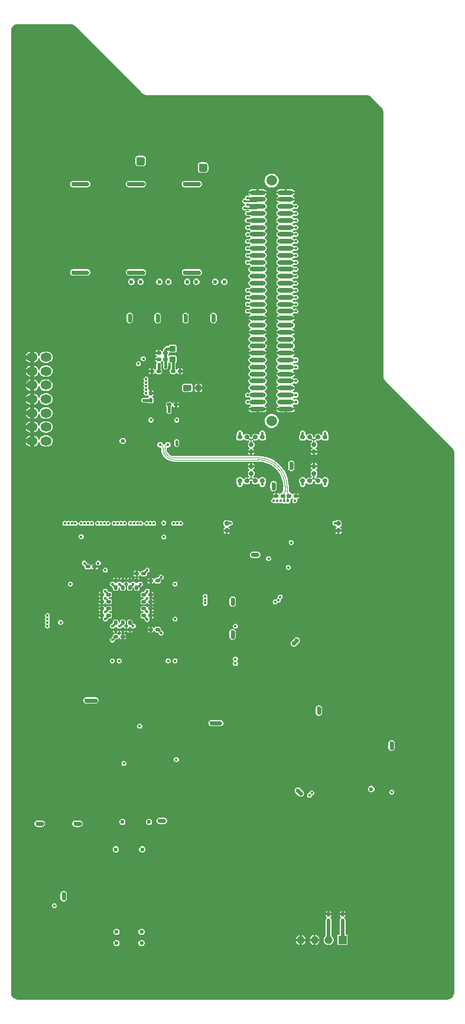
<source format=gbl>
G04*
G04 #@! TF.GenerationSoftware,Altium Limited,Altium Designer,21.7.2 (23)*
G04*
G04 Layer_Physical_Order=8*
G04 Layer_Color=16711680*
%FSLAX43Y43*%
%MOMM*%
G71*
G04*
G04 #@! TF.SameCoordinates,8EE3E7A9-439F-4166-B7BB-5AAA8F906105*
G04*
G04*
G04 #@! TF.FilePolarity,Positive*
G04*
G01*
G75*
%ADD11C,0.250*%
%ADD17C,0.300*%
G04:AMPARAMS|DCode=20|XSize=0.5mm|YSize=0.6mm|CornerRadius=0.125mm|HoleSize=0mm|Usage=FLASHONLY|Rotation=0.000|XOffset=0mm|YOffset=0mm|HoleType=Round|Shape=RoundedRectangle|*
%AMROUNDEDRECTD20*
21,1,0.500,0.350,0,0,0.0*
21,1,0.250,0.600,0,0,0.0*
1,1,0.250,0.125,-0.175*
1,1,0.250,-0.125,-0.175*
1,1,0.250,-0.125,0.175*
1,1,0.250,0.125,0.175*
%
%ADD20ROUNDEDRECTD20*%
G04:AMPARAMS|DCode=22|XSize=0.5mm|YSize=0.6mm|CornerRadius=0.125mm|HoleSize=0mm|Usage=FLASHONLY|Rotation=90.000|XOffset=0mm|YOffset=0mm|HoleType=Round|Shape=RoundedRectangle|*
%AMROUNDEDRECTD22*
21,1,0.500,0.350,0,0,90.0*
21,1,0.250,0.600,0,0,90.0*
1,1,0.250,0.175,0.125*
1,1,0.250,0.175,-0.125*
1,1,0.250,-0.175,-0.125*
1,1,0.250,-0.175,0.125*
%
%ADD22ROUNDEDRECTD22*%
G04:AMPARAMS|DCode=26|XSize=0.61mm|YSize=0.6mm|CornerRadius=0.15mm|HoleSize=0mm|Usage=FLASHONLY|Rotation=180.000|XOffset=0mm|YOffset=0mm|HoleType=Round|Shape=RoundedRectangle|*
%AMROUNDEDRECTD26*
21,1,0.610,0.300,0,0,180.0*
21,1,0.310,0.600,0,0,180.0*
1,1,0.300,-0.155,0.150*
1,1,0.300,0.155,0.150*
1,1,0.300,0.155,-0.150*
1,1,0.300,-0.155,-0.150*
%
%ADD26ROUNDEDRECTD26*%
G04:AMPARAMS|DCode=38|XSize=0.9mm|YSize=0.8mm|CornerRadius=0.2mm|HoleSize=0mm|Usage=FLASHONLY|Rotation=0.000|XOffset=0mm|YOffset=0mm|HoleType=Round|Shape=RoundedRectangle|*
%AMROUNDEDRECTD38*
21,1,0.900,0.400,0,0,0.0*
21,1,0.500,0.800,0,0,0.0*
1,1,0.400,0.250,-0.200*
1,1,0.400,-0.250,-0.200*
1,1,0.400,-0.250,0.200*
1,1,0.400,0.250,0.200*
%
%ADD38ROUNDEDRECTD38*%
G04:AMPARAMS|DCode=42|XSize=0.61mm|YSize=0.6mm|CornerRadius=0.15mm|HoleSize=0mm|Usage=FLASHONLY|Rotation=270.000|XOffset=0mm|YOffset=0mm|HoleType=Round|Shape=RoundedRectangle|*
%AMROUNDEDRECTD42*
21,1,0.610,0.300,0,0,270.0*
21,1,0.310,0.600,0,0,270.0*
1,1,0.300,-0.150,-0.155*
1,1,0.300,-0.150,0.155*
1,1,0.300,0.150,0.155*
1,1,0.300,0.150,-0.155*
%
%ADD42ROUNDEDRECTD42*%
G04:AMPARAMS|DCode=45|XSize=0.9mm|YSize=0.8mm|CornerRadius=0.2mm|HoleSize=0mm|Usage=FLASHONLY|Rotation=270.000|XOffset=0mm|YOffset=0mm|HoleType=Round|Shape=RoundedRectangle|*
%AMROUNDEDRECTD45*
21,1,0.900,0.400,0,0,270.0*
21,1,0.500,0.800,0,0,270.0*
1,1,0.400,-0.200,-0.250*
1,1,0.400,-0.200,0.250*
1,1,0.400,0.200,0.250*
1,1,0.400,0.200,-0.250*
%
%ADD45ROUNDEDRECTD45*%
%ADD76C,0.500*%
%ADD78C,0.400*%
%ADD146C,0.115*%
%ADD147C,0.170*%
%ADD148C,0.185*%
%ADD150C,0.600*%
%ADD151C,4.200*%
%ADD152O,1.600X1.300*%
%ADD153R,3.450X3.450*%
%ADD154R,1.000X1.800*%
%ADD155C,1.150*%
%ADD156R,1.150X1.150*%
%ADD157O,0.500X1.500*%
%ADD158R,1.250X1.250*%
%ADD159C,6.000*%
%ADD160C,1.500*%
%ADD161R,1.800X1.000*%
%ADD162P,3.818X4X180.0*%
%ADD163P,1.626X4X180.0*%
%ADD164C,0.600*%
%ADD165C,0.400*%
%ADD166C,0.700*%
%ADD181O,2.337X0.610*%
G36*
X51000Y189700D02*
X58455Y189700D01*
X58455Y189700D01*
X58455Y189700D01*
X58457D01*
X58572Y189698D01*
X58768Y189659D01*
X58964Y189578D01*
X59140Y189460D01*
X59215Y189385D01*
X68673Y179927D01*
X68760Y179840D01*
X68832Y179775D01*
X68850Y179763D01*
X68850Y179763D01*
X68851Y179762D01*
X68993Y179667D01*
X69173Y179593D01*
X69364Y179555D01*
X69461Y179550D01*
X100851D01*
X100851Y179550D01*
X100851Y179550D01*
X100852D01*
X100969Y179548D01*
X101167Y179508D01*
X101364Y179427D01*
X101542Y179308D01*
X101618Y179232D01*
X102944Y177906D01*
X103029Y177821D01*
X103029Y177821D01*
X103112Y177734D01*
X103225Y177565D01*
X103308Y177366D01*
X103350Y177154D01*
X103350Y177046D01*
X103350Y139311D01*
X103350Y139311D01*
X103355Y139214D01*
X103393Y139023D01*
X103467Y138843D01*
X103575Y138682D01*
X103640Y138610D01*
X113185Y129065D01*
X113185Y129065D01*
X113260Y128990D01*
X113378Y128814D01*
X113459Y128618D01*
X113500Y128411D01*
X113500Y128305D01*
X113500Y51000D01*
X113500Y51000D01*
Y50902D01*
X113462Y50708D01*
X113386Y50526D01*
X113277Y50363D01*
X113137Y50223D01*
X112974Y50114D01*
X112792Y50038D01*
X112598Y50000D01*
X51000D01*
X51000Y50000D01*
X50901Y50000D01*
X50708Y50038D01*
X50526Y50114D01*
X50363Y50223D01*
X50223Y50363D01*
X50114Y50526D01*
X50038Y50708D01*
X50000Y50902D01*
X50000Y51000D01*
Y188700D01*
X50000Y188798D01*
X50038Y188992D01*
X50114Y189174D01*
X50223Y189337D01*
X50363Y189477D01*
X50526Y189586D01*
X50708Y189662D01*
X50902Y189700D01*
X51000Y189700D01*
D02*
G37*
%LPC*%
G36*
X68850Y170859D02*
X68250D01*
X68206Y170850D01*
X68160D01*
X68119Y170833D01*
X68074Y170824D01*
X68037Y170799D01*
X67995Y170781D01*
X67963Y170750D01*
X67926Y170724D01*
X67900Y170687D01*
X67869Y170655D01*
X67851Y170613D01*
X67826Y170576D01*
X67817Y170531D01*
X67800Y170490D01*
Y170444D01*
X67791Y170400D01*
Y169800D01*
X67800Y169756D01*
Y169710D01*
X67817Y169669D01*
X67826Y169624D01*
X67851Y169587D01*
X67869Y169545D01*
X67900Y169513D01*
X67926Y169476D01*
X67963Y169450D01*
X67995Y169419D01*
X68037Y169401D01*
X68074Y169376D01*
X68119Y169367D01*
X68160Y169350D01*
X68206D01*
X68250Y169341D01*
X68850D01*
X68894Y169350D01*
X68940D01*
X68981Y169367D01*
X69026Y169376D01*
X69063Y169401D01*
X69105Y169419D01*
X69137Y169450D01*
X69174Y169476D01*
X69200Y169513D01*
X69231Y169545D01*
X69249Y169587D01*
X69274Y169624D01*
X69283Y169669D01*
X69300Y169710D01*
Y169756D01*
X69309Y169800D01*
Y170400D01*
X69300Y170444D01*
Y170490D01*
X69283Y170531D01*
X69274Y170576D01*
X69249Y170613D01*
X69231Y170655D01*
X69200Y170687D01*
X69174Y170724D01*
X69137Y170750D01*
X69105Y170781D01*
X69063Y170799D01*
X69026Y170824D01*
X68981Y170833D01*
X68940Y170850D01*
X68894D01*
X68850Y170859D01*
D02*
G37*
G36*
X77800Y169909D02*
X77200D01*
X77156Y169900D01*
X77110D01*
X77069Y169883D01*
X77024Y169874D01*
X76987Y169849D01*
X76945Y169831D01*
X76913Y169800D01*
X76876Y169774D01*
X76850Y169737D01*
X76819Y169705D01*
X76801Y169663D01*
X76776Y169626D01*
X76767Y169581D01*
X76750Y169540D01*
Y169494D01*
X76741Y169450D01*
Y168850D01*
X76750Y168806D01*
Y168760D01*
X76767Y168719D01*
X76776Y168674D01*
X76801Y168637D01*
X76819Y168595D01*
X76850Y168563D01*
X76876Y168526D01*
X76913Y168500D01*
X76945Y168469D01*
X76987Y168451D01*
X77024Y168426D01*
X77069Y168417D01*
X77110Y168400D01*
X77156D01*
X77200Y168391D01*
X77800D01*
X77844Y168400D01*
X77890D01*
X77931Y168417D01*
X77976Y168426D01*
X78013Y168451D01*
X78055Y168469D01*
X78087Y168500D01*
X78124Y168526D01*
X78150Y168563D01*
X78181Y168595D01*
X78199Y168637D01*
X78224Y168674D01*
X78233Y168719D01*
X78250Y168760D01*
Y168806D01*
X78259Y168850D01*
Y169450D01*
X78250Y169494D01*
Y169540D01*
X78233Y169581D01*
X78224Y169626D01*
X78199Y169663D01*
X78181Y169705D01*
X78150Y169737D01*
X78124Y169774D01*
X78087Y169800D01*
X78055Y169831D01*
X78013Y169849D01*
X77976Y169874D01*
X77931Y169883D01*
X77890Y169900D01*
X77844D01*
X77800Y169909D01*
D02*
G37*
G36*
X76900Y167259D02*
X74900D01*
X74856Y167250D01*
X74810D01*
X74769Y167233D01*
X74724Y167224D01*
X74687Y167199D01*
X74645Y167181D01*
X74613Y167150D01*
X74576Y167124D01*
X74550Y167087D01*
X74519Y167055D01*
X74501Y167013D01*
X74476Y166976D01*
X74467Y166931D01*
X74450Y166890D01*
Y166844D01*
X74441Y166800D01*
X74450Y166756D01*
Y166710D01*
X74467Y166669D01*
X74476Y166624D01*
X74501Y166587D01*
X74519Y166545D01*
X74550Y166513D01*
X74576Y166476D01*
X74613Y166450D01*
X74645Y166419D01*
X74687Y166401D01*
X74724Y166376D01*
X74769Y166367D01*
X74810Y166350D01*
X74856D01*
X74900Y166341D01*
X76900D01*
X76944Y166350D01*
X76990D01*
X77031Y166367D01*
X77076Y166376D01*
X77113Y166401D01*
X77155Y166419D01*
X77187Y166450D01*
X77224Y166476D01*
X77250Y166513D01*
X77281Y166545D01*
X77299Y166587D01*
X77324Y166624D01*
X77333Y166669D01*
X77350Y166710D01*
Y166756D01*
X77359Y166800D01*
X77350Y166844D01*
Y166890D01*
X77333Y166931D01*
X77324Y166976D01*
X77299Y167013D01*
X77281Y167055D01*
X77250Y167087D01*
X77224Y167124D01*
X77187Y167150D01*
X77155Y167181D01*
X77113Y167199D01*
X77076Y167224D01*
X77031Y167233D01*
X76990Y167250D01*
X76944D01*
X76900Y167259D01*
D02*
G37*
G36*
X68900D02*
X66900D01*
X66856Y167250D01*
X66810D01*
X66769Y167233D01*
X66724Y167224D01*
X66687Y167199D01*
X66645Y167181D01*
X66613Y167150D01*
X66576Y167124D01*
X66550Y167087D01*
X66519Y167055D01*
X66501Y167013D01*
X66476Y166976D01*
X66467Y166931D01*
X66450Y166890D01*
Y166844D01*
X66441Y166800D01*
X66450Y166756D01*
Y166710D01*
X66467Y166669D01*
X66476Y166624D01*
X66501Y166587D01*
X66519Y166545D01*
X66550Y166513D01*
X66576Y166476D01*
X66613Y166450D01*
X66645Y166419D01*
X66687Y166401D01*
X66724Y166376D01*
X66769Y166367D01*
X66810Y166350D01*
X66856D01*
X66900Y166341D01*
X68900D01*
X68944Y166350D01*
X68990D01*
X69031Y166367D01*
X69076Y166376D01*
X69113Y166401D01*
X69155Y166419D01*
X69187Y166450D01*
X69224Y166476D01*
X69250Y166513D01*
X69281Y166545D01*
X69299Y166587D01*
X69324Y166624D01*
X69333Y166669D01*
X69350Y166710D01*
Y166756D01*
X69359Y166800D01*
X69350Y166844D01*
Y166890D01*
X69333Y166931D01*
X69324Y166976D01*
X69299Y167013D01*
X69281Y167055D01*
X69250Y167087D01*
X69224Y167124D01*
X69187Y167150D01*
X69155Y167181D01*
X69113Y167199D01*
X69076Y167224D01*
X69031Y167233D01*
X68990Y167250D01*
X68944D01*
X68900Y167259D01*
D02*
G37*
G36*
X60900D02*
X58900D01*
X58856Y167250D01*
X58810D01*
X58769Y167233D01*
X58724Y167224D01*
X58687Y167199D01*
X58645Y167181D01*
X58613Y167150D01*
X58576Y167124D01*
X58550Y167087D01*
X58519Y167055D01*
X58501Y167013D01*
X58476Y166976D01*
X58467Y166931D01*
X58450Y166890D01*
Y166844D01*
X58441Y166800D01*
X58450Y166756D01*
Y166710D01*
X58467Y166669D01*
X58476Y166624D01*
X58501Y166587D01*
X58519Y166545D01*
X58550Y166513D01*
X58576Y166476D01*
X58613Y166450D01*
X58645Y166419D01*
X58687Y166401D01*
X58724Y166376D01*
X58769Y166367D01*
X58810Y166350D01*
X58856D01*
X58900Y166341D01*
X60900D01*
X60944Y166350D01*
X60990D01*
X61031Y166367D01*
X61076Y166376D01*
X61113Y166401D01*
X61155Y166419D01*
X61187Y166450D01*
X61224Y166476D01*
X61250Y166513D01*
X61281Y166545D01*
X61299Y166587D01*
X61324Y166624D01*
X61333Y166669D01*
X61350Y166710D01*
Y166756D01*
X61359Y166800D01*
X61350Y166844D01*
Y166890D01*
X61333Y166931D01*
X61324Y166976D01*
X61299Y167013D01*
X61281Y167055D01*
X61250Y167087D01*
X61224Y167124D01*
X61187Y167150D01*
X61155Y167181D01*
X61113Y167199D01*
X61076Y167224D01*
X61031Y167233D01*
X60990Y167250D01*
X60944D01*
X60900Y167259D01*
D02*
G37*
G36*
X87470Y168284D02*
X87206D01*
X86952Y168216D01*
X86724Y168084D01*
X86538Y167898D01*
X86406Y167670D01*
X86338Y167416D01*
Y167152D01*
X86406Y166898D01*
X86538Y166670D01*
X86724Y166484D01*
X86952Y166352D01*
X87206Y166284D01*
X87470D01*
X87724Y166352D01*
X87952Y166484D01*
X88138Y166670D01*
X88270Y166898D01*
X88338Y167152D01*
Y167416D01*
X88270Y167670D01*
X88138Y167898D01*
X87952Y168084D01*
X87724Y168216D01*
X87470Y168284D01*
D02*
G37*
G36*
X90202Y166048D02*
X89488D01*
Y165734D01*
X90635D01*
X90630Y165761D01*
X90529Y165912D01*
X90379Y166012D01*
X90202Y166048D01*
D02*
G37*
G36*
X86202D02*
X85488D01*
Y165734D01*
X86635D01*
X86630Y165761D01*
X86529Y165912D01*
X86379Y166012D01*
X86202Y166048D01*
D02*
G37*
G36*
X89188D02*
X88474D01*
X88297Y166012D01*
X88147Y165912D01*
X88046Y165761D01*
X88041Y165734D01*
X89188D01*
Y166048D01*
D02*
G37*
G36*
X85188D02*
X84474D01*
X84297Y166012D01*
X84146Y165912D01*
X84046Y165761D01*
X84041Y165734D01*
X85188D01*
Y166048D01*
D02*
G37*
G36*
X86635Y165434D02*
X85338D01*
X84041D01*
X84046Y165407D01*
X84138Y165268D01*
X84135Y165216D01*
X84111Y165127D01*
X84101Y165124D01*
X84040Y165117D01*
X83926Y165164D01*
X83787D01*
X83658Y165111D01*
X83560Y165012D01*
X83507Y164883D01*
Y164744D01*
X83417Y164714D01*
X83412D01*
X83283Y164661D01*
X83185Y164562D01*
X83132Y164433D01*
Y164294D01*
X83185Y164166D01*
X83283Y164067D01*
X83412Y164014D01*
X83419D01*
X83507Y163893D01*
Y163754D01*
X83417Y163723D01*
X83412D01*
X83283Y163670D01*
X83185Y163571D01*
X83132Y163443D01*
Y163304D01*
X83185Y163175D01*
X83283Y163076D01*
X83412Y163023D01*
X83551D01*
X83680Y163076D01*
X83696Y163093D01*
X84040D01*
X84104Y162966D01*
X84097Y162957D01*
X83850D01*
X83816Y162950D01*
X83780D01*
X83748Y162937D01*
X83713Y162930D01*
X83684Y162910D01*
X83652Y162897D01*
X83627Y162872D01*
X83598Y162852D01*
X83578Y162823D01*
X83553Y162798D01*
X83540Y162766D01*
X83520Y162737D01*
X83513Y162702D01*
X83500Y162670D01*
Y162634D01*
X83493Y162600D01*
X83500Y162566D01*
Y162530D01*
X83513Y162498D01*
X83520Y162463D01*
X83540Y162434D01*
X83553Y162402D01*
X83578Y162377D01*
X83598Y162348D01*
X83627Y162328D01*
X83652Y162303D01*
X83684Y162290D01*
X83713Y162270D01*
X83748Y162263D01*
X83780Y162250D01*
X83816D01*
X83850Y162243D01*
X84166D01*
X84297Y162156D01*
X84331Y162149D01*
Y162019D01*
X84297Y162012D01*
X84214Y161957D01*
X83850D01*
X83816Y161950D01*
X83780D01*
X83748Y161937D01*
X83713Y161930D01*
X83684Y161910D01*
X83652Y161897D01*
X83627Y161872D01*
X83598Y161852D01*
X83578Y161823D01*
X83553Y161798D01*
X83540Y161766D01*
X83520Y161737D01*
X83513Y161702D01*
X83500Y161670D01*
Y161634D01*
X83493Y161600D01*
X83500Y161566D01*
Y161530D01*
X83513Y161498D01*
X83520Y161463D01*
X83540Y161434D01*
X83553Y161402D01*
X83578Y161377D01*
X83598Y161348D01*
X83627Y161328D01*
X83652Y161303D01*
X83684Y161290D01*
X83713Y161270D01*
X83748Y161263D01*
X83780Y161250D01*
X83816D01*
X83850Y161243D01*
X84166D01*
X84297Y161156D01*
X84331Y161149D01*
Y161019D01*
X84297Y161012D01*
X84146Y160912D01*
X84121Y160874D01*
X84098Y160872D01*
X83970Y160925D01*
X83830D01*
X83702Y160872D01*
X83603Y160773D01*
X83550Y160645D01*
Y160505D01*
X83603Y160377D01*
X83702Y160278D01*
X83830Y160225D01*
X83970D01*
X84098Y160278D01*
X84134Y160275D01*
X84146Y160256D01*
X84297Y160156D01*
X84331Y160149D01*
Y160019D01*
X84297Y160012D01*
X84146Y159912D01*
X84121Y159874D01*
X84098Y159872D01*
X83970Y159925D01*
X83830D01*
X83702Y159872D01*
X83603Y159773D01*
X83550Y159645D01*
Y159505D01*
X83603Y159377D01*
X83702Y159278D01*
X83830Y159225D01*
X83970D01*
X84098Y159278D01*
X84134Y159275D01*
X84146Y159256D01*
X84297Y159156D01*
X84331Y159149D01*
Y159019D01*
X84297Y159012D01*
X84146Y158912D01*
X84129Y158886D01*
X84074Y158881D01*
X83946Y158934D01*
X83806D01*
X83678Y158881D01*
X83579Y158782D01*
X83526Y158654D01*
Y158514D01*
X83579Y158386D01*
X83678Y158287D01*
X83806Y158234D01*
X83946D01*
X84074Y158287D01*
X84129Y158282D01*
X84146Y158256D01*
X84297Y158156D01*
X84331Y158149D01*
Y158019D01*
X84297Y158012D01*
X84146Y157912D01*
X84129Y157886D01*
X84074Y157881D01*
X83946Y157934D01*
X83806D01*
X83678Y157881D01*
X83579Y157782D01*
X83526Y157654D01*
Y157514D01*
X83579Y157386D01*
X83678Y157287D01*
X83806Y157234D01*
X83946D01*
X84074Y157287D01*
X84129Y157282D01*
X84146Y157256D01*
X84297Y157156D01*
X84331Y157149D01*
Y157019D01*
X84297Y157012D01*
X84146Y156912D01*
X84129Y156886D01*
X84074Y156881D01*
X83946Y156934D01*
X83806D01*
X83678Y156881D01*
X83579Y156782D01*
X83526Y156654D01*
Y156514D01*
X83579Y156386D01*
X83678Y156287D01*
X83806Y156234D01*
X83946D01*
X84074Y156287D01*
X84129Y156282D01*
X84146Y156256D01*
X84297Y156156D01*
X84331Y156149D01*
Y156019D01*
X84297Y156012D01*
X84146Y155912D01*
X84129Y155886D01*
X84074Y155881D01*
X83946Y155934D01*
X83806D01*
X83678Y155881D01*
X83579Y155782D01*
X83526Y155654D01*
Y155514D01*
X83579Y155386D01*
X83678Y155287D01*
X83806Y155234D01*
X83946D01*
X84074Y155287D01*
X84129Y155282D01*
X84146Y155256D01*
X84297Y155156D01*
X84331Y155149D01*
Y155019D01*
X84297Y155012D01*
X84146Y154912D01*
X84046Y154761D01*
X84011Y154584D01*
X84046Y154407D01*
X84146Y154256D01*
X84297Y154156D01*
X84331Y154149D01*
Y154019D01*
X84297Y154012D01*
X84146Y153912D01*
X84046Y153761D01*
X84011Y153584D01*
X84046Y153407D01*
X84146Y153256D01*
X84297Y153156D01*
X84331Y153149D01*
Y153019D01*
X84297Y153012D01*
X84146Y152912D01*
X84046Y152761D01*
X84011Y152584D01*
X84046Y152407D01*
X84146Y152256D01*
X84297Y152156D01*
X84331Y152149D01*
Y152019D01*
X84297Y152012D01*
X84146Y151912D01*
X84129Y151886D01*
X84074Y151881D01*
X83946Y151934D01*
X83806D01*
X83678Y151881D01*
X83579Y151782D01*
X83526Y151654D01*
Y151514D01*
X83579Y151386D01*
X83678Y151287D01*
X83806Y151234D01*
X83946D01*
X84074Y151287D01*
X84129Y151282D01*
X84146Y151256D01*
X84297Y151156D01*
X84331Y151149D01*
Y151019D01*
X84297Y151012D01*
X84146Y150912D01*
X84129Y150886D01*
X84074Y150881D01*
X83946Y150934D01*
X83806D01*
X83678Y150881D01*
X83579Y150782D01*
X83526Y150654D01*
Y150514D01*
X83579Y150386D01*
X83678Y150287D01*
X83806Y150234D01*
X83946D01*
X84074Y150287D01*
X84129Y150282D01*
X84146Y150256D01*
X84297Y150156D01*
X84331Y150149D01*
Y150019D01*
X84297Y150012D01*
X84146Y149912D01*
X84129Y149886D01*
X84074Y149881D01*
X83946Y149934D01*
X83806D01*
X83678Y149881D01*
X83579Y149782D01*
X83526Y149654D01*
Y149514D01*
X83579Y149386D01*
X83678Y149287D01*
X83806Y149234D01*
X83946D01*
X84074Y149287D01*
X84129Y149282D01*
X84146Y149256D01*
X84297Y149156D01*
X84331Y149149D01*
Y149019D01*
X84297Y149012D01*
X84146Y148912D01*
X84129Y148886D01*
X84074Y148881D01*
X83946Y148934D01*
X83806D01*
X83678Y148881D01*
X83579Y148782D01*
X83526Y148654D01*
Y148514D01*
X83579Y148386D01*
X83678Y148287D01*
X83806Y148234D01*
X83946D01*
X84074Y148287D01*
X84129Y148282D01*
X84146Y148256D01*
X84297Y148156D01*
X84331Y148149D01*
Y148019D01*
X84297Y148012D01*
X84146Y147912D01*
X84046Y147761D01*
X84041Y147734D01*
X85338D01*
X86635D01*
X86630Y147761D01*
X86529Y147912D01*
X86379Y148012D01*
X86345Y148019D01*
Y148149D01*
X86379Y148156D01*
X86529Y148256D01*
X86630Y148407D01*
X86665Y148584D01*
X86630Y148761D01*
X86529Y148912D01*
X86379Y149012D01*
X86345Y149019D01*
Y149149D01*
X86379Y149156D01*
X86529Y149256D01*
X86630Y149407D01*
X86665Y149584D01*
X86630Y149761D01*
X86529Y149912D01*
X86379Y150012D01*
X86345Y150019D01*
Y150149D01*
X86379Y150156D01*
X86529Y150256D01*
X86630Y150407D01*
X86665Y150584D01*
X86630Y150761D01*
X86529Y150912D01*
X86379Y151012D01*
X86345Y151019D01*
Y151149D01*
X86379Y151156D01*
X86529Y151256D01*
X86630Y151407D01*
X86665Y151584D01*
X86630Y151761D01*
X86529Y151912D01*
X86379Y152012D01*
X86345Y152019D01*
Y152149D01*
X86379Y152156D01*
X86529Y152256D01*
X86630Y152407D01*
X86665Y152584D01*
X86630Y152761D01*
X86529Y152912D01*
X86379Y153012D01*
X86345Y153019D01*
Y153149D01*
X86379Y153156D01*
X86529Y153256D01*
X86630Y153407D01*
X86665Y153584D01*
X86630Y153761D01*
X86529Y153912D01*
X86379Y154012D01*
X86345Y154019D01*
Y154149D01*
X86379Y154156D01*
X86529Y154256D01*
X86630Y154407D01*
X86665Y154584D01*
X86630Y154761D01*
X86529Y154912D01*
X86379Y155012D01*
X86345Y155019D01*
Y155149D01*
X86379Y155156D01*
X86529Y155256D01*
X86630Y155407D01*
X86665Y155584D01*
X86630Y155761D01*
X86529Y155912D01*
X86379Y156012D01*
X86345Y156019D01*
Y156149D01*
X86379Y156156D01*
X86529Y156256D01*
X86630Y156407D01*
X86665Y156584D01*
X86630Y156761D01*
X86529Y156912D01*
X86379Y157012D01*
X86345Y157019D01*
Y157149D01*
X86379Y157156D01*
X86529Y157256D01*
X86630Y157407D01*
X86665Y157584D01*
X86630Y157761D01*
X86529Y157912D01*
X86379Y158012D01*
X86345Y158019D01*
Y158149D01*
X86379Y158156D01*
X86529Y158256D01*
X86630Y158407D01*
X86665Y158584D01*
X86630Y158761D01*
X86529Y158912D01*
X86379Y159012D01*
X86345Y159019D01*
Y159149D01*
X86379Y159156D01*
X86529Y159256D01*
X86630Y159407D01*
X86665Y159584D01*
X86630Y159761D01*
X86529Y159912D01*
X86379Y160012D01*
X86345Y160019D01*
Y160149D01*
X86379Y160156D01*
X86529Y160256D01*
X86630Y160407D01*
X86665Y160584D01*
X86630Y160761D01*
X86529Y160912D01*
X86379Y161012D01*
X86345Y161019D01*
Y161149D01*
X86379Y161156D01*
X86529Y161256D01*
X86630Y161407D01*
X86665Y161584D01*
X86630Y161761D01*
X86529Y161912D01*
X86379Y162012D01*
X86345Y162019D01*
Y162149D01*
X86379Y162156D01*
X86529Y162256D01*
X86630Y162407D01*
X86665Y162584D01*
X86630Y162761D01*
X86529Y162912D01*
X86379Y163012D01*
X86345Y163019D01*
Y163149D01*
X86379Y163156D01*
X86529Y163256D01*
X86630Y163407D01*
X86665Y163584D01*
X86630Y163761D01*
X86529Y163912D01*
X86379Y164012D01*
X86345Y164019D01*
Y164149D01*
X86379Y164156D01*
X86529Y164256D01*
X86630Y164407D01*
X86665Y164584D01*
X86630Y164761D01*
X86529Y164912D01*
X86379Y165012D01*
X86345Y165019D01*
Y165149D01*
X86379Y165156D01*
X86529Y165256D01*
X86630Y165407D01*
X86635Y165434D01*
D02*
G37*
G36*
X90635D02*
X89338D01*
X88041D01*
X88046Y165407D01*
X88147Y165256D01*
X88297Y165156D01*
X88331Y165149D01*
Y165019D01*
X88297Y165012D01*
X88147Y164912D01*
X88046Y164761D01*
X88041Y164734D01*
X89338D01*
X90635D01*
X90630Y164761D01*
X90529Y164912D01*
X90379Y165012D01*
X90345Y165019D01*
Y165149D01*
X90379Y165156D01*
X90529Y165256D01*
X90630Y165407D01*
X90635Y165434D01*
D02*
G37*
G36*
X90635Y164434D02*
X89338D01*
X88041D01*
X88046Y164407D01*
X88147Y164256D01*
X88297Y164156D01*
X88331Y164149D01*
Y164019D01*
X88297Y164012D01*
X88147Y163912D01*
X88046Y163761D01*
X88011Y163584D01*
X88046Y163407D01*
X88147Y163256D01*
X88297Y163156D01*
X88331Y163149D01*
Y163019D01*
X88297Y163012D01*
X88147Y162912D01*
X88046Y162761D01*
X88011Y162584D01*
X88046Y162407D01*
X88147Y162256D01*
X88297Y162156D01*
X88331Y162149D01*
Y162019D01*
X88297Y162012D01*
X88147Y161912D01*
X88046Y161761D01*
X88011Y161584D01*
X88046Y161407D01*
X88147Y161256D01*
X88297Y161156D01*
X88331Y161149D01*
Y161019D01*
X88297Y161012D01*
X88147Y160912D01*
X88046Y160761D01*
X88011Y160584D01*
X88046Y160407D01*
X88147Y160256D01*
X88297Y160156D01*
X88331Y160149D01*
Y160019D01*
X88297Y160012D01*
X88147Y159912D01*
X88046Y159761D01*
X88011Y159584D01*
X88046Y159407D01*
X88147Y159256D01*
X88297Y159156D01*
X88331Y159149D01*
Y159019D01*
X88297Y159012D01*
X88147Y158912D01*
X88046Y158761D01*
X88011Y158584D01*
X88046Y158407D01*
X88147Y158256D01*
X88297Y158156D01*
X88331Y158149D01*
Y158019D01*
X88297Y158012D01*
X88147Y157912D01*
X88046Y157761D01*
X88011Y157584D01*
X88046Y157407D01*
X88147Y157256D01*
X88297Y157156D01*
X88331Y157149D01*
Y157019D01*
X88297Y157012D01*
X88147Y156912D01*
X88046Y156761D01*
X88011Y156584D01*
X88046Y156407D01*
X88147Y156256D01*
X88297Y156156D01*
X88331Y156149D01*
Y156019D01*
X88297Y156012D01*
X88147Y155912D01*
X88046Y155761D01*
X88011Y155584D01*
X88046Y155407D01*
X88147Y155256D01*
X88297Y155156D01*
X88331Y155149D01*
Y155019D01*
X88297Y155012D01*
X88147Y154912D01*
X88046Y154761D01*
X88011Y154584D01*
X88046Y154407D01*
X88147Y154256D01*
X88297Y154156D01*
X88331Y154149D01*
Y154019D01*
X88297Y154012D01*
X88147Y153912D01*
X88046Y153761D01*
X88011Y153584D01*
X88046Y153407D01*
X88147Y153256D01*
X88297Y153156D01*
X88331Y153149D01*
Y153019D01*
X88297Y153012D01*
X88147Y152912D01*
X88046Y152761D01*
X88011Y152584D01*
X88046Y152407D01*
X88147Y152256D01*
X88297Y152156D01*
X88331Y152149D01*
Y152019D01*
X88297Y152012D01*
X88147Y151912D01*
X88046Y151761D01*
X88011Y151584D01*
X88046Y151407D01*
X88147Y151256D01*
X88297Y151156D01*
X88331Y151149D01*
Y151019D01*
X88297Y151012D01*
X88147Y150912D01*
X88046Y150761D01*
X88011Y150584D01*
X88046Y150407D01*
X88147Y150256D01*
X88297Y150156D01*
X88331Y150149D01*
Y150019D01*
X88297Y150012D01*
X88147Y149912D01*
X88046Y149761D01*
X88011Y149584D01*
X88046Y149407D01*
X88147Y149256D01*
X88297Y149156D01*
X88331Y149149D01*
Y149019D01*
X88297Y149012D01*
X88147Y148912D01*
X88046Y148761D01*
X88011Y148584D01*
X88046Y148407D01*
X88147Y148256D01*
X88297Y148156D01*
X88331Y148149D01*
Y148019D01*
X88297Y148012D01*
X88147Y147912D01*
X88046Y147761D01*
X88041Y147734D01*
X89338D01*
X90635D01*
X90630Y147761D01*
X90529Y147912D01*
X90379Y148012D01*
X90345Y148019D01*
Y148149D01*
X90379Y148156D01*
X90529Y148256D01*
X90547Y148282D01*
X90602Y148287D01*
X90730Y148234D01*
X90870D01*
X90998Y148287D01*
X91097Y148386D01*
X91150Y148514D01*
Y148654D01*
X91097Y148782D01*
X90998Y148881D01*
X90870Y148934D01*
X90730D01*
X90602Y148881D01*
X90547Y148886D01*
X90529Y148912D01*
X90379Y149012D01*
X90345Y149019D01*
Y149149D01*
X90379Y149156D01*
X90529Y149256D01*
X90547Y149282D01*
X90602Y149287D01*
X90730Y149234D01*
X90870D01*
X90998Y149287D01*
X91097Y149386D01*
X91150Y149514D01*
Y149654D01*
X91097Y149782D01*
X90998Y149881D01*
X90870Y149934D01*
X90730D01*
X90602Y149881D01*
X90547Y149886D01*
X90529Y149912D01*
X90379Y150012D01*
X90345Y150019D01*
Y150149D01*
X90379Y150156D01*
X90529Y150256D01*
X90547Y150282D01*
X90602Y150287D01*
X90730Y150234D01*
X90870D01*
X90998Y150287D01*
X91097Y150386D01*
X91150Y150514D01*
Y150654D01*
X91097Y150782D01*
X90998Y150881D01*
X90870Y150934D01*
X90730D01*
X90602Y150881D01*
X90547Y150886D01*
X90529Y150912D01*
X90379Y151012D01*
X90345Y151019D01*
Y151149D01*
X90379Y151156D01*
X90529Y151256D01*
X90547Y151282D01*
X90602Y151287D01*
X90730Y151234D01*
X90870D01*
X90998Y151287D01*
X91097Y151386D01*
X91150Y151514D01*
Y151654D01*
X91097Y151782D01*
X90998Y151881D01*
X90870Y151934D01*
X90730D01*
X90602Y151881D01*
X90547Y151886D01*
X90529Y151912D01*
X90379Y152012D01*
X90345Y152019D01*
Y152149D01*
X90379Y152156D01*
X90529Y152256D01*
X90547Y152282D01*
X90602Y152287D01*
X90730Y152234D01*
X90870D01*
X90998Y152287D01*
X91097Y152386D01*
X91150Y152514D01*
Y152654D01*
X91097Y152782D01*
X90998Y152881D01*
X90870Y152934D01*
X90730D01*
X90602Y152881D01*
X90547Y152886D01*
X90529Y152912D01*
X90379Y153012D01*
X90345Y153019D01*
Y153149D01*
X90379Y153156D01*
X90529Y153256D01*
X90547Y153282D01*
X90602Y153287D01*
X90730Y153234D01*
X90870D01*
X90998Y153287D01*
X91097Y153386D01*
X91150Y153514D01*
Y153654D01*
X91097Y153782D01*
X90998Y153881D01*
X90870Y153934D01*
X90730D01*
X90602Y153881D01*
X90547Y153886D01*
X90529Y153912D01*
X90379Y154012D01*
X90345Y154019D01*
Y154149D01*
X90379Y154156D01*
X90529Y154256D01*
X90547Y154282D01*
X90602Y154287D01*
X90730Y154234D01*
X90870D01*
X90998Y154287D01*
X91097Y154386D01*
X91150Y154514D01*
Y154654D01*
X91097Y154782D01*
X90998Y154881D01*
X90870Y154934D01*
X90730D01*
X90602Y154881D01*
X90547Y154886D01*
X90529Y154912D01*
X90379Y155012D01*
X90345Y155019D01*
Y155149D01*
X90379Y155156D01*
X90529Y155256D01*
X90547Y155282D01*
X90602Y155287D01*
X90730Y155234D01*
X90870D01*
X90998Y155287D01*
X91097Y155386D01*
X91150Y155514D01*
Y155654D01*
X91097Y155782D01*
X90998Y155881D01*
X90870Y155934D01*
X90730D01*
X90602Y155881D01*
X90547Y155886D01*
X90529Y155912D01*
X90379Y156012D01*
X90345Y156019D01*
Y156149D01*
X90379Y156156D01*
X90529Y156256D01*
X90547Y156282D01*
X90602Y156287D01*
X90730Y156234D01*
X90870D01*
X90998Y156287D01*
X91097Y156386D01*
X91150Y156514D01*
Y156654D01*
X91097Y156782D01*
X90998Y156881D01*
X90870Y156934D01*
X90730D01*
X90602Y156881D01*
X90547Y156886D01*
X90529Y156912D01*
X90379Y157012D01*
X90345Y157019D01*
Y157149D01*
X90379Y157156D01*
X90529Y157256D01*
X90547Y157282D01*
X90602Y157287D01*
X90730Y157234D01*
X90870D01*
X90998Y157287D01*
X91097Y157386D01*
X91150Y157514D01*
Y157654D01*
X91097Y157782D01*
X90998Y157881D01*
X90870Y157934D01*
X90730D01*
X90602Y157881D01*
X90547Y157886D01*
X90529Y157912D01*
X90379Y158012D01*
X90345Y158019D01*
Y158149D01*
X90379Y158156D01*
X90529Y158256D01*
X90547Y158282D01*
X90602Y158287D01*
X90730Y158234D01*
X90870D01*
X90998Y158287D01*
X91097Y158386D01*
X91150Y158514D01*
Y158654D01*
X91097Y158782D01*
X90998Y158881D01*
X90870Y158934D01*
X90730D01*
X90602Y158881D01*
X90547Y158886D01*
X90529Y158912D01*
X90379Y159012D01*
X90345Y159019D01*
Y159149D01*
X90379Y159156D01*
X90529Y159256D01*
X90547Y159282D01*
X90602Y159287D01*
X90730Y159234D01*
X90870D01*
X90998Y159287D01*
X91097Y159386D01*
X91150Y159514D01*
Y159654D01*
X91097Y159782D01*
X90998Y159881D01*
X90870Y159934D01*
X90730D01*
X90602Y159881D01*
X90547Y159886D01*
X90529Y159912D01*
X90379Y160012D01*
X90345Y160019D01*
Y160149D01*
X90379Y160156D01*
X90529Y160256D01*
X90547Y160282D01*
X90602Y160287D01*
X90730Y160234D01*
X90870D01*
X90998Y160287D01*
X91097Y160386D01*
X91150Y160514D01*
Y160654D01*
X91097Y160782D01*
X90998Y160881D01*
X90870Y160934D01*
X90730D01*
X90602Y160881D01*
X90547Y160886D01*
X90529Y160912D01*
X90379Y161012D01*
X90345Y161019D01*
Y161149D01*
X90379Y161156D01*
X90529Y161256D01*
X90547Y161282D01*
X90602Y161287D01*
X90730Y161234D01*
X90870D01*
X90998Y161287D01*
X91097Y161386D01*
X91150Y161514D01*
Y161654D01*
X91097Y161782D01*
X90998Y161881D01*
X90870Y161934D01*
X90730D01*
X90602Y161881D01*
X90547Y161886D01*
X90529Y161912D01*
X90379Y162012D01*
X90345Y162019D01*
Y162149D01*
X90379Y162156D01*
X90529Y162256D01*
X90547Y162282D01*
X90602Y162287D01*
X90730Y162234D01*
X90870D01*
X90998Y162287D01*
X91097Y162386D01*
X91150Y162514D01*
Y162654D01*
X91097Y162782D01*
X90998Y162881D01*
X90870Y162934D01*
X90730D01*
X90602Y162881D01*
X90547Y162886D01*
X90529Y162912D01*
X90379Y163012D01*
X90345Y163019D01*
Y163149D01*
X90379Y163156D01*
X90529Y163256D01*
X90547Y163282D01*
X90602Y163287D01*
X90730Y163234D01*
X90870D01*
X90998Y163287D01*
X91097Y163386D01*
X91150Y163514D01*
Y163654D01*
X91097Y163782D01*
X90998Y163881D01*
X90870Y163934D01*
X90730D01*
X90602Y163881D01*
X90547Y163886D01*
X90529Y163912D01*
X90379Y164012D01*
X90345Y164019D01*
Y164149D01*
X90379Y164156D01*
X90529Y164256D01*
X90630Y164407D01*
X90635Y164434D01*
D02*
G37*
G36*
X60900Y154609D02*
X58900D01*
X58856Y154600D01*
X58810D01*
X58769Y154583D01*
X58724Y154574D01*
X58687Y154549D01*
X58645Y154531D01*
X58613Y154500D01*
X58576Y154474D01*
X58550Y154437D01*
X58519Y154405D01*
X58501Y154363D01*
X58476Y154326D01*
X58467Y154281D01*
X58450Y154240D01*
Y154194D01*
X58441Y154150D01*
X58450Y154106D01*
Y154060D01*
X58467Y154019D01*
X58476Y153974D01*
X58501Y153937D01*
X58519Y153895D01*
X58550Y153863D01*
X58576Y153826D01*
X58613Y153800D01*
X58645Y153769D01*
X58687Y153751D01*
X58724Y153726D01*
X58769Y153717D01*
X58810Y153700D01*
X58856D01*
X58900Y153691D01*
X60900D01*
X60944Y153700D01*
X60990D01*
X61031Y153717D01*
X61076Y153726D01*
X61113Y153751D01*
X61155Y153769D01*
X61187Y153800D01*
X61224Y153826D01*
X61250Y153863D01*
X61281Y153895D01*
X61299Y153937D01*
X61324Y153974D01*
X61333Y154019D01*
X61350Y154060D01*
Y154106D01*
X61359Y154150D01*
X61350Y154194D01*
Y154240D01*
X61333Y154281D01*
X61324Y154326D01*
X61299Y154363D01*
X61281Y154405D01*
X61250Y154437D01*
X61224Y154474D01*
X61187Y154500D01*
X61155Y154531D01*
X61113Y154549D01*
X61076Y154574D01*
X61031Y154583D01*
X60990Y154600D01*
X60944D01*
X60900Y154609D01*
D02*
G37*
G36*
X76900Y154609D02*
X74900D01*
X74856Y154600D01*
X74810D01*
X74769Y154583D01*
X74724Y154574D01*
X74687Y154549D01*
X74645Y154531D01*
X74613Y154500D01*
X74576Y154474D01*
X74550Y154437D01*
X74519Y154405D01*
X74501Y154363D01*
X74476Y154326D01*
X74467Y154281D01*
X74450Y154240D01*
Y154194D01*
X74441Y154150D01*
X74450Y154106D01*
Y154060D01*
X74467Y154019D01*
X74476Y153974D01*
X74501Y153937D01*
X74519Y153895D01*
X74550Y153863D01*
X74576Y153826D01*
X74613Y153800D01*
X74645Y153769D01*
X74687Y153751D01*
X74724Y153726D01*
X74769Y153717D01*
X74810Y153700D01*
X74856D01*
X74900Y153691D01*
X76900D01*
X76944Y153700D01*
X76990D01*
X77031Y153717D01*
X77076Y153726D01*
X77113Y153751D01*
X77155Y153769D01*
X77187Y153800D01*
X77224Y153826D01*
X77250Y153863D01*
X77281Y153895D01*
X77299Y153937D01*
X77324Y153974D01*
X77333Y154019D01*
X77350Y154060D01*
Y154106D01*
X77359Y154150D01*
X77350Y154194D01*
Y154240D01*
X77333Y154281D01*
X77324Y154326D01*
X77299Y154363D01*
X77281Y154405D01*
X77250Y154437D01*
X77224Y154474D01*
X77187Y154500D01*
X77155Y154531D01*
X77113Y154549D01*
X77076Y154574D01*
X77031Y154583D01*
X76990Y154600D01*
X76944D01*
X76900Y154609D01*
D02*
G37*
G36*
X68900D02*
X66900D01*
X66856Y154600D01*
X66810D01*
X66769Y154583D01*
X66724Y154574D01*
X66687Y154549D01*
X66645Y154531D01*
X66613Y154500D01*
X66576Y154474D01*
X66550Y154437D01*
X66519Y154405D01*
X66501Y154363D01*
X66476Y154326D01*
X66467Y154281D01*
X66450Y154240D01*
Y154194D01*
X66441Y154150D01*
X66450Y154106D01*
Y154060D01*
X66467Y154019D01*
X66476Y153974D01*
X66501Y153937D01*
X66519Y153895D01*
X66550Y153863D01*
X66576Y153826D01*
X66613Y153800D01*
X66645Y153769D01*
X66687Y153751D01*
X66724Y153726D01*
X66769Y153717D01*
X66810Y153700D01*
X66856D01*
X66900Y153691D01*
X68900D01*
X68944Y153700D01*
X68990D01*
X69031Y153717D01*
X69076Y153726D01*
X69113Y153751D01*
X69155Y153769D01*
X69187Y153800D01*
X69224Y153826D01*
X69250Y153863D01*
X69281Y153895D01*
X69299Y153937D01*
X69324Y153974D01*
X69333Y154019D01*
X69350Y154060D01*
Y154106D01*
X69359Y154150D01*
X69350Y154194D01*
Y154240D01*
X69333Y154281D01*
X69324Y154326D01*
X69299Y154363D01*
X69281Y154405D01*
X69250Y154437D01*
X69224Y154474D01*
X69187Y154500D01*
X69155Y154531D01*
X69113Y154549D01*
X69076Y154574D01*
X69031Y154583D01*
X68990Y154600D01*
X68944D01*
X68900Y154609D01*
D02*
G37*
G36*
X80640Y153250D02*
X80460D01*
X80295Y153181D01*
X80169Y153055D01*
X80100Y152890D01*
Y152710D01*
X80169Y152545D01*
X80295Y152419D01*
X80460Y152350D01*
X80640D01*
X80805Y152419D01*
X80931Y152545D01*
X81000Y152710D01*
Y152890D01*
X80931Y153055D01*
X80805Y153181D01*
X80640Y153250D01*
D02*
G37*
G36*
X79340D02*
X79160D01*
X78995Y153181D01*
X78869Y153055D01*
X78800Y152890D01*
Y152710D01*
X78869Y152545D01*
X78995Y152419D01*
X79160Y152350D01*
X79340D01*
X79505Y152419D01*
X79631Y152545D01*
X79700Y152710D01*
Y152890D01*
X79631Y153055D01*
X79505Y153181D01*
X79340Y153250D01*
D02*
G37*
G36*
X76640D02*
X76460D01*
X76295Y153181D01*
X76169Y153055D01*
X76100Y152890D01*
Y152710D01*
X76169Y152545D01*
X76295Y152419D01*
X76460Y152350D01*
X76640D01*
X76805Y152419D01*
X76931Y152545D01*
X77000Y152710D01*
Y152890D01*
X76931Y153055D01*
X76805Y153181D01*
X76640Y153250D01*
D02*
G37*
G36*
X75340D02*
X75160D01*
X74995Y153181D01*
X74869Y153055D01*
X74800Y152890D01*
Y152710D01*
X74869Y152545D01*
X74995Y152419D01*
X75160Y152350D01*
X75340D01*
X75505Y152419D01*
X75631Y152545D01*
X75700Y152710D01*
Y152890D01*
X75631Y153055D01*
X75505Y153181D01*
X75340Y153250D01*
D02*
G37*
G36*
X72640D02*
X72460D01*
X72295Y153181D01*
X72169Y153055D01*
X72100Y152890D01*
Y152710D01*
X72169Y152545D01*
X72295Y152419D01*
X72460Y152350D01*
X72640D01*
X72805Y152419D01*
X72931Y152545D01*
X73000Y152710D01*
Y152890D01*
X72931Y153055D01*
X72805Y153181D01*
X72640Y153250D01*
D02*
G37*
G36*
X71340D02*
X71160D01*
X70995Y153181D01*
X70869Y153055D01*
X70800Y152890D01*
Y152710D01*
X70869Y152545D01*
X70995Y152419D01*
X71160Y152350D01*
X71340D01*
X71505Y152419D01*
X71631Y152545D01*
X71700Y152710D01*
Y152890D01*
X71631Y153055D01*
X71505Y153181D01*
X71340Y153250D01*
D02*
G37*
G36*
X68640D02*
X68460D01*
X68295Y153181D01*
X68169Y153055D01*
X68100Y152890D01*
Y152710D01*
X68169Y152545D01*
X68295Y152419D01*
X68460Y152350D01*
X68640D01*
X68805Y152419D01*
X68931Y152545D01*
X69000Y152710D01*
Y152890D01*
X68931Y153055D01*
X68805Y153181D01*
X68640Y153250D01*
D02*
G37*
G36*
X67340D02*
X67160D01*
X66995Y153181D01*
X66869Y153055D01*
X66800Y152890D01*
Y152710D01*
X66869Y152545D01*
X66995Y152419D01*
X67160Y152350D01*
X67340D01*
X67505Y152419D01*
X67631Y152545D01*
X67700Y152710D01*
Y152890D01*
X67631Y153055D01*
X67505Y153181D01*
X67340Y153250D01*
D02*
G37*
G36*
X79000Y148359D02*
X78956Y148350D01*
X78910D01*
X78869Y148333D01*
X78824Y148324D01*
X78787Y148299D01*
X78745Y148281D01*
X78713Y148250D01*
X78676Y148224D01*
X78650Y148187D01*
X78619Y148155D01*
X78601Y148113D01*
X78576Y148076D01*
X78567Y148031D01*
X78550Y147990D01*
Y147944D01*
X78541Y147900D01*
Y147300D01*
X78550Y147256D01*
Y147210D01*
X78567Y147169D01*
X78576Y147124D01*
X78601Y147087D01*
X78619Y147045D01*
X78650Y147013D01*
X78676Y146976D01*
X78713Y146950D01*
X78745Y146919D01*
X78787Y146901D01*
X78824Y146876D01*
X78869Y146867D01*
X78910Y146850D01*
X78956D01*
X79000Y146841D01*
X79044Y146850D01*
X79090D01*
X79131Y146867D01*
X79176Y146876D01*
X79213Y146901D01*
X79255Y146919D01*
X79287Y146950D01*
X79324Y146976D01*
X79350Y147013D01*
X79381Y147045D01*
X79399Y147087D01*
X79424Y147124D01*
X79433Y147169D01*
X79450Y147210D01*
Y147256D01*
X79459Y147300D01*
Y147900D01*
X79450Y147944D01*
Y147990D01*
X79433Y148031D01*
X79424Y148076D01*
X79399Y148113D01*
X79381Y148155D01*
X79350Y148187D01*
X79324Y148224D01*
X79287Y148250D01*
X79255Y148281D01*
X79213Y148299D01*
X79176Y148324D01*
X79131Y148333D01*
X79090Y148350D01*
X79044D01*
X79000Y148359D01*
D02*
G37*
G36*
X75000D02*
X74956Y148350D01*
X74910D01*
X74869Y148333D01*
X74824Y148324D01*
X74787Y148299D01*
X74745Y148281D01*
X74713Y148250D01*
X74676Y148224D01*
X74650Y148187D01*
X74619Y148155D01*
X74601Y148113D01*
X74576Y148076D01*
X74567Y148031D01*
X74550Y147990D01*
Y147944D01*
X74541Y147900D01*
Y147300D01*
X74550Y147256D01*
Y147210D01*
X74567Y147169D01*
X74576Y147124D01*
X74601Y147087D01*
X74619Y147045D01*
X74650Y147013D01*
X74676Y146976D01*
X74713Y146950D01*
X74745Y146919D01*
X74787Y146901D01*
X74824Y146876D01*
X74869Y146867D01*
X74910Y146850D01*
X74956D01*
X75000Y146841D01*
X75044Y146850D01*
X75090D01*
X75131Y146867D01*
X75176Y146876D01*
X75213Y146901D01*
X75255Y146919D01*
X75287Y146950D01*
X75324Y146976D01*
X75350Y147013D01*
X75381Y147045D01*
X75399Y147087D01*
X75424Y147124D01*
X75433Y147169D01*
X75450Y147210D01*
Y147256D01*
X75459Y147300D01*
Y147900D01*
X75450Y147944D01*
Y147990D01*
X75433Y148031D01*
X75424Y148076D01*
X75399Y148113D01*
X75381Y148155D01*
X75350Y148187D01*
X75324Y148224D01*
X75287Y148250D01*
X75255Y148281D01*
X75213Y148299D01*
X75176Y148324D01*
X75131Y148333D01*
X75090Y148350D01*
X75044D01*
X75000Y148359D01*
D02*
G37*
G36*
X71000D02*
X70956Y148350D01*
X70910D01*
X70869Y148333D01*
X70824Y148324D01*
X70787Y148299D01*
X70745Y148281D01*
X70713Y148250D01*
X70676Y148224D01*
X70650Y148187D01*
X70619Y148155D01*
X70601Y148113D01*
X70576Y148076D01*
X70567Y148031D01*
X70550Y147990D01*
Y147944D01*
X70541Y147900D01*
Y147300D01*
X70550Y147256D01*
Y147210D01*
X70567Y147169D01*
X70576Y147124D01*
X70601Y147087D01*
X70619Y147045D01*
X70650Y147013D01*
X70676Y146976D01*
X70713Y146950D01*
X70745Y146919D01*
X70787Y146901D01*
X70824Y146876D01*
X70869Y146867D01*
X70910Y146850D01*
X70956D01*
X71000Y146841D01*
X71044Y146850D01*
X71090D01*
X71131Y146867D01*
X71176Y146876D01*
X71213Y146901D01*
X71255Y146919D01*
X71287Y146950D01*
X71324Y146976D01*
X71350Y147013D01*
X71381Y147045D01*
X71399Y147087D01*
X71424Y147124D01*
X71433Y147169D01*
X71450Y147210D01*
Y147256D01*
X71459Y147300D01*
Y147900D01*
X71450Y147944D01*
Y147990D01*
X71433Y148031D01*
X71424Y148076D01*
X71399Y148113D01*
X71381Y148155D01*
X71350Y148187D01*
X71324Y148224D01*
X71287Y148250D01*
X71255Y148281D01*
X71213Y148299D01*
X71176Y148324D01*
X71131Y148333D01*
X71090Y148350D01*
X71044D01*
X71000Y148359D01*
D02*
G37*
G36*
X67000D02*
X66956Y148350D01*
X66910D01*
X66869Y148333D01*
X66824Y148324D01*
X66787Y148299D01*
X66745Y148281D01*
X66713Y148250D01*
X66676Y148224D01*
X66650Y148187D01*
X66619Y148155D01*
X66601Y148113D01*
X66576Y148076D01*
X66567Y148031D01*
X66550Y147990D01*
Y147944D01*
X66541Y147900D01*
Y147300D01*
X66550Y147256D01*
Y147210D01*
X66567Y147169D01*
X66576Y147124D01*
X66601Y147087D01*
X66619Y147045D01*
X66650Y147013D01*
X66676Y146976D01*
X66713Y146950D01*
X66745Y146919D01*
X66787Y146901D01*
X66824Y146876D01*
X66869Y146867D01*
X66910Y146850D01*
X66956D01*
X67000Y146841D01*
X67044Y146850D01*
X67090D01*
X67131Y146867D01*
X67176Y146876D01*
X67213Y146901D01*
X67255Y146919D01*
X67287Y146950D01*
X67324Y146976D01*
X67350Y147013D01*
X67381Y147045D01*
X67399Y147087D01*
X67424Y147124D01*
X67433Y147169D01*
X67450Y147210D01*
Y147256D01*
X67459Y147300D01*
Y147900D01*
X67450Y147944D01*
Y147990D01*
X67433Y148031D01*
X67424Y148076D01*
X67399Y148113D01*
X67381Y148155D01*
X67350Y148187D01*
X67324Y148224D01*
X67287Y148250D01*
X67255Y148281D01*
X67213Y148299D01*
X67176Y148324D01*
X67131Y148333D01*
X67090Y148350D01*
X67044D01*
X67000Y148359D01*
D02*
G37*
G36*
X90635Y147434D02*
X89338D01*
X88041D01*
X88046Y147407D01*
X88147Y147256D01*
X88297Y147156D01*
X88331Y147149D01*
Y147019D01*
X88297Y147012D01*
X88147Y146912D01*
X88046Y146761D01*
X88011Y146584D01*
X88046Y146407D01*
X88147Y146256D01*
X88297Y146156D01*
X88331Y146149D01*
Y146019D01*
X88297Y146012D01*
X88147Y145912D01*
X88046Y145761D01*
X88041Y145734D01*
X89338D01*
X90635D01*
X90630Y145761D01*
X90529Y145912D01*
X90379Y146012D01*
X90345Y146019D01*
Y146149D01*
X90379Y146156D01*
X90529Y146256D01*
X90630Y146407D01*
X90665Y146584D01*
X90630Y146761D01*
X90529Y146912D01*
X90379Y147012D01*
X90345Y147019D01*
Y147149D01*
X90379Y147156D01*
X90529Y147256D01*
X90630Y147407D01*
X90635Y147434D01*
D02*
G37*
G36*
X86635D02*
X85338D01*
X84041D01*
X84046Y147407D01*
X84146Y147256D01*
X84297Y147156D01*
X84331Y147149D01*
Y147019D01*
X84297Y147012D01*
X84146Y146912D01*
X84046Y146761D01*
X84011Y146584D01*
X84046Y146407D01*
X84146Y146256D01*
X84297Y146156D01*
X84331Y146149D01*
Y146019D01*
X84297Y146012D01*
X84146Y145912D01*
X84046Y145761D01*
X84041Y145734D01*
X85338D01*
X86635D01*
X86630Y145761D01*
X86529Y145912D01*
X86379Y146012D01*
X86345Y146019D01*
Y146149D01*
X86379Y146156D01*
X86529Y146256D01*
X86630Y146407D01*
X86665Y146584D01*
X86630Y146761D01*
X86529Y146912D01*
X86379Y147012D01*
X86345Y147019D01*
Y147149D01*
X86379Y147156D01*
X86529Y147256D01*
X86630Y147407D01*
X86635Y147434D01*
D02*
G37*
G36*
X73400Y143781D02*
X72900D01*
X72763Y143754D01*
X72648Y143676D01*
X72584Y143581D01*
X72324D01*
X72187Y143554D01*
X72072Y143476D01*
X71898Y143302D01*
X71820Y143187D01*
X71793Y143050D01*
Y142942D01*
X71777Y142931D01*
X71716Y142840D01*
X71715Y142834D01*
X71585D01*
X71584Y142840D01*
X71523Y142931D01*
X71432Y142992D01*
X71325Y143013D01*
X71300D01*
Y142607D01*
X71150D01*
Y142457D01*
X70700D01*
X70716Y142375D01*
X70777Y142284D01*
X70868Y142223D01*
X70893Y142218D01*
Y142089D01*
X70868Y142084D01*
X70777Y142023D01*
X70716Y141932D01*
X70700Y141850D01*
X71150D01*
Y141550D01*
X70700D01*
X70716Y141468D01*
X70777Y141377D01*
X70820Y141348D01*
X70841Y141322D01*
X70853Y141210D01*
X70850Y141190D01*
X70840Y141166D01*
X70820Y141137D01*
X70813Y141102D01*
X70800Y141070D01*
Y141034D01*
X70793Y141000D01*
X70793Y141000D01*
Y140334D01*
X70777Y140323D01*
X70716Y140232D01*
X70715Y140226D01*
X70585D01*
X70584Y140232D01*
X70523Y140323D01*
X70432Y140384D01*
X70325Y140405D01*
X70300D01*
Y140000D01*
Y139595D01*
X70325D01*
X70432Y139616D01*
X70523Y139677D01*
X70584Y139768D01*
X70585Y139774D01*
X70715D01*
X70716Y139768D01*
X70777Y139677D01*
X70868Y139616D01*
X70975Y139595D01*
X71325D01*
X71432Y139616D01*
X71523Y139677D01*
X71584Y139768D01*
X71605Y139875D01*
Y140125D01*
X71584Y140232D01*
X71523Y140323D01*
X71507Y140334D01*
Y141000D01*
X71500Y141035D01*
Y141070D01*
X71487Y141102D01*
X71480Y141137D01*
X71460Y141166D01*
X71450Y141190D01*
X71447Y141210D01*
X71459Y141322D01*
X71480Y141348D01*
X71523Y141377D01*
X71584Y141468D01*
X71585Y141474D01*
X71715D01*
X71716Y141468D01*
X71777Y141377D01*
X71793Y141366D01*
Y140600D01*
X71800Y140566D01*
Y140530D01*
X71813Y140498D01*
X71820Y140463D01*
X71840Y140434D01*
X71853Y140402D01*
X71878Y140377D01*
X71898Y140348D01*
X71927Y140328D01*
X71952Y140303D01*
X71984Y140290D01*
X72013Y140270D01*
X72048Y140263D01*
X72080Y140250D01*
X72116D01*
X72150Y140243D01*
X72184Y140250D01*
X72220D01*
X72252Y140263D01*
X72287Y140270D01*
X72316Y140290D01*
X72348Y140303D01*
X72373Y140328D01*
X72402Y140348D01*
X72422Y140377D01*
X72447Y140402D01*
X72460Y140434D01*
X72480Y140463D01*
X72487Y140498D01*
X72500Y140530D01*
Y140566D01*
X72507Y140600D01*
Y141230D01*
X72634Y141268D01*
X72648Y141248D01*
X72763Y141170D01*
X72843Y141154D01*
Y140334D01*
X72827Y140323D01*
X72766Y140232D01*
X72745Y140125D01*
Y139875D01*
X72766Y139768D01*
X72827Y139677D01*
X72918Y139616D01*
X73025Y139595D01*
X73375D01*
X73482Y139616D01*
X73573Y139677D01*
X73634Y139768D01*
X73635Y139774D01*
X73765D01*
X73766Y139768D01*
X73827Y139677D01*
X73918Y139616D01*
X74025Y139595D01*
X74050D01*
Y140000D01*
Y140405D01*
X74025D01*
X73918Y140384D01*
X73827Y140323D01*
X73766Y140232D01*
X73765Y140226D01*
X73635D01*
X73634Y140232D01*
X73573Y140323D01*
X73557Y140334D01*
Y141184D01*
X73652Y141248D01*
X73730Y141363D01*
X73757Y141500D01*
Y141900D01*
X73730Y142037D01*
X73652Y142152D01*
X73537Y142230D01*
X73400Y142257D01*
X72900D01*
X72763Y142230D01*
X72662Y142162D01*
X72592Y142180D01*
X72533Y142210D01*
X72528Y142249D01*
X72527Y142290D01*
X72584Y142375D01*
X72605Y142482D01*
Y142647D01*
X72732Y142715D01*
X72763Y142694D01*
X72900Y142667D01*
X73400D01*
X73537Y142694D01*
X73652Y142772D01*
X73730Y142887D01*
X73757Y143024D01*
Y143424D01*
X73730Y143561D01*
X73652Y143676D01*
X73537Y143754D01*
X73400Y143781D01*
D02*
G37*
G36*
X71000Y143013D02*
X70975D01*
X70868Y142992D01*
X70777Y142931D01*
X70716Y142840D01*
X70700Y142757D01*
X71000D01*
Y143013D01*
D02*
G37*
G36*
X90635Y145434D02*
X89338D01*
X88041D01*
X88046Y145407D01*
X88147Y145256D01*
X88297Y145156D01*
X88331Y145149D01*
Y145019D01*
X88297Y145012D01*
X88147Y144912D01*
X88046Y144761D01*
X88011Y144584D01*
X88046Y144407D01*
X88147Y144256D01*
X88297Y144156D01*
X88331Y144149D01*
Y144019D01*
X88297Y144012D01*
X88147Y143912D01*
X88046Y143761D01*
X88011Y143584D01*
X88046Y143407D01*
X88147Y143256D01*
X88297Y143156D01*
X88331Y143149D01*
Y143019D01*
X88297Y143012D01*
X88147Y142912D01*
X88046Y142761D01*
X88041Y142734D01*
X89338D01*
X90635D01*
X90630Y142761D01*
X90529Y142912D01*
X90379Y143012D01*
X90345Y143019D01*
Y143149D01*
X90379Y143156D01*
X90529Y143256D01*
X90630Y143407D01*
X90665Y143584D01*
X90630Y143761D01*
X90529Y143912D01*
X90379Y144012D01*
X90345Y144019D01*
Y144149D01*
X90379Y144156D01*
X90529Y144256D01*
X90630Y144407D01*
X90665Y144584D01*
X90630Y144761D01*
X90529Y144912D01*
X90379Y145012D01*
X90345Y145019D01*
Y145149D01*
X90379Y145156D01*
X90529Y145256D01*
X90630Y145407D01*
X90635Y145434D01*
D02*
G37*
G36*
X86635D02*
X85338D01*
X84041D01*
X84046Y145407D01*
X84146Y145256D01*
X84297Y145156D01*
X84331Y145149D01*
Y145019D01*
X84297Y145012D01*
X84146Y144912D01*
X84046Y144761D01*
X84011Y144584D01*
X84046Y144407D01*
X84146Y144256D01*
X84297Y144156D01*
X84331Y144149D01*
Y144019D01*
X84297Y144012D01*
X84146Y143912D01*
X84046Y143761D01*
X84011Y143584D01*
X84046Y143407D01*
X84146Y143256D01*
X84297Y143156D01*
X84331Y143149D01*
Y143019D01*
X84297Y143012D01*
X84146Y142912D01*
X84046Y142761D01*
X84041Y142734D01*
X85338D01*
X86635D01*
X86630Y142761D01*
X86529Y142912D01*
X86379Y143012D01*
X86345Y143019D01*
Y143149D01*
X86379Y143156D01*
X86529Y143256D01*
X86630Y143407D01*
X86665Y143584D01*
X86630Y143761D01*
X86529Y143912D01*
X86379Y144012D01*
X86345Y144019D01*
Y144149D01*
X86379Y144156D01*
X86529Y144256D01*
X86630Y144407D01*
X86665Y144584D01*
X86630Y144761D01*
X86529Y144912D01*
X86379Y145012D01*
X86345Y145019D01*
Y145149D01*
X86379Y145156D01*
X86529Y145256D01*
X86630Y145407D01*
X86635Y145434D01*
D02*
G37*
G36*
X52700Y142787D02*
X52641Y142779D01*
X52447Y142699D01*
X52279Y142571D01*
X52151Y142403D01*
X52108Y142300D01*
X52700D01*
Y142787D01*
D02*
G37*
G36*
X55150Y142807D02*
X54850D01*
X54641Y142779D01*
X54447Y142699D01*
X54279Y142571D01*
X54151Y142403D01*
X54071Y142209D01*
X54064Y142159D01*
X53936D01*
X53929Y142209D01*
X53849Y142403D01*
X53721Y142571D01*
X53553Y142699D01*
X53359Y142779D01*
X53300Y142787D01*
Y142000D01*
Y141213D01*
X53359Y141221D01*
X53553Y141301D01*
X53721Y141429D01*
X53849Y141597D01*
X53929Y141791D01*
X53936Y141841D01*
X54064D01*
X54071Y141791D01*
X54151Y141597D01*
X54279Y141429D01*
X54447Y141301D01*
X54641Y141221D01*
X54850Y141193D01*
X55150D01*
X55359Y141221D01*
X55553Y141301D01*
X55721Y141429D01*
X55849Y141597D01*
X55929Y141791D01*
X55957Y142000D01*
X55929Y142209D01*
X55849Y142403D01*
X55721Y142571D01*
X55553Y142699D01*
X55359Y142779D01*
X55150Y142807D01*
D02*
G37*
G36*
X69020Y142125D02*
X68880D01*
X68752Y142072D01*
X68653Y141973D01*
X68600Y141845D01*
Y141705D01*
X68653Y141577D01*
X68752Y141478D01*
X68880Y141425D01*
X69020D01*
X69148Y141478D01*
X69247Y141577D01*
X69300Y141705D01*
Y141845D01*
X69247Y141973D01*
X69148Y142072D01*
X69020Y142125D01*
D02*
G37*
G36*
X52700Y141700D02*
X52108D01*
X52151Y141597D01*
X52279Y141429D01*
X52447Y141301D01*
X52641Y141221D01*
X52700Y141213D01*
Y141700D01*
D02*
G37*
G36*
X90635Y142434D02*
X89338D01*
X88041D01*
X88046Y142407D01*
X88147Y142256D01*
X88254Y142184D01*
X88262Y142140D01*
X88255Y142047D01*
X88253Y142044D01*
X88110Y141948D01*
X87999Y141781D01*
X87960Y141584D01*
X87999Y141387D01*
X88110Y141220D01*
X88200Y141160D01*
Y141008D01*
X88110Y140948D01*
X87999Y140781D01*
X87960Y140584D01*
X87999Y140387D01*
X88110Y140220D01*
X88253Y140124D01*
X88255Y140121D01*
X88262Y140028D01*
X88254Y139984D01*
X88147Y139912D01*
X88046Y139761D01*
X88041Y139734D01*
X89338D01*
X90635D01*
X90630Y139761D01*
X90529Y139912D01*
X90422Y139984D01*
X90414Y140028D01*
X90421Y140121D01*
X90423Y140124D01*
X90566Y140220D01*
X90589Y140255D01*
X90720Y140200D01*
X90880D01*
X91027Y140261D01*
X91139Y140373D01*
X91200Y140520D01*
Y140680D01*
X91139Y140827D01*
X91027Y140939D01*
X90880Y141000D01*
X90720D01*
X90575Y140940D01*
X90567Y140945D01*
X90566Y140948D01*
X90487Y141001D01*
X90476Y141008D01*
Y141160D01*
X90566Y141220D01*
X90589Y141255D01*
X90720Y141200D01*
X90880D01*
X91027Y141261D01*
X91139Y141373D01*
X91200Y141520D01*
Y141680D01*
X91139Y141827D01*
X91027Y141939D01*
X90880Y142000D01*
X90720D01*
X90573Y141939D01*
X90571Y141939D01*
X90566Y141948D01*
X90423Y142044D01*
X90421Y142047D01*
X90414Y142140D01*
X90422Y142184D01*
X90529Y142256D01*
X90630Y142407D01*
X90635Y142434D01*
D02*
G37*
G36*
X68295Y141400D02*
X68155D01*
X68027Y141347D01*
X67928Y141248D01*
X67875Y141120D01*
Y140980D01*
X67928Y140852D01*
X68027Y140753D01*
X68155Y140700D01*
X68295D01*
X68423Y140753D01*
X68522Y140852D01*
X68575Y140980D01*
Y141120D01*
X68522Y141248D01*
X68423Y141347D01*
X68295Y141400D01*
D02*
G37*
G36*
X52700Y140787D02*
X52641Y140779D01*
X52447Y140699D01*
X52279Y140571D01*
X52151Y140403D01*
X52108Y140300D01*
X52700D01*
Y140787D01*
D02*
G37*
G36*
X55150Y140807D02*
X54850D01*
X54641Y140779D01*
X54447Y140699D01*
X54279Y140571D01*
X54151Y140403D01*
X54071Y140209D01*
X54064Y140159D01*
X53936D01*
X53929Y140209D01*
X53849Y140403D01*
X53721Y140571D01*
X53553Y140699D01*
X53359Y140779D01*
X53300Y140787D01*
Y140000D01*
Y139213D01*
X53359Y139221D01*
X53553Y139301D01*
X53721Y139429D01*
X53849Y139597D01*
X53929Y139791D01*
X53936Y139841D01*
X54064D01*
X54071Y139791D01*
X54151Y139597D01*
X54279Y139429D01*
X54447Y139301D01*
X54641Y139221D01*
X54850Y139193D01*
X55150D01*
X55359Y139221D01*
X55553Y139301D01*
X55721Y139429D01*
X55849Y139597D01*
X55929Y139791D01*
X55957Y140000D01*
X55929Y140209D01*
X55849Y140403D01*
X55721Y140571D01*
X55553Y140699D01*
X55359Y140779D01*
X55150Y140807D01*
D02*
G37*
G36*
X74375Y140405D02*
X74350D01*
Y140150D01*
X74650D01*
X74634Y140232D01*
X74573Y140323D01*
X74482Y140384D01*
X74375Y140405D01*
D02*
G37*
G36*
X70000D02*
X69975D01*
X69868Y140384D01*
X69777Y140323D01*
X69716Y140232D01*
X69700Y140150D01*
X70000D01*
Y140405D01*
D02*
G37*
G36*
X74650Y139850D02*
X74350D01*
Y139595D01*
X74375D01*
X74482Y139616D01*
X74573Y139677D01*
X74634Y139768D01*
X74650Y139850D01*
D02*
G37*
G36*
X70000Y139850D02*
X69700D01*
X69716Y139768D01*
X69777Y139677D01*
X69868Y139616D01*
X69975Y139595D01*
X70000D01*
Y139850D01*
D02*
G37*
G36*
X52700Y139700D02*
X52108D01*
X52151Y139597D01*
X52279Y139429D01*
X52447Y139301D01*
X52641Y139221D01*
X52700Y139213D01*
Y139700D01*
D02*
G37*
G36*
X52700Y138787D02*
X52641Y138779D01*
X52447Y138699D01*
X52279Y138571D01*
X52151Y138403D01*
X52108Y138300D01*
X52700D01*
Y138787D01*
D02*
G37*
G36*
X90635Y139434D02*
X89338D01*
X88041D01*
X88046Y139407D01*
X88147Y139256D01*
X88297Y139156D01*
X88331Y139149D01*
Y139019D01*
X88297Y139012D01*
X88147Y138912D01*
X88046Y138761D01*
X88011Y138584D01*
X88046Y138407D01*
X88147Y138256D01*
X88297Y138156D01*
X88331Y138149D01*
Y138019D01*
X88297Y138012D01*
X88147Y137912D01*
X88046Y137761D01*
X88041Y137734D01*
X89338D01*
X90635D01*
X90630Y137761D01*
X90529Y137912D01*
X90379Y138012D01*
X90345Y138019D01*
Y138149D01*
X90379Y138156D01*
X90529Y138256D01*
X90547Y138282D01*
X90602Y138287D01*
X90730Y138234D01*
X90870D01*
X90998Y138287D01*
X91097Y138386D01*
X91150Y138514D01*
Y138654D01*
X91097Y138782D01*
X90998Y138881D01*
X90870Y138934D01*
X90730D01*
X90602Y138881D01*
X90547Y138886D01*
X90529Y138912D01*
X90379Y139012D01*
X90345Y139019D01*
Y139149D01*
X90379Y139156D01*
X90529Y139256D01*
X90630Y139407D01*
X90635Y139434D01*
D02*
G37*
G36*
X55150Y138807D02*
X54850D01*
X54641Y138779D01*
X54447Y138699D01*
X54279Y138571D01*
X54151Y138403D01*
X54071Y138209D01*
X54064Y138159D01*
X53936D01*
X53929Y138209D01*
X53849Y138403D01*
X53721Y138571D01*
X53553Y138699D01*
X53359Y138779D01*
X53300Y138787D01*
Y138000D01*
Y137213D01*
X53359Y137221D01*
X53553Y137301D01*
X53721Y137429D01*
X53849Y137597D01*
X53929Y137791D01*
X53936Y137841D01*
X54064D01*
X54071Y137791D01*
X54151Y137597D01*
X54279Y137429D01*
X54447Y137301D01*
X54641Y137221D01*
X54850Y137193D01*
X55150D01*
X55359Y137221D01*
X55553Y137301D01*
X55721Y137429D01*
X55849Y137597D01*
X55929Y137791D01*
X55957Y138000D01*
X55929Y138209D01*
X55849Y138403D01*
X55721Y138571D01*
X55553Y138699D01*
X55359Y138779D01*
X55150Y138807D01*
D02*
G37*
G36*
X77050Y138207D02*
X77000D01*
Y137750D01*
X77407D01*
Y137850D01*
X77380Y137987D01*
X77302Y138102D01*
X77187Y138180D01*
X77050Y138207D01*
D02*
G37*
G36*
X76700D02*
X76650D01*
X76513Y138180D01*
X76398Y138102D01*
X76320Y137987D01*
X76293Y137850D01*
Y137750D01*
X76700D01*
Y138207D01*
D02*
G37*
G36*
X52700Y137700D02*
X52108D01*
X52151Y137597D01*
X52279Y137429D01*
X52447Y137301D01*
X52641Y137221D01*
X52700Y137213D01*
Y137700D01*
D02*
G37*
G36*
X70150Y137300D02*
Y137000D01*
X70405D01*
Y137025D01*
X70384Y137132D01*
X70323Y137223D01*
X70232Y137284D01*
X70150Y137300D01*
D02*
G37*
G36*
X77407Y137450D02*
X77000D01*
Y136993D01*
X77050D01*
X77187Y137020D01*
X77302Y137098D01*
X77380Y137213D01*
X77407Y137350D01*
Y137450D01*
D02*
G37*
G36*
X76700D02*
X76293D01*
Y137350D01*
X76320Y137213D01*
X76398Y137098D01*
X76513Y137020D01*
X76650Y136993D01*
X76700D01*
Y137450D01*
D02*
G37*
G36*
X75650Y138207D02*
X75250D01*
X75250Y138207D01*
X74850D01*
X74816Y138200D01*
X74780D01*
X74748Y138187D01*
X74713Y138180D01*
X74684Y138160D01*
X74652Y138147D01*
X74627Y138122D01*
X74598Y138102D01*
X74578Y138073D01*
X74553Y138048D01*
X74540Y138016D01*
X74520Y137987D01*
X74513Y137952D01*
X74500Y137920D01*
Y137884D01*
X74493Y137850D01*
Y137350D01*
X74500Y137316D01*
Y137280D01*
X74513Y137248D01*
X74520Y137213D01*
X74540Y137184D01*
X74553Y137152D01*
X74578Y137127D01*
X74598Y137098D01*
X74627Y137078D01*
X74652Y137053D01*
X74684Y137040D01*
X74713Y137020D01*
X74748Y137013D01*
X74780Y137000D01*
X74816D01*
X74850Y136993D01*
X75250D01*
X75250Y136993D01*
X75650D01*
X75787Y137020D01*
X75902Y137098D01*
X75980Y137213D01*
X76007Y137350D01*
Y137850D01*
X75980Y137987D01*
X75902Y138102D01*
X75787Y138180D01*
X75650Y138207D01*
D02*
G37*
G36*
X86635Y142434D02*
X85338D01*
X84041D01*
X84046Y142407D01*
X84146Y142256D01*
X84297Y142156D01*
X84331Y142149D01*
Y142019D01*
X84297Y142012D01*
X84146Y141912D01*
X84046Y141761D01*
X84011Y141584D01*
X84046Y141407D01*
X84146Y141256D01*
X84297Y141156D01*
X84331Y141149D01*
Y141019D01*
X84297Y141012D01*
X84146Y140912D01*
X84046Y140761D01*
X84011Y140584D01*
X84046Y140407D01*
X84146Y140256D01*
X84297Y140156D01*
X84331Y140149D01*
Y140019D01*
X84297Y140012D01*
X84146Y139912D01*
X84046Y139761D01*
X84011Y139584D01*
X84046Y139407D01*
X84146Y139256D01*
X84297Y139156D01*
X84331Y139149D01*
Y139019D01*
X84297Y139012D01*
X84146Y138912D01*
X84046Y138761D01*
X84011Y138584D01*
X84046Y138407D01*
X84146Y138256D01*
X84297Y138156D01*
X84331Y138149D01*
Y138019D01*
X84297Y138012D01*
X84146Y137912D01*
X84046Y137761D01*
X84011Y137584D01*
X84046Y137407D01*
X84146Y137256D01*
X84297Y137156D01*
X84331Y137149D01*
Y137019D01*
X84297Y137012D01*
X84146Y136912D01*
X84129Y136886D01*
X84074Y136881D01*
X83946Y136934D01*
X83806D01*
X83678Y136881D01*
X83579Y136782D01*
X83526Y136654D01*
Y136514D01*
X83579Y136386D01*
X83678Y136287D01*
X83806Y136234D01*
X83946D01*
X84074Y136287D01*
X84129Y136282D01*
X84146Y136256D01*
X84297Y136156D01*
X84331Y136149D01*
Y136019D01*
X84297Y136012D01*
X84146Y135912D01*
X84129Y135886D01*
X84074Y135881D01*
X83946Y135934D01*
X83806D01*
X83678Y135881D01*
X83579Y135782D01*
X83526Y135654D01*
Y135514D01*
X83579Y135386D01*
X83678Y135287D01*
X83806Y135234D01*
X83946D01*
X84074Y135287D01*
X84129Y135282D01*
X84146Y135256D01*
X84297Y135156D01*
X84331Y135149D01*
Y135019D01*
X84297Y135012D01*
X84146Y134912D01*
X84046Y134761D01*
X84041Y134734D01*
X85338D01*
X86635D01*
X86630Y134761D01*
X86529Y134912D01*
X86379Y135012D01*
X86345Y135019D01*
Y135149D01*
X86379Y135156D01*
X86529Y135256D01*
X86630Y135407D01*
X86665Y135584D01*
X86630Y135761D01*
X86529Y135912D01*
X86379Y136012D01*
X86345Y136019D01*
Y136149D01*
X86379Y136156D01*
X86529Y136256D01*
X86630Y136407D01*
X86665Y136584D01*
X86630Y136761D01*
X86529Y136912D01*
X86379Y137012D01*
X86345Y137019D01*
Y137149D01*
X86379Y137156D01*
X86529Y137256D01*
X86630Y137407D01*
X86665Y137584D01*
X86630Y137761D01*
X86529Y137912D01*
X86379Y138012D01*
X86345Y138019D01*
Y138149D01*
X86379Y138156D01*
X86529Y138256D01*
X86630Y138407D01*
X86665Y138584D01*
X86630Y138761D01*
X86529Y138912D01*
X86379Y139012D01*
X86345Y139019D01*
Y139149D01*
X86379Y139156D01*
X86529Y139256D01*
X86630Y139407D01*
X86665Y139584D01*
X86630Y139761D01*
X86529Y139912D01*
X86379Y140012D01*
X86345Y140019D01*
Y140149D01*
X86379Y140156D01*
X86529Y140256D01*
X86630Y140407D01*
X86665Y140584D01*
X86630Y140761D01*
X86529Y140912D01*
X86379Y141012D01*
X86345Y141019D01*
Y141149D01*
X86379Y141156D01*
X86529Y141256D01*
X86630Y141407D01*
X86665Y141584D01*
X86630Y141761D01*
X86529Y141912D01*
X86379Y142012D01*
X86345Y142019D01*
Y142149D01*
X86379Y142156D01*
X86529Y142256D01*
X86630Y142407D01*
X86635Y142434D01*
D02*
G37*
G36*
X52700Y136787D02*
X52641Y136779D01*
X52447Y136699D01*
X52279Y136571D01*
X52151Y136403D01*
X52108Y136300D01*
X52700D01*
Y136787D01*
D02*
G37*
G36*
X90635Y137434D02*
X89338D01*
X88041D01*
X88046Y137407D01*
X88147Y137256D01*
X88254Y137184D01*
X88262Y137140D01*
X88255Y137047D01*
X88253Y137044D01*
X88110Y136948D01*
X87999Y136781D01*
X87960Y136584D01*
X87999Y136387D01*
X88110Y136220D01*
X88200Y136160D01*
Y136008D01*
X88110Y135948D01*
X87999Y135781D01*
X87960Y135584D01*
X87999Y135387D01*
X88110Y135220D01*
X88253Y135124D01*
X88255Y135121D01*
X88262Y135028D01*
X88254Y134984D01*
X88147Y134912D01*
X88046Y134761D01*
X88041Y134734D01*
X89338D01*
X90635D01*
X90630Y134761D01*
X90529Y134912D01*
X90422Y134984D01*
X90414Y135028D01*
X90421Y135121D01*
X90423Y135124D01*
X90566Y135220D01*
X90589Y135255D01*
X90720Y135200D01*
X90880D01*
X91027Y135261D01*
X91139Y135373D01*
X91200Y135520D01*
Y135680D01*
X91139Y135827D01*
X91027Y135939D01*
X90880Y136000D01*
X90720D01*
X90575Y135940D01*
X90567Y135945D01*
X90566Y135948D01*
X90487Y136001D01*
X90476Y136008D01*
Y136160D01*
X90566Y136220D01*
X90589Y136255D01*
X90720Y136200D01*
X90880D01*
X91027Y136261D01*
X91139Y136373D01*
X91200Y136520D01*
Y136680D01*
X91139Y136827D01*
X91027Y136939D01*
X90880Y137000D01*
X90720D01*
X90573Y136939D01*
X90571Y136939D01*
X90566Y136948D01*
X90423Y137044D01*
X90421Y137047D01*
X90414Y137140D01*
X90422Y137184D01*
X90529Y137256D01*
X90630Y137407D01*
X90635Y137434D01*
D02*
G37*
G36*
X55150Y136807D02*
X54850D01*
X54641Y136779D01*
X54447Y136699D01*
X54279Y136571D01*
X54151Y136403D01*
X54071Y136209D01*
X54064Y136159D01*
X53936D01*
X53929Y136209D01*
X53849Y136403D01*
X53721Y136571D01*
X53553Y136699D01*
X53359Y136779D01*
X53300Y136787D01*
Y136000D01*
Y135213D01*
X53359Y135221D01*
X53553Y135301D01*
X53721Y135429D01*
X53849Y135597D01*
X53929Y135791D01*
X53936Y135841D01*
X54064D01*
X54071Y135791D01*
X54151Y135597D01*
X54279Y135429D01*
X54447Y135301D01*
X54641Y135221D01*
X54850Y135193D01*
X55150D01*
X55359Y135221D01*
X55553Y135301D01*
X55721Y135429D01*
X55849Y135597D01*
X55929Y135791D01*
X55957Y136000D01*
X55929Y136209D01*
X55849Y136403D01*
X55721Y136571D01*
X55553Y136699D01*
X55359Y136779D01*
X55150Y136807D01*
D02*
G37*
G36*
X73500Y135605D02*
X73475D01*
X73368Y135584D01*
X73277Y135523D01*
X73216Y135432D01*
X73215Y135426D01*
X73085D01*
X73084Y135432D01*
X73023Y135523D01*
X72932Y135584D01*
X72825Y135605D01*
X72475D01*
X72368Y135584D01*
X72277Y135523D01*
X72216Y135432D01*
X72195Y135325D01*
Y135075D01*
X72216Y134968D01*
X72277Y134877D01*
X72293Y134866D01*
Y134200D01*
X72300Y134165D01*
Y134130D01*
X72313Y134098D01*
X72320Y134063D01*
X72340Y134034D01*
X72353Y134002D01*
X72378Y133977D01*
X72398Y133948D01*
X72398Y133948D01*
X72427Y133928D01*
X72452Y133903D01*
X72484Y133890D01*
X72513Y133870D01*
X72548Y133863D01*
X72580Y133850D01*
X72616D01*
X72650Y133843D01*
X72684Y133850D01*
X72720D01*
X72752Y133863D01*
X72787Y133870D01*
X72816Y133890D01*
X72848Y133903D01*
X72873Y133928D01*
X72902Y133948D01*
X72922Y133977D01*
X72947Y134002D01*
X72960Y134034D01*
X72980Y134063D01*
X72987Y134098D01*
X73000Y134130D01*
Y134166D01*
X73007Y134200D01*
X73007Y134200D01*
Y134866D01*
X73023Y134877D01*
X73084Y134968D01*
X73085Y134974D01*
X73215D01*
X73216Y134968D01*
X73277Y134877D01*
X73368Y134816D01*
X73475Y134795D01*
X73500D01*
Y135200D01*
Y135605D01*
D02*
G37*
G36*
X69420Y139200D02*
X69280D01*
X69152Y139147D01*
X69053Y139048D01*
X69000Y138920D01*
Y138780D01*
X69053Y138652D01*
X69105Y138600D01*
X69053Y138548D01*
X69000Y138420D01*
Y138280D01*
X69053Y138152D01*
X69105Y138100D01*
X69053Y138048D01*
X69000Y137920D01*
Y137780D01*
X69053Y137652D01*
X69105Y137600D01*
X69053Y137548D01*
X69000Y137420D01*
Y137280D01*
X69053Y137152D01*
X69105Y137100D01*
X69053Y137048D01*
X69000Y136920D01*
Y136780D01*
X69053Y136652D01*
X69152Y136553D01*
X69280Y136500D01*
X69420D01*
X69498Y136533D01*
X69555Y136550D01*
X69667Y136492D01*
X69677Y136477D01*
X69768Y136416D01*
X69774Y136415D01*
Y136285D01*
X69768Y136284D01*
X69677Y136223D01*
X69666Y136207D01*
X69000D01*
X68966Y136200D01*
X68930D01*
X68898Y136187D01*
X68863Y136180D01*
X68834Y136160D01*
X68802Y136147D01*
X68777Y136122D01*
X68748Y136102D01*
X68728Y136073D01*
X68703Y136048D01*
X68690Y136016D01*
X68670Y135987D01*
X68663Y135952D01*
X68650Y135920D01*
Y135884D01*
X68643Y135850D01*
X68650Y135816D01*
Y135780D01*
X68663Y135748D01*
X68670Y135713D01*
X68690Y135684D01*
X68703Y135652D01*
X68728Y135627D01*
X68748Y135598D01*
X68777Y135578D01*
X68802Y135553D01*
X68834Y135540D01*
X68863Y135520D01*
X68898Y135513D01*
X68930Y135500D01*
X68966D01*
X69000Y135493D01*
X69666D01*
X69677Y135477D01*
X69768Y135416D01*
X69875Y135395D01*
X70125D01*
X70232Y135416D01*
X70323Y135477D01*
X70384Y135568D01*
X70405Y135675D01*
Y136025D01*
X70384Y136132D01*
X70323Y136223D01*
X70232Y136284D01*
X70226Y136285D01*
Y136415D01*
X70232Y136416D01*
X70323Y136477D01*
X70384Y136568D01*
X70405Y136675D01*
Y136700D01*
X70000D01*
Y136850D01*
X69850D01*
Y137300D01*
X69827Y137296D01*
X69711Y137372D01*
X69700Y137390D01*
Y137420D01*
X69647Y137548D01*
X69595Y137600D01*
X69647Y137652D01*
X69700Y137780D01*
Y137920D01*
X69647Y138048D01*
X69595Y138100D01*
X69647Y138152D01*
X69700Y138280D01*
Y138420D01*
X69647Y138548D01*
X69595Y138600D01*
X69647Y138652D01*
X69700Y138780D01*
Y138920D01*
X69647Y139048D01*
X69548Y139147D01*
X69420Y139200D01*
D02*
G37*
G36*
X73825Y135605D02*
X73800D01*
Y135350D01*
X74100D01*
X74084Y135432D01*
X74023Y135523D01*
X73932Y135584D01*
X73825Y135605D01*
D02*
G37*
G36*
X52700Y135700D02*
X52108D01*
X52151Y135597D01*
X52279Y135429D01*
X52447Y135301D01*
X52641Y135221D01*
X52700Y135213D01*
Y135700D01*
D02*
G37*
G36*
X74100Y135050D02*
X73800D01*
Y134795D01*
X73825D01*
X73932Y134816D01*
X74023Y134877D01*
X74084Y134968D01*
X74100Y135050D01*
D02*
G37*
G36*
X52700Y134787D02*
X52641Y134779D01*
X52447Y134699D01*
X52279Y134571D01*
X52151Y134403D01*
X52108Y134300D01*
X52700D01*
Y134787D01*
D02*
G37*
G36*
X55150Y134807D02*
X54850D01*
X54641Y134779D01*
X54447Y134699D01*
X54279Y134571D01*
X54151Y134403D01*
X54071Y134209D01*
X54064Y134159D01*
X53936D01*
X53929Y134209D01*
X53849Y134403D01*
X53721Y134571D01*
X53553Y134699D01*
X53359Y134779D01*
X53300Y134787D01*
Y134000D01*
Y133213D01*
X53359Y133221D01*
X53553Y133301D01*
X53721Y133429D01*
X53849Y133597D01*
X53929Y133791D01*
X53936Y133841D01*
X54064D01*
X54071Y133791D01*
X54151Y133597D01*
X54279Y133429D01*
X54447Y133301D01*
X54641Y133221D01*
X54850Y133193D01*
X55150D01*
X55359Y133221D01*
X55553Y133301D01*
X55721Y133429D01*
X55849Y133597D01*
X55929Y133791D01*
X55957Y134000D01*
X55929Y134209D01*
X55849Y134403D01*
X55721Y134571D01*
X55553Y134699D01*
X55359Y134779D01*
X55150Y134807D01*
D02*
G37*
G36*
X90635Y134434D02*
X89488D01*
Y134120D01*
X90202D01*
X90379Y134156D01*
X90529Y134256D01*
X90630Y134407D01*
X90635Y134434D01*
D02*
G37*
G36*
X89188D02*
X88041D01*
X88046Y134407D01*
X88147Y134256D01*
X88297Y134156D01*
X88474Y134120D01*
X89188D01*
Y134434D01*
D02*
G37*
G36*
X86635D02*
X85488D01*
Y134120D01*
X86202D01*
X86379Y134156D01*
X86529Y134256D01*
X86630Y134407D01*
X86635Y134434D01*
D02*
G37*
G36*
X85188D02*
X84041D01*
X84046Y134407D01*
X84146Y134256D01*
X84297Y134156D01*
X84474Y134120D01*
X85188D01*
Y134434D01*
D02*
G37*
G36*
X52700Y133700D02*
X52108D01*
X52151Y133597D01*
X52279Y133429D01*
X52447Y133301D01*
X52641Y133221D01*
X52700Y133213D01*
Y133700D01*
D02*
G37*
G36*
X73820Y133350D02*
X73680D01*
X73552Y133297D01*
X73453Y133198D01*
X73400Y133070D01*
Y132930D01*
X73453Y132802D01*
X73552Y132703D01*
X73680Y132650D01*
X73820D01*
X73948Y132703D01*
X74047Y132802D01*
X74100Y132930D01*
Y133070D01*
X74047Y133198D01*
X73948Y133297D01*
X73820Y133350D01*
D02*
G37*
G36*
X70120D02*
X69980D01*
X69852Y133297D01*
X69753Y133198D01*
X69700Y133070D01*
Y132930D01*
X69753Y132802D01*
X69852Y132703D01*
X69980Y132650D01*
X70120D01*
X70248Y132703D01*
X70347Y132802D01*
X70400Y132930D01*
Y133070D01*
X70347Y133198D01*
X70248Y133297D01*
X70120Y133350D01*
D02*
G37*
G36*
X52700Y132787D02*
X52641Y132779D01*
X52447Y132699D01*
X52279Y132571D01*
X52151Y132403D01*
X52108Y132300D01*
X52700D01*
Y132787D01*
D02*
G37*
G36*
X55150Y132807D02*
X54850D01*
X54641Y132779D01*
X54447Y132699D01*
X54279Y132571D01*
X54151Y132403D01*
X54071Y132209D01*
X54064Y132159D01*
X53936D01*
X53929Y132209D01*
X53849Y132403D01*
X53721Y132571D01*
X53553Y132699D01*
X53359Y132779D01*
X53300Y132787D01*
Y132000D01*
Y131213D01*
X53359Y131221D01*
X53553Y131301D01*
X53721Y131429D01*
X53849Y131597D01*
X53929Y131791D01*
X53936Y131841D01*
X54064D01*
X54071Y131791D01*
X54151Y131597D01*
X54279Y131429D01*
X54447Y131301D01*
X54641Y131221D01*
X54850Y131193D01*
X55150D01*
X55359Y131221D01*
X55553Y131301D01*
X55721Y131429D01*
X55849Y131597D01*
X55929Y131791D01*
X55957Y132000D01*
X55929Y132209D01*
X55849Y132403D01*
X55721Y132571D01*
X55553Y132699D01*
X55359Y132779D01*
X55150Y132807D01*
D02*
G37*
G36*
X87470Y133884D02*
X87206D01*
X86952Y133816D01*
X86724Y133684D01*
X86538Y133498D01*
X86406Y133270D01*
X86338Y133016D01*
Y132752D01*
X86406Y132498D01*
X86538Y132270D01*
X86724Y132084D01*
X86952Y131952D01*
X87206Y131884D01*
X87470D01*
X87724Y131952D01*
X87952Y132084D01*
X88138Y132270D01*
X88270Y132498D01*
X88338Y132752D01*
Y133016D01*
X88270Y133270D01*
X88138Y133498D01*
X87952Y133684D01*
X87724Y133816D01*
X87470Y133884D01*
D02*
G37*
G36*
X52700Y131700D02*
X52108D01*
X52151Y131597D01*
X52279Y131429D01*
X52447Y131301D01*
X52641Y131221D01*
X52700Y131213D01*
Y131700D01*
D02*
G37*
G36*
X95080Y131475D02*
X94920D01*
X94773Y131414D01*
X94661Y131302D01*
X94600Y131155D01*
Y130995D01*
X94538Y130884D01*
X94524Y130879D01*
X94462Y130874D01*
X94402Y130881D01*
X94358Y130946D01*
X94259Y131012D01*
X94142Y131036D01*
X93842D01*
X93725Y131012D01*
X93626Y130946D01*
X93559Y130847D01*
X93536Y130730D01*
Y130590D01*
X93409Y130520D01*
X93400Y130522D01*
X93391Y130520D01*
X93264Y130590D01*
Y130730D01*
X93241Y130847D01*
X93174Y130946D01*
X93075Y131012D01*
X92958Y131036D01*
X92658D01*
X92541Y131012D01*
X92442Y130946D01*
X92398Y130881D01*
X92338Y130874D01*
X92276Y130879D01*
X92262Y130884D01*
X92200Y130995D01*
Y131155D01*
X92139Y131302D01*
X92027Y131414D01*
X91880Y131475D01*
X91720D01*
X91573Y131414D01*
X91461Y131302D01*
X91400Y131155D01*
Y130995D01*
X91402Y130990D01*
X91390Y130982D01*
X91312Y130866D01*
X91285Y130730D01*
Y130420D01*
X91312Y130284D01*
X91390Y130168D01*
X91505Y130091D01*
X91642Y130063D01*
X91942D01*
X92079Y130091D01*
X92194Y130168D01*
X92260Y130265D01*
X92276Y130271D01*
X92338Y130276D01*
X92398Y130269D01*
X92442Y130204D01*
X92541Y130138D01*
X92658Y130114D01*
X92958D01*
X92970Y130117D01*
X92981Y130106D01*
X93058Y130054D01*
X93115Y130042D01*
X93126Y129938D01*
X93122Y129911D01*
X93029Y129849D01*
X92963Y129750D01*
X92939Y129633D01*
Y129333D01*
X92963Y129216D01*
X93029Y129117D01*
X93128Y129050D01*
X93182Y129040D01*
Y128910D01*
X93128Y128900D01*
X93029Y128833D01*
X92963Y128734D01*
X92939Y128617D01*
D01*
X93400D01*
X93861D01*
X93837Y128734D01*
X93771Y128833D01*
X93672Y128900D01*
X93618Y128910D01*
Y129040D01*
X93672Y129050D01*
X93771Y129117D01*
X93837Y129216D01*
X93861Y129333D01*
Y129633D01*
X93837Y129750D01*
X93771Y129849D01*
X93678Y129911D01*
X93674Y129938D01*
X93685Y130042D01*
X93742Y130054D01*
X93819Y130106D01*
X93830Y130117D01*
X93842Y130114D01*
X94142D01*
X94259Y130138D01*
X94358Y130204D01*
X94402Y130269D01*
X94462Y130276D01*
X94524Y130271D01*
X94540Y130265D01*
X94606Y130168D01*
X94721Y130091D01*
X94858Y130063D01*
X95158D01*
X95295Y130091D01*
X95410Y130168D01*
X95488Y130284D01*
X95515Y130420D01*
Y130730D01*
X95488Y130866D01*
X95410Y130982D01*
X95398Y130990D01*
X95400Y130995D01*
Y131155D01*
X95339Y131302D01*
X95227Y131414D01*
X95080Y131475D01*
D02*
G37*
G36*
X86080D02*
X85920D01*
X85773Y131414D01*
X85661Y131302D01*
X85600Y131155D01*
Y130995D01*
X85538Y130884D01*
X85524Y130879D01*
X85462Y130874D01*
X85402Y130881D01*
X85358Y130946D01*
X85259Y131012D01*
X85142Y131036D01*
X84842D01*
X84725Y131012D01*
X84626Y130946D01*
X84559Y130847D01*
X84536Y130730D01*
Y130590D01*
X84409Y130520D01*
X84400Y130522D01*
X84391Y130520D01*
X84264Y130590D01*
Y130730D01*
X84241Y130847D01*
X84174Y130946D01*
X84075Y131012D01*
X83958Y131036D01*
X83658D01*
X83541Y131012D01*
X83442Y130946D01*
X83398Y130881D01*
X83338Y130874D01*
X83276Y130879D01*
X83262Y130884D01*
X83200Y130995D01*
Y131155D01*
X83139Y131302D01*
X83027Y131414D01*
X82880Y131475D01*
X82720D01*
X82573Y131414D01*
X82461Y131302D01*
X82400Y131155D01*
Y130995D01*
X82402Y130990D01*
X82390Y130982D01*
X82312Y130866D01*
X82285Y130730D01*
Y130420D01*
X82312Y130284D01*
X82390Y130168D01*
X82505Y130091D01*
X82642Y130063D01*
X82942D01*
X83079Y130091D01*
X83194Y130168D01*
X83260Y130265D01*
X83276Y130271D01*
X83338Y130276D01*
X83398Y130269D01*
X83442Y130204D01*
X83541Y130138D01*
X83658Y130114D01*
X83958D01*
X83970Y130117D01*
X83981Y130106D01*
X84058Y130054D01*
X84115Y130042D01*
X84126Y129938D01*
X84122Y129911D01*
X84029Y129849D01*
X83963Y129750D01*
X83939Y129633D01*
Y129333D01*
X83963Y129216D01*
X84029Y129117D01*
X84128Y129050D01*
X84182Y129040D01*
Y128910D01*
X84128Y128900D01*
X84029Y128833D01*
X83963Y128734D01*
X83939Y128617D01*
X84400D01*
X84861D01*
X84837Y128734D01*
X84771Y128833D01*
X84672Y128900D01*
X84618Y128910D01*
Y129040D01*
X84672Y129050D01*
X84771Y129117D01*
X84837Y129216D01*
X84861Y129333D01*
Y129633D01*
X84837Y129750D01*
X84771Y129849D01*
X84678Y129911D01*
X84674Y129938D01*
X84685Y130042D01*
X84742Y130054D01*
X84819Y130106D01*
X84830Y130117D01*
X84842Y130114D01*
X85142D01*
X85259Y130138D01*
X85358Y130204D01*
X85402Y130269D01*
X85462Y130276D01*
X85524Y130271D01*
X85540Y130265D01*
X85606Y130168D01*
X85721Y130091D01*
X85858Y130063D01*
X86158D01*
X86295Y130091D01*
X86410Y130168D01*
X86488Y130284D01*
X86515Y130420D01*
Y130730D01*
X86488Y130866D01*
X86410Y130982D01*
X86398Y130990D01*
X86400Y130995D01*
Y131155D01*
X86339Y131302D01*
X86227Y131414D01*
X86080Y131475D01*
D02*
G37*
G36*
X52700Y130787D02*
X52641Y130779D01*
X52447Y130699D01*
X52279Y130571D01*
X52151Y130403D01*
X52108Y130300D01*
X52700D01*
Y130787D01*
D02*
G37*
G36*
X55150Y130807D02*
X54850D01*
X54641Y130779D01*
X54447Y130699D01*
X54279Y130571D01*
X54151Y130403D01*
X54071Y130209D01*
X54064Y130159D01*
X53936D01*
X53929Y130209D01*
X53849Y130403D01*
X53721Y130571D01*
X53553Y130699D01*
X53359Y130779D01*
X53300Y130787D01*
Y130000D01*
Y129213D01*
X53359Y129221D01*
X53553Y129301D01*
X53721Y129429D01*
X53849Y129597D01*
X53929Y129791D01*
X53936Y129841D01*
X54064D01*
X54071Y129791D01*
X54151Y129597D01*
X54279Y129429D01*
X54447Y129301D01*
X54641Y129221D01*
X54850Y129193D01*
X55150D01*
X55359Y129221D01*
X55553Y129301D01*
X55721Y129429D01*
X55849Y129597D01*
X55929Y129791D01*
X55957Y130000D01*
X55929Y130209D01*
X55849Y130403D01*
X55721Y130571D01*
X55553Y130699D01*
X55359Y130779D01*
X55150Y130807D01*
D02*
G37*
G36*
X66090Y130450D02*
X65910D01*
X65745Y130381D01*
X65619Y130255D01*
X65550Y130090D01*
Y129910D01*
X65619Y129745D01*
X65745Y129619D01*
X65910Y129550D01*
X66090D01*
X66255Y129619D01*
X66381Y129745D01*
X66450Y129910D01*
Y130090D01*
X66381Y130255D01*
X66255Y130381D01*
X66090Y130450D01*
D02*
G37*
G36*
X72530Y129850D02*
X72370D01*
X72223Y129789D01*
X72111Y129677D01*
X72079Y129599D01*
X71967Y129513D01*
X71964Y129509D01*
X71837D01*
X71833Y129513D01*
X71721Y129599D01*
X71689Y129677D01*
X71577Y129789D01*
X71430Y129850D01*
X71270D01*
X71123Y129789D01*
X71011Y129677D01*
X70950Y129530D01*
Y129370D01*
X71011Y129223D01*
X71123Y129111D01*
X71270Y129050D01*
X71384D01*
X71436Y129042D01*
X71488Y128971D01*
X71504Y128850D01*
X71504D01*
X71538Y128500D01*
X71641Y128163D01*
X71807Y127852D01*
X72030Y127580D01*
X72302Y127357D01*
X72613Y127191D01*
X72950Y127088D01*
X73300Y127054D01*
Y127057D01*
X85393D01*
X85406Y127060D01*
X85959Y127016D01*
X86511Y126884D01*
X87036Y126667D01*
X87520Y126370D01*
X87951Y126001D01*
X88320Y125570D01*
X88617Y125086D01*
X88834Y124561D01*
X88966Y124009D01*
X89010Y123456D01*
X89007Y123443D01*
Y122863D01*
X88998Y122841D01*
X88848Y122644D01*
X88822Y122581D01*
X88800D01*
X88673Y122556D01*
X88566Y122484D01*
X88518Y122412D01*
X88396Y122403D01*
X88374Y122409D01*
X88348Y122448D01*
X88257Y122509D01*
X88150Y122530D01*
X88125D01*
Y122125D01*
X87975D01*
Y121975D01*
X87525D01*
X87541Y121893D01*
X87484Y121750D01*
X87447Y121734D01*
X87348Y121636D01*
X87295Y121507D01*
Y121368D01*
X87348Y121239D01*
X87447Y121141D01*
X87575Y121088D01*
X87715D01*
X87843Y121141D01*
X87881Y121179D01*
X87947Y121113D01*
X88075Y121060D01*
X88215D01*
X88343Y121113D01*
X88405Y121175D01*
X88452Y121128D01*
X88580Y121075D01*
X88720D01*
X88848Y121128D01*
X88865Y121145D01*
X88923Y121086D01*
X89070Y121025D01*
X89230D01*
X89377Y121086D01*
X89400Y121109D01*
X89423Y121086D01*
X89570Y121025D01*
X89730D01*
X89877Y121086D01*
X89989Y121198D01*
X90050Y121345D01*
Y121505D01*
X90033Y121546D01*
X90110Y121691D01*
X90127Y121694D01*
X90234Y121766D01*
X90242Y121777D01*
X90390Y121779D01*
X90423Y121729D01*
X90424Y121723D01*
X90408Y121678D01*
X90353Y121623D01*
X90300Y121495D01*
Y121355D01*
X90353Y121227D01*
X90452Y121128D01*
X90580Y121075D01*
X90720D01*
X90848Y121128D01*
X90947Y121227D01*
X91000Y121355D01*
Y121495D01*
X90959Y121593D01*
X90983Y121665D01*
X90991Y121680D01*
X91025Y121725D01*
X91107Y121741D01*
X91198Y121802D01*
X91259Y121893D01*
X91275Y121975D01*
X90825D01*
Y122125D01*
X90675D01*
Y122530D01*
X90650D01*
X90543Y122509D01*
X90452Y122448D01*
X90426Y122409D01*
X90404Y122403D01*
X90282Y122412D01*
X90234Y122484D01*
X90127Y122556D01*
X90000Y122581D01*
X89978D01*
X89952Y122644D01*
X89802Y122841D01*
X89793Y122863D01*
Y123443D01*
X89797D01*
X89759Y124018D01*
X89647Y124583D01*
X89462Y125129D01*
X89207Y125645D01*
X88887Y126124D01*
X88507Y126557D01*
X88074Y126937D01*
X87595Y127257D01*
X87079Y127512D01*
X86533Y127697D01*
X85968Y127809D01*
X85393Y127847D01*
Y127843D01*
X73300D01*
X73297Y127842D01*
X73039Y127876D01*
X72796Y127977D01*
X72587Y128137D01*
X72427Y128346D01*
X72326Y128589D01*
X72292Y128847D01*
X72293Y128850D01*
Y128945D01*
X72364Y129042D01*
X72416Y129050D01*
X72530D01*
X72677Y129111D01*
X72789Y129223D01*
X72850Y129370D01*
Y129530D01*
X72789Y129677D01*
X72677Y129789D01*
X72530Y129850D01*
D02*
G37*
G36*
X52700Y129700D02*
X52108D01*
X52151Y129597D01*
X52279Y129429D01*
X52447Y129301D01*
X52641Y129221D01*
X52700Y129213D01*
Y129700D01*
D02*
G37*
G36*
X73750Y130257D02*
X73716Y130250D01*
X73680D01*
X73648Y130237D01*
X73613Y130230D01*
X73584Y130210D01*
X73552Y130197D01*
X73527Y130172D01*
X73498Y130152D01*
X73478Y130123D01*
X73453Y130098D01*
X73440Y130066D01*
X73420Y130037D01*
X73413Y130002D01*
X73400Y129970D01*
Y129934D01*
X73393Y129900D01*
Y129500D01*
X73400Y129466D01*
Y129430D01*
X73413Y129398D01*
X73420Y129363D01*
X73440Y129334D01*
X73453Y129302D01*
X73478Y129277D01*
X73498Y129248D01*
X73527Y129228D01*
X73552Y129203D01*
X73584Y129190D01*
X73613Y129170D01*
X73648Y129163D01*
X73680Y129150D01*
X73716D01*
X73750Y129143D01*
X73784Y129150D01*
X73820D01*
X73852Y129163D01*
X73887Y129170D01*
X73916Y129190D01*
X73948Y129203D01*
X73973Y129228D01*
X74002Y129248D01*
X74022Y129277D01*
X74047Y129302D01*
X74060Y129334D01*
X74080Y129363D01*
X74087Y129398D01*
X74100Y129430D01*
Y129466D01*
X74107Y129500D01*
Y129900D01*
X74100Y129934D01*
Y129970D01*
X74087Y130002D01*
X74080Y130037D01*
X74060Y130066D01*
X74047Y130098D01*
X74022Y130123D01*
X74002Y130152D01*
X73973Y130172D01*
X73948Y130197D01*
X73916Y130210D01*
X73887Y130230D01*
X73852Y130237D01*
X73820Y130250D01*
X73784D01*
X73750Y130257D01*
D02*
G37*
G36*
X93861Y128317D02*
X93550D01*
Y128011D01*
X93555D01*
X93672Y128034D01*
X93771Y128101D01*
X93837Y128200D01*
X93861Y128317D01*
D01*
D02*
G37*
G36*
X93250D02*
X92939D01*
X92963Y128200D01*
X93029Y128101D01*
X93128Y128034D01*
X93245Y128011D01*
X93250D01*
Y128317D01*
D02*
G37*
G36*
X84861Y128317D02*
X84550D01*
Y128011D01*
X84555D01*
X84672Y128034D01*
X84771Y128101D01*
X84837Y128200D01*
X84861Y128317D01*
Y128317D01*
D02*
G37*
G36*
X84250D02*
X83939D01*
Y128317D01*
X83963Y128200D01*
X84029Y128101D01*
X84128Y128034D01*
X84245Y128011D01*
X84250D01*
Y128317D01*
D02*
G37*
G36*
X84555Y126839D02*
X84550D01*
Y126533D01*
X84861D01*
X84837Y126650D01*
X84771Y126749D01*
X84672Y126816D01*
X84555Y126839D01*
D02*
G37*
G36*
X84250D02*
X84245D01*
X84128Y126816D01*
X84029Y126749D01*
X83963Y126650D01*
X83939Y126533D01*
X84250D01*
Y126839D01*
D02*
G37*
G36*
X93555Y126839D02*
X93550D01*
Y126533D01*
X93861D01*
X93837Y126650D01*
X93771Y126749D01*
X93672Y126816D01*
X93555Y126839D01*
D02*
G37*
G36*
X93250D02*
X93245D01*
X93128Y126816D01*
X93029Y126749D01*
X92963Y126650D01*
X92939Y126533D01*
X93250D01*
Y126839D01*
D02*
G37*
G36*
X90150Y127209D02*
X90106Y127200D01*
X90060D01*
X90019Y127183D01*
X89974Y127174D01*
X89937Y127149D01*
X89895Y127131D01*
X89863Y127100D01*
X89826Y127074D01*
X89800Y127037D01*
X89769Y127005D01*
X89751Y126963D01*
X89726Y126926D01*
X89717Y126881D01*
X89700Y126840D01*
Y126794D01*
X89691Y126750D01*
Y126150D01*
X89700Y126106D01*
Y126060D01*
X89717Y126019D01*
X89726Y125974D01*
X89751Y125937D01*
X89769Y125895D01*
X89800Y125863D01*
X89826Y125826D01*
X89863Y125800D01*
X89895Y125769D01*
X89937Y125751D01*
X89974Y125726D01*
X90019Y125717D01*
X90060Y125700D01*
X90106D01*
X90150Y125691D01*
X90194Y125700D01*
X90240D01*
X90281Y125717D01*
X90326Y125726D01*
X90363Y125751D01*
X90405Y125769D01*
X90437Y125800D01*
X90474Y125826D01*
X90500Y125863D01*
X90531Y125895D01*
X90549Y125937D01*
X90574Y125974D01*
X90583Y126019D01*
X90600Y126060D01*
Y126106D01*
X90609Y126150D01*
Y126750D01*
X90600Y126794D01*
Y126840D01*
X90583Y126881D01*
X90574Y126926D01*
X90549Y126963D01*
X90531Y127005D01*
X90500Y127037D01*
X90474Y127074D01*
X90437Y127100D01*
X90405Y127131D01*
X90363Y127149D01*
X90326Y127174D01*
X90281Y127183D01*
X90240Y127200D01*
X90194D01*
X90150Y127209D01*
D02*
G37*
G36*
X93861Y126233D02*
X93400D01*
X92939D01*
Y126233D01*
X92963Y126116D01*
X93029Y126017D01*
X93128Y125950D01*
X93182Y125940D01*
Y125810D01*
X93128Y125800D01*
X93029Y125733D01*
X92963Y125634D01*
X92939Y125517D01*
Y125217D01*
X92963Y125100D01*
X93029Y125001D01*
X93122Y124939D01*
X93126Y124912D01*
X93115Y124808D01*
X93058Y124796D01*
X92981Y124744D01*
X92970Y124733D01*
X92958Y124736D01*
X92658D01*
X92541Y124712D01*
X92442Y124646D01*
X92398Y124581D01*
X92338Y124574D01*
X92276Y124579D01*
X92260Y124585D01*
X92194Y124682D01*
X92079Y124759D01*
X91942Y124787D01*
X91642D01*
X91505Y124759D01*
X91390Y124682D01*
X91312Y124566D01*
X91285Y124430D01*
Y124120D01*
X91312Y123984D01*
X91390Y123868D01*
X91402Y123860D01*
X91400Y123855D01*
Y123695D01*
X91461Y123548D01*
X91573Y123436D01*
X91720Y123375D01*
X91880D01*
X92027Y123436D01*
X92139Y123548D01*
X92200Y123695D01*
Y123855D01*
X92262Y123966D01*
X92276Y123971D01*
X92338Y123976D01*
X92398Y123969D01*
X92442Y123904D01*
X92541Y123838D01*
X92658Y123814D01*
X92958D01*
X93075Y123838D01*
X93174Y123904D01*
X93241Y124003D01*
X93264Y124120D01*
Y124260D01*
X93391Y124330D01*
X93400Y124328D01*
X93409Y124330D01*
X93536Y124260D01*
Y124120D01*
X93559Y124003D01*
X93626Y123904D01*
X93725Y123838D01*
X93842Y123814D01*
X94142D01*
X94259Y123838D01*
X94358Y123904D01*
X94402Y123969D01*
X94462Y123976D01*
X94524Y123971D01*
X94538Y123966D01*
X94600Y123855D01*
Y123695D01*
X94661Y123548D01*
X94773Y123436D01*
X94920Y123375D01*
X95080D01*
X95227Y123436D01*
X95339Y123548D01*
X95400Y123695D01*
Y123855D01*
X95398Y123860D01*
X95410Y123868D01*
X95488Y123984D01*
X95515Y124120D01*
Y124430D01*
X95488Y124566D01*
X95410Y124682D01*
X95295Y124759D01*
X95158Y124787D01*
X94858D01*
X94721Y124759D01*
X94606Y124682D01*
X94540Y124585D01*
X94524Y124579D01*
X94462Y124574D01*
X94402Y124581D01*
X94358Y124646D01*
X94259Y124712D01*
X94142Y124736D01*
X93842D01*
X93830Y124733D01*
X93819Y124744D01*
X93742Y124796D01*
X93685Y124808D01*
X93674Y124912D01*
X93678Y124939D01*
X93771Y125001D01*
X93837Y125100D01*
X93861Y125217D01*
Y125517D01*
X93837Y125634D01*
X93771Y125733D01*
X93672Y125800D01*
X93618Y125810D01*
Y125940D01*
X93672Y125950D01*
X93771Y126017D01*
X93837Y126116D01*
X93861Y126233D01*
Y126233D01*
D02*
G37*
G36*
X84861Y126233D02*
X84400D01*
X83939D01*
Y126233D01*
X83963Y126116D01*
X84029Y126017D01*
X84128Y125950D01*
X84182Y125940D01*
Y125810D01*
X84128Y125800D01*
X84029Y125733D01*
X83963Y125634D01*
X83939Y125517D01*
Y125217D01*
X83963Y125100D01*
X84029Y125001D01*
X84122Y124939D01*
X84126Y124912D01*
X84115Y124808D01*
X84058Y124796D01*
X83981Y124744D01*
X83970Y124733D01*
X83958Y124736D01*
X83658D01*
X83541Y124712D01*
X83442Y124646D01*
X83398Y124581D01*
X83338Y124574D01*
X83276Y124579D01*
X83260Y124585D01*
X83194Y124682D01*
X83079Y124759D01*
X82942Y124787D01*
X82642D01*
X82505Y124759D01*
X82390Y124682D01*
X82312Y124566D01*
X82285Y124430D01*
Y124120D01*
X82312Y123984D01*
X82390Y123868D01*
X82402Y123860D01*
X82400Y123855D01*
Y123695D01*
X82461Y123548D01*
X82573Y123436D01*
X82720Y123375D01*
X82880D01*
X83027Y123436D01*
X83139Y123548D01*
X83200Y123695D01*
Y123855D01*
X83262Y123966D01*
X83276Y123971D01*
X83338Y123976D01*
X83398Y123969D01*
X83442Y123904D01*
X83541Y123838D01*
X83658Y123814D01*
X83958D01*
X84075Y123838D01*
X84174Y123904D01*
X84241Y124003D01*
X84264Y124120D01*
Y124260D01*
X84391Y124330D01*
X84400Y124328D01*
X84409Y124330D01*
X84536Y124260D01*
Y124120D01*
X84559Y124003D01*
X84626Y123904D01*
X84725Y123838D01*
X84842Y123814D01*
X85142D01*
X85259Y123838D01*
X85358Y123904D01*
X85402Y123969D01*
X85462Y123976D01*
X85524Y123971D01*
X85538Y123966D01*
X85600Y123855D01*
Y123695D01*
X85661Y123548D01*
X85773Y123436D01*
X85920Y123375D01*
X86080D01*
X86227Y123436D01*
X86339Y123548D01*
X86400Y123695D01*
Y123855D01*
X86398Y123860D01*
X86410Y123868D01*
X86488Y123984D01*
X86515Y124120D01*
Y124430D01*
X86488Y124566D01*
X86410Y124682D01*
X86295Y124759D01*
X86158Y124787D01*
X85858D01*
X85721Y124759D01*
X85606Y124682D01*
X85540Y124585D01*
X85524Y124579D01*
X85462Y124574D01*
X85402Y124581D01*
X85358Y124646D01*
X85259Y124712D01*
X85142Y124736D01*
X84842D01*
X84830Y124733D01*
X84819Y124744D01*
X84742Y124796D01*
X84685Y124808D01*
X84674Y124912D01*
X84678Y124939D01*
X84771Y125001D01*
X84837Y125100D01*
X84861Y125217D01*
Y125517D01*
X84837Y125634D01*
X84771Y125733D01*
X84672Y125800D01*
X84618Y125810D01*
Y125940D01*
X84672Y125950D01*
X84771Y126017D01*
X84837Y126116D01*
X84861Y126233D01*
Y126233D01*
D02*
G37*
G36*
X87600Y124284D02*
X87556Y124275D01*
X87510D01*
X87469Y124258D01*
X87424Y124249D01*
X87387Y124224D01*
X87345Y124206D01*
X87313Y124175D01*
X87276Y124149D01*
X87250Y124112D01*
X87219Y124080D01*
X87201Y124038D01*
X87176Y124001D01*
X87167Y123956D01*
X87150Y123915D01*
Y123869D01*
X87141Y123825D01*
Y123225D01*
X87150Y123181D01*
Y123135D01*
X87167Y123094D01*
X87176Y123049D01*
X87201Y123012D01*
X87219Y122970D01*
X87250Y122938D01*
X87276Y122901D01*
X87313Y122875D01*
X87345Y122844D01*
X87387Y122826D01*
X87424Y122801D01*
X87469Y122792D01*
X87510Y122775D01*
X87556D01*
X87600Y122766D01*
X87644Y122775D01*
X87690D01*
X87731Y122792D01*
X87776Y122801D01*
X87813Y122826D01*
X87855Y122844D01*
X87887Y122875D01*
X87924Y122901D01*
X87950Y122938D01*
X87981Y122970D01*
X87999Y123012D01*
X88024Y123049D01*
X88033Y123094D01*
X88050Y123135D01*
Y123181D01*
X88059Y123225D01*
Y123825D01*
X88050Y123869D01*
Y123915D01*
X88033Y123956D01*
X88024Y124001D01*
X87999Y124038D01*
X87981Y124080D01*
X87950Y124112D01*
X87924Y124149D01*
X87887Y124175D01*
X87855Y124206D01*
X87813Y124224D01*
X87776Y124249D01*
X87731Y124258D01*
X87690Y124275D01*
X87644D01*
X87600Y124284D01*
D02*
G37*
G36*
X87825Y122530D02*
X87800D01*
X87693Y122509D01*
X87602Y122448D01*
X87541Y122357D01*
X87525Y122275D01*
X87825D01*
Y122530D01*
D02*
G37*
G36*
X91000D02*
X90975D01*
Y122275D01*
X91275D01*
X91259Y122357D01*
X91198Y122448D01*
X91107Y122509D01*
X91000Y122530D01*
D02*
G37*
G36*
X97055Y118639D02*
X96745D01*
X96628Y118616D01*
X96530Y118550D01*
X96470Y118575D01*
X96330D01*
X96202Y118522D01*
X96103Y118423D01*
X96050Y118295D01*
Y118155D01*
X96103Y118027D01*
X96202Y117928D01*
X96330Y117875D01*
X96470D01*
X96486Y117882D01*
X96529Y117817D01*
X96628Y117750D01*
X96682Y117740D01*
Y117610D01*
X96628Y117600D01*
X96529Y117533D01*
X96463Y117434D01*
X96439Y117317D01*
Y117317D01*
X96900D01*
X97361D01*
Y117317D01*
X97337Y117434D01*
X97271Y117533D01*
X97172Y117600D01*
X97118Y117610D01*
Y117740D01*
X97172Y117750D01*
X97271Y117817D01*
X97337Y117916D01*
X97361Y118033D01*
Y118333D01*
X97337Y118450D01*
X97271Y118549D01*
X97172Y118616D01*
X97055Y118639D01*
D02*
G37*
G36*
X70520Y118550D02*
X70380D01*
X70252Y118497D01*
X70200Y118445D01*
X70148Y118497D01*
X70020Y118550D01*
X69880D01*
X69752Y118497D01*
X69700Y118445D01*
X69648Y118497D01*
X69520Y118550D01*
X69380D01*
X69252Y118497D01*
X69153Y118398D01*
X69100Y118270D01*
Y118130D01*
X69153Y118002D01*
X69252Y117903D01*
X69380Y117850D01*
X69520D01*
X69648Y117903D01*
X69700Y117955D01*
X69752Y117903D01*
X69880Y117850D01*
X70020D01*
X70148Y117903D01*
X70200Y117955D01*
X70252Y117903D01*
X70380Y117850D01*
X70520D01*
X70648Y117903D01*
X70747Y118002D01*
X70800Y118130D01*
Y118270D01*
X70747Y118398D01*
X70648Y118497D01*
X70520Y118550D01*
D02*
G37*
G36*
X74370D02*
X74230D01*
X74102Y118497D01*
X74050Y118445D01*
X73998Y118497D01*
X73870Y118550D01*
X73730D01*
X73602Y118497D01*
X73550Y118445D01*
X73498Y118497D01*
X73370Y118550D01*
X73230D01*
X73102Y118497D01*
X73003Y118398D01*
X72950Y118270D01*
Y118130D01*
X73003Y118002D01*
X73102Y117903D01*
X73230Y117850D01*
X73370D01*
X73498Y117903D01*
X73550Y117955D01*
X73602Y117903D01*
X73730Y117850D01*
X73870D01*
X73998Y117903D01*
X74050Y117955D01*
X74102Y117903D01*
X74230Y117850D01*
X74370D01*
X74498Y117903D01*
X74597Y118002D01*
X74650Y118130D01*
Y118270D01*
X74597Y118398D01*
X74498Y118497D01*
X74370Y118550D01*
D02*
G37*
G36*
X68670D02*
X68530D01*
X68402Y118497D01*
X68350Y118445D01*
X68298Y118497D01*
X68170Y118550D01*
X68030D01*
X67902Y118497D01*
X67850Y118445D01*
X67798Y118497D01*
X67670Y118550D01*
X67530D01*
X67402Y118497D01*
X67350Y118445D01*
X67298Y118497D01*
X67170Y118550D01*
X67030D01*
X66902Y118497D01*
X66803Y118398D01*
X66750Y118270D01*
Y118130D01*
X66803Y118002D01*
X66902Y117903D01*
X67030Y117850D01*
X67170D01*
X67298Y117903D01*
X67350Y117955D01*
X67402Y117903D01*
X67530Y117850D01*
X67670D01*
X67798Y117903D01*
X67850Y117955D01*
X67902Y117903D01*
X68030Y117850D01*
X68170D01*
X68298Y117903D01*
X68350Y117955D01*
X68402Y117903D01*
X68530Y117850D01*
X68670D01*
X68798Y117903D01*
X68897Y118002D01*
X68950Y118130D01*
Y118270D01*
X68897Y118398D01*
X68798Y118497D01*
X68670Y118550D01*
D02*
G37*
G36*
X66320D02*
X66180D01*
X66052Y118497D01*
X66000Y118445D01*
X65948Y118497D01*
X65820Y118550D01*
X65680D01*
X65552Y118497D01*
X65500Y118445D01*
X65448Y118497D01*
X65320Y118550D01*
X65180D01*
X65052Y118497D01*
X65000Y118445D01*
X64948Y118497D01*
X64820Y118550D01*
X64680D01*
X64552Y118497D01*
X64453Y118398D01*
X64400Y118270D01*
Y118130D01*
X64453Y118002D01*
X64552Y117903D01*
X64680Y117850D01*
X64820D01*
X64948Y117903D01*
X65000Y117955D01*
X65052Y117903D01*
X65180Y117850D01*
X65320D01*
X65448Y117903D01*
X65500Y117955D01*
X65552Y117903D01*
X65680Y117850D01*
X65820D01*
X65948Y117903D01*
X66000Y117955D01*
X66052Y117903D01*
X66180Y117850D01*
X66320D01*
X66448Y117903D01*
X66547Y118002D01*
X66600Y118130D01*
Y118270D01*
X66547Y118398D01*
X66448Y118497D01*
X66320Y118550D01*
D02*
G37*
G36*
X63970D02*
X63830D01*
X63702Y118497D01*
X63650Y118445D01*
X63598Y118497D01*
X63470Y118550D01*
X63330D01*
X63202Y118497D01*
X63150Y118445D01*
X63098Y118497D01*
X62970Y118550D01*
X62830D01*
X62702Y118497D01*
X62650Y118445D01*
X62598Y118497D01*
X62470Y118550D01*
X62330D01*
X62202Y118497D01*
X62103Y118398D01*
X62050Y118270D01*
Y118130D01*
X62103Y118002D01*
X62202Y117903D01*
X62330Y117850D01*
X62470D01*
X62598Y117903D01*
X62650Y117955D01*
X62702Y117903D01*
X62830Y117850D01*
X62970D01*
X63098Y117903D01*
X63150Y117955D01*
X63202Y117903D01*
X63330Y117850D01*
X63470D01*
X63598Y117903D01*
X63650Y117955D01*
X63702Y117903D01*
X63830Y117850D01*
X63970D01*
X64098Y117903D01*
X64197Y118002D01*
X64250Y118130D01*
Y118270D01*
X64197Y118398D01*
X64098Y118497D01*
X63970Y118550D01*
D02*
G37*
G36*
X61620D02*
X61480D01*
X61352Y118497D01*
X61300Y118445D01*
X61248Y118497D01*
X61120Y118550D01*
X60980D01*
X60852Y118497D01*
X60800Y118445D01*
X60748Y118497D01*
X60620Y118550D01*
X60480D01*
X60352Y118497D01*
X60300Y118445D01*
X60248Y118497D01*
X60120Y118550D01*
X59980D01*
X59852Y118497D01*
X59753Y118398D01*
X59700Y118270D01*
Y118130D01*
X59753Y118002D01*
X59852Y117903D01*
X59980Y117850D01*
X60120D01*
X60248Y117903D01*
X60300Y117955D01*
X60352Y117903D01*
X60480Y117850D01*
X60620D01*
X60748Y117903D01*
X60800Y117955D01*
X60852Y117903D01*
X60980Y117850D01*
X61120D01*
X61248Y117903D01*
X61300Y117955D01*
X61352Y117903D01*
X61480Y117850D01*
X61620D01*
X61748Y117903D01*
X61847Y118002D01*
X61900Y118130D01*
Y118270D01*
X61847Y118398D01*
X61748Y118497D01*
X61620Y118550D01*
D02*
G37*
G36*
X59270D02*
X59130D01*
X59002Y118497D01*
X58950Y118445D01*
X58898Y118497D01*
X58770Y118550D01*
X58630D01*
X58502Y118497D01*
X58450Y118445D01*
X58398Y118497D01*
X58270Y118550D01*
X58130D01*
X58002Y118497D01*
X57950Y118445D01*
X57898Y118497D01*
X57770Y118550D01*
X57630D01*
X57502Y118497D01*
X57403Y118398D01*
X57350Y118270D01*
Y118130D01*
X57403Y118002D01*
X57502Y117903D01*
X57630Y117850D01*
X57770D01*
X57898Y117903D01*
X57950Y117955D01*
X58002Y117903D01*
X58130Y117850D01*
X58270D01*
X58398Y117903D01*
X58450Y117955D01*
X58502Y117903D01*
X58630Y117850D01*
X58770D01*
X58898Y117903D01*
X58950Y117955D01*
X59002Y117903D01*
X59130Y117850D01*
X59270D01*
X59398Y117903D01*
X59497Y118002D01*
X59550Y118130D01*
Y118270D01*
X59497Y118398D01*
X59398Y118497D01*
X59270Y118550D01*
D02*
G37*
G36*
X71945Y118608D02*
X71805D01*
X71677Y118555D01*
X71578Y118456D01*
X71525Y118328D01*
Y118188D01*
X71578Y118060D01*
X71677Y117961D01*
X71805Y117908D01*
X71945D01*
X72073Y117961D01*
X72172Y118060D01*
X72225Y118188D01*
Y118328D01*
X72172Y118456D01*
X72073Y118555D01*
X71945Y118608D01*
D02*
G37*
G36*
X81055Y118639D02*
X80745D01*
X80628Y118616D01*
X80529Y118549D01*
X80463Y118450D01*
X80439Y118333D01*
Y118033D01*
X80463Y117916D01*
X80529Y117817D01*
X80628Y117750D01*
X80682Y117740D01*
Y117610D01*
X80628Y117600D01*
X80529Y117533D01*
X80463Y117434D01*
X80439Y117317D01*
Y117317D01*
X80900D01*
X81361D01*
Y117317D01*
X81337Y117434D01*
X81271Y117533D01*
X81172Y117600D01*
X81118Y117610D01*
Y117740D01*
X81172Y117750D01*
X81271Y117817D01*
X81314Y117882D01*
X81330Y117875D01*
X81470D01*
X81598Y117928D01*
X81697Y118027D01*
X81750Y118155D01*
Y118295D01*
X81697Y118423D01*
X81598Y118522D01*
X81470Y118575D01*
X81330D01*
X81270Y118550D01*
X81172Y118616D01*
X81055Y118639D01*
D02*
G37*
G36*
X97361Y117017D02*
X97050D01*
Y116711D01*
X97055D01*
X97172Y116734D01*
X97271Y116801D01*
X97337Y116900D01*
X97361Y117017D01*
D02*
G37*
G36*
X96750D02*
X96439D01*
X96463Y116900D01*
X96529Y116801D01*
X96628Y116734D01*
X96745Y116711D01*
X96750D01*
Y117017D01*
D02*
G37*
G36*
X81361D02*
X81050D01*
Y116711D01*
X81055D01*
X81172Y116734D01*
X81271Y116801D01*
X81337Y116900D01*
X81361Y117017D01*
D02*
G37*
G36*
X80750D02*
X80439D01*
X80463Y116900D01*
X80529Y116801D01*
X80628Y116734D01*
X80745Y116711D01*
X80750D01*
Y117017D01*
D02*
G37*
G36*
X60120Y116650D02*
X59980D01*
X59852Y116597D01*
X59753Y116498D01*
X59700Y116370D01*
Y116230D01*
X59753Y116102D01*
X59852Y116003D01*
X59980Y115950D01*
X60120D01*
X60248Y116003D01*
X60347Y116102D01*
X60400Y116230D01*
Y116370D01*
X60347Y116498D01*
X60248Y116597D01*
X60120Y116650D01*
D02*
G37*
G36*
X71945Y116592D02*
X71805D01*
X71677Y116539D01*
X71578Y116440D01*
X71525Y116312D01*
Y116172D01*
X71578Y116044D01*
X71677Y115945D01*
X71805Y115892D01*
X71945D01*
X72073Y115945D01*
X72172Y116044D01*
X72225Y116172D01*
Y116312D01*
X72172Y116440D01*
X72073Y116539D01*
X71945Y116592D01*
D02*
G37*
G36*
X90220Y115800D02*
X90080D01*
X89952Y115747D01*
X89853Y115648D01*
X89800Y115520D01*
Y115380D01*
X89853Y115252D01*
X89952Y115153D01*
X90080Y115100D01*
X90220D01*
X90348Y115153D01*
X90447Y115252D01*
X90500Y115380D01*
Y115520D01*
X90447Y115648D01*
X90348Y115747D01*
X90220Y115800D01*
D02*
G37*
G36*
X85275Y114159D02*
X84675D01*
X84631Y114150D01*
X84585D01*
X84544Y114133D01*
X84499Y114124D01*
X84462Y114099D01*
X84420Y114081D01*
X84388Y114050D01*
X84351Y114024D01*
X84325Y113987D01*
X84294Y113955D01*
X84276Y113913D01*
X84251Y113876D01*
X84242Y113831D01*
X84225Y113790D01*
Y113744D01*
X84216Y113700D01*
X84225Y113656D01*
Y113610D01*
X84242Y113569D01*
X84251Y113524D01*
X84276Y113487D01*
X84294Y113445D01*
X84325Y113413D01*
X84351Y113376D01*
X84388Y113350D01*
X84420Y113319D01*
X84462Y113301D01*
X84499Y113276D01*
X84544Y113267D01*
X84585Y113250D01*
X84631D01*
X84675Y113241D01*
X85275D01*
X85319Y113250D01*
X85365D01*
X85406Y113267D01*
X85451Y113276D01*
X85488Y113301D01*
X85530Y113319D01*
X85562Y113350D01*
X85599Y113376D01*
X85625Y113413D01*
X85656Y113445D01*
X85674Y113487D01*
X85699Y113524D01*
X85708Y113569D01*
X85725Y113610D01*
Y113656D01*
X85734Y113700D01*
X85725Y113744D01*
Y113790D01*
X85708Y113831D01*
X85699Y113876D01*
X85674Y113913D01*
X85656Y113955D01*
X85625Y113987D01*
X85599Y114024D01*
X85562Y114050D01*
X85530Y114081D01*
X85488Y114099D01*
X85451Y114124D01*
X85406Y114133D01*
X85365Y114150D01*
X85319D01*
X85275Y114159D01*
D02*
G37*
G36*
X86970Y113500D02*
X86830D01*
X86702Y113447D01*
X86603Y113348D01*
X86550Y113220D01*
Y113080D01*
X86603Y112952D01*
X86702Y112853D01*
X86830Y112800D01*
X86970D01*
X87098Y112853D01*
X87197Y112952D01*
X87250Y113080D01*
Y113220D01*
X87197Y113348D01*
X87098Y113447D01*
X86970Y113500D01*
D02*
G37*
G36*
X62570Y112850D02*
X62430D01*
X62302Y112797D01*
X62203Y112698D01*
X62150Y112570D01*
Y112430D01*
X62133Y112405D01*
X61825D01*
X61718Y112384D01*
X61627Y112323D01*
X61566Y112232D01*
X61565Y112226D01*
X61435D01*
X61434Y112232D01*
X61373Y112323D01*
X61282Y112384D01*
X61175Y112405D01*
X60991D01*
X60850Y112547D01*
Y112570D01*
X60797Y112698D01*
X60698Y112797D01*
X60570Y112850D01*
X60430D01*
X60302Y112797D01*
X60203Y112698D01*
X60150Y112570D01*
Y112430D01*
X60203Y112302D01*
X60302Y112203D01*
X60430Y112150D01*
X60453D01*
X60545Y112059D01*
Y111875D01*
X60566Y111768D01*
X60627Y111677D01*
X60718Y111616D01*
X60825Y111595D01*
X61175D01*
X61282Y111616D01*
X61373Y111677D01*
X61434Y111768D01*
X61435Y111774D01*
X61565D01*
X61566Y111768D01*
X61627Y111677D01*
X61718Y111616D01*
X61825Y111595D01*
X61850D01*
Y112000D01*
X62150D01*
Y111595D01*
X62175D01*
X62282Y111616D01*
X62373Y111677D01*
X62434Y111768D01*
X62455Y111875D01*
Y112125D01*
X62476Y112150D01*
X62570D01*
X62698Y112203D01*
X62797Y112302D01*
X62850Y112430D01*
Y112570D01*
X62797Y112698D01*
X62698Y112797D01*
X62570Y112850D01*
D02*
G37*
G36*
X89795Y112242D02*
X89655D01*
X89527Y112189D01*
X89428Y112090D01*
X89375Y111962D01*
Y111822D01*
X89428Y111694D01*
X89527Y111595D01*
X89655Y111542D01*
X89795D01*
X89923Y111595D01*
X90022Y111694D01*
X90075Y111822D01*
Y111962D01*
X90022Y112090D01*
X89923Y112189D01*
X89795Y112242D01*
D02*
G37*
G36*
X69570Y111850D02*
X69430D01*
X69302Y111797D01*
X69203Y111698D01*
X69150Y111570D01*
Y111547D01*
X69009Y111405D01*
X68825D01*
X68718Y111384D01*
X68627Y111323D01*
X68566Y111232D01*
X68565Y111226D01*
X68435D01*
X68434Y111232D01*
X68373Y111323D01*
X68282Y111384D01*
X68175Y111405D01*
X68150D01*
Y111000D01*
Y110595D01*
X68175D01*
X68282Y110616D01*
X68373Y110677D01*
X68434Y110768D01*
X68435Y110774D01*
X68565D01*
X68566Y110768D01*
X68627Y110677D01*
X68718Y110616D01*
X68825Y110595D01*
X69175D01*
X69282Y110616D01*
X69373Y110677D01*
X69434Y110768D01*
X69455Y110875D01*
Y111059D01*
X69547Y111150D01*
X69570D01*
X69698Y111203D01*
X69797Y111302D01*
X69850Y111430D01*
Y111570D01*
X69797Y111698D01*
X69698Y111797D01*
X69570Y111850D01*
D02*
G37*
G36*
X63570D02*
X63430D01*
X63302Y111797D01*
X63203Y111698D01*
X63150Y111570D01*
Y111430D01*
X63203Y111302D01*
X63302Y111203D01*
X63430Y111150D01*
X63570D01*
X63698Y111203D01*
X63797Y111302D01*
X63850Y111430D01*
Y111570D01*
X63797Y111698D01*
X63698Y111797D01*
X63570Y111850D01*
D02*
G37*
G36*
X67850Y111405D02*
X67825D01*
X67718Y111384D01*
X67627Y111323D01*
X67566Y111232D01*
X67550Y111150D01*
X67850D01*
Y111405D01*
D02*
G37*
G36*
Y110850D02*
X67550D01*
X67566Y110768D01*
X67627Y110677D01*
X67718Y110616D01*
X67825Y110595D01*
X67850D01*
Y110850D01*
D02*
G37*
G36*
X71570Y110850D02*
X71430D01*
X71302Y110797D01*
X71203Y110698D01*
X71150Y110570D01*
Y110547D01*
X71009Y110405D01*
X70825D01*
X70718Y110384D01*
X70627Y110323D01*
X70566Y110232D01*
X70565Y110226D01*
X70435D01*
X70434Y110232D01*
X70373Y110323D01*
X70282Y110384D01*
X70175Y110405D01*
X70150D01*
Y110000D01*
Y109595D01*
X70175D01*
X70282Y109616D01*
X70373Y109677D01*
X70434Y109768D01*
X70435Y109774D01*
X70565D01*
X70566Y109768D01*
X70627Y109677D01*
X70718Y109616D01*
X70825Y109595D01*
X71175D01*
X71282Y109616D01*
X71373Y109677D01*
X71434Y109768D01*
X71455Y109875D01*
Y110059D01*
X71547Y110150D01*
X71570D01*
X71698Y110203D01*
X71797Y110302D01*
X71850Y110430D01*
Y110570D01*
X71797Y110698D01*
X71698Y110797D01*
X71570Y110850D01*
D02*
G37*
G36*
X66150Y110450D02*
Y110150D01*
X66405D01*
Y110175D01*
X66384Y110282D01*
X66323Y110373D01*
X66232Y110434D01*
X66150Y110450D01*
D02*
G37*
G36*
X66850Y110450D02*
X66768Y110434D01*
X66677Y110373D01*
X66616Y110282D01*
X66595Y110175D01*
Y110150D01*
X66850D01*
Y110450D01*
D02*
G37*
G36*
X69850Y110405D02*
X69825D01*
X69718Y110384D01*
X69627Y110323D01*
X69566Y110232D01*
X69550Y110150D01*
X69850D01*
Y110405D01*
D02*
G37*
G36*
X68150Y110450D02*
Y110000D01*
X67850D01*
Y110450D01*
X67768Y110434D01*
X67677Y110373D01*
X67616Y110282D01*
X67595Y110175D01*
Y109867D01*
X67570Y109850D01*
X67430D01*
X67405Y109867D01*
Y110175D01*
X67384Y110282D01*
X67323Y110373D01*
X67232Y110434D01*
X67150Y110450D01*
Y110000D01*
X67000D01*
Y109850D01*
X66595D01*
Y109825D01*
X66616Y109718D01*
X66677Y109627D01*
X66768Y109566D01*
X66774Y109565D01*
Y109435D01*
X66768Y109434D01*
X66677Y109373D01*
X66616Y109282D01*
X66595Y109175D01*
Y108825D01*
X66616Y108718D01*
X66677Y108627D01*
X66768Y108566D01*
X66875Y108545D01*
X67125D01*
X67232Y108566D01*
X67323Y108627D01*
X67384Y108718D01*
X67405Y108825D01*
Y108967D01*
X67468Y109015D01*
X67595Y108955D01*
Y108825D01*
X67616Y108718D01*
X67677Y108627D01*
X67768Y108566D01*
X67875Y108545D01*
X68125D01*
X68232Y108566D01*
X68323Y108627D01*
X68384Y108718D01*
X68405Y108825D01*
Y108965D01*
X68423Y108977D01*
X68597Y109150D01*
X68620D01*
X68748Y109203D01*
X68847Y109302D01*
X68900Y109430D01*
Y109570D01*
X68847Y109698D01*
X68748Y109797D01*
X68620Y109850D01*
X68520D01*
X68480Y109850D01*
X68405Y109956D01*
Y110175D01*
X68384Y110282D01*
X68323Y110373D01*
X68232Y110434D01*
X68150Y110450D01*
D02*
G37*
G36*
X65150D02*
Y110000D01*
X64850D01*
Y110450D01*
X64768Y110434D01*
X64677Y110373D01*
X64616Y110282D01*
X64595Y110175D01*
Y109867D01*
X64570Y109850D01*
X64430D01*
X64302Y109797D01*
X64203Y109698D01*
X64150Y109570D01*
Y109430D01*
X64203Y109302D01*
X64302Y109203D01*
X64430Y109150D01*
X64453D01*
X64595Y109009D01*
Y108825D01*
X64616Y108718D01*
X64677Y108627D01*
X64768Y108566D01*
X64875Y108545D01*
X65125D01*
X65232Y108566D01*
X65323Y108627D01*
X65384Y108718D01*
X65405Y108825D01*
Y108955D01*
X65532Y109015D01*
X65595Y108967D01*
Y108825D01*
X65616Y108718D01*
X65677Y108627D01*
X65768Y108566D01*
X65875Y108545D01*
X66125D01*
X66232Y108566D01*
X66323Y108627D01*
X66384Y108718D01*
X66405Y108825D01*
Y109175D01*
X66384Y109282D01*
X66323Y109373D01*
X66232Y109434D01*
X66226Y109435D01*
Y109565D01*
X66232Y109566D01*
X66323Y109627D01*
X66384Y109718D01*
X66405Y109825D01*
Y109850D01*
X66000D01*
Y110000D01*
X65850D01*
Y110450D01*
X65768Y110434D01*
X65677Y110373D01*
X65616Y110282D01*
X65595Y110175D01*
Y109867D01*
X65570Y109850D01*
X65430D01*
X65405Y109867D01*
Y110175D01*
X65384Y110282D01*
X65323Y110373D01*
X65232Y110434D01*
X65150Y110450D01*
D02*
G37*
G36*
X69850Y109850D02*
X69550D01*
X69566Y109768D01*
X69627Y109677D01*
X69718Y109616D01*
X69825Y109595D01*
X69850D01*
Y109850D01*
D02*
G37*
G36*
X73570Y109850D02*
X73430D01*
X73302Y109797D01*
X73203Y109698D01*
X73150Y109570D01*
Y109430D01*
X73203Y109302D01*
X73302Y109203D01*
X73430Y109150D01*
X73570D01*
X73698Y109203D01*
X73797Y109302D01*
X73850Y109430D01*
Y109570D01*
X73797Y109698D01*
X73698Y109797D01*
X73570Y109850D01*
D02*
G37*
G36*
X58570D02*
X58430D01*
X58302Y109797D01*
X58203Y109698D01*
X58150Y109570D01*
Y109430D01*
X58203Y109302D01*
X58302Y109203D01*
X58430Y109150D01*
X58570D01*
X58698Y109203D01*
X58797Y109302D01*
X58850Y109430D01*
Y109570D01*
X58797Y109698D01*
X58698Y109797D01*
X58570Y109850D01*
D02*
G37*
G36*
X88620Y108000D02*
X88480D01*
X88352Y107947D01*
X88253Y107848D01*
X88200Y107720D01*
Y107580D01*
X88215Y107544D01*
X88102Y107497D01*
X88003Y107398D01*
X87956Y107285D01*
X87920Y107300D01*
X87780D01*
X87652Y107247D01*
X87553Y107148D01*
X87500Y107020D01*
Y106880D01*
X87553Y106752D01*
X87652Y106653D01*
X87780Y106600D01*
X87920D01*
X88048Y106653D01*
X88147Y106752D01*
X88194Y106865D01*
X88230Y106850D01*
X88370D01*
X88498Y106903D01*
X88597Y107002D01*
X88650Y107130D01*
Y107270D01*
X88635Y107306D01*
X88748Y107353D01*
X88847Y107452D01*
X88900Y107580D01*
Y107720D01*
X88847Y107848D01*
X88748Y107947D01*
X88620Y108000D01*
D02*
G37*
G36*
X70450Y106850D02*
X70150D01*
Y106595D01*
X70175D01*
X70282Y106616D01*
X70373Y106677D01*
X70434Y106768D01*
X70450Y106850D01*
D02*
G37*
G36*
X69570Y108850D02*
X69430D01*
X69302Y108797D01*
X69203Y108698D01*
X69150Y108570D01*
Y108547D01*
X69009Y108405D01*
X68825D01*
X68718Y108384D01*
X68627Y108323D01*
X68566Y108232D01*
X68545Y108125D01*
Y107875D01*
X68566Y107768D01*
X68627Y107677D01*
X68718Y107616D01*
X68825Y107595D01*
X68955D01*
X69015Y107468D01*
X68967Y107405D01*
X68825D01*
X68718Y107384D01*
X68627Y107323D01*
X68566Y107232D01*
X68545Y107125D01*
Y106875D01*
X68566Y106768D01*
X68627Y106677D01*
X68718Y106616D01*
X68825Y106595D01*
X69175D01*
X69282Y106616D01*
X69373Y106677D01*
X69434Y106768D01*
X69435Y106774D01*
X69565D01*
X69566Y106768D01*
X69627Y106677D01*
X69718Y106616D01*
X69825Y106595D01*
X69850D01*
Y107000D01*
X70000D01*
Y107150D01*
X70450D01*
X70434Y107232D01*
X70373Y107323D01*
X70282Y107384D01*
X70175Y107405D01*
X69867D01*
X69850Y107430D01*
Y107570D01*
X69867Y107595D01*
X70175D01*
X70282Y107616D01*
X70373Y107677D01*
X70434Y107768D01*
X70450Y107850D01*
X70000D01*
Y108150D01*
X70450D01*
X70434Y108232D01*
X70373Y108323D01*
X70282Y108384D01*
X70175Y108405D01*
X69867D01*
X69850Y108430D01*
Y108570D01*
X69797Y108698D01*
X69698Y108797D01*
X69570Y108850D01*
D02*
G37*
G36*
X63570D02*
X63430D01*
X63302Y108797D01*
X63203Y108698D01*
X63150Y108570D01*
Y108430D01*
X63133Y108405D01*
X62825D01*
X62718Y108384D01*
X62627Y108323D01*
X62566Y108232D01*
X62550Y108150D01*
X63000D01*
Y107850D01*
X62550D01*
X62566Y107768D01*
X62627Y107677D01*
X62718Y107616D01*
X62825Y107595D01*
X63133D01*
X63150Y107570D01*
Y107430D01*
X63133Y107405D01*
X62825D01*
X62718Y107384D01*
X62627Y107323D01*
X62566Y107232D01*
X62550Y107150D01*
X63000D01*
Y107000D01*
X63150D01*
Y106595D01*
X63175D01*
X63282Y106616D01*
X63373Y106677D01*
X63434Y106768D01*
X63435Y106774D01*
X63565D01*
X63566Y106768D01*
X63627Y106677D01*
X63718Y106616D01*
X63825Y106595D01*
X64175D01*
X64282Y106616D01*
X64373Y106677D01*
X64434Y106768D01*
X64455Y106875D01*
Y107125D01*
X64434Y107232D01*
X64373Y107323D01*
X64282Y107384D01*
X64175Y107405D01*
X64033D01*
X63985Y107468D01*
X64045Y107595D01*
X64175D01*
X64282Y107616D01*
X64373Y107677D01*
X64434Y107768D01*
X64455Y107875D01*
Y108125D01*
X64434Y108232D01*
X64373Y108323D01*
X64282Y108384D01*
X64175Y108405D01*
X63991D01*
X63850Y108547D01*
Y108570D01*
X63797Y108698D01*
X63698Y108797D01*
X63570Y108850D01*
D02*
G37*
G36*
X62850Y106850D02*
X62550D01*
X62566Y106768D01*
X62627Y106677D01*
X62718Y106616D01*
X62825Y106595D01*
X62850D01*
Y106850D01*
D02*
G37*
G36*
X77870Y108100D02*
X77730D01*
X77602Y108047D01*
X77503Y107948D01*
X77450Y107820D01*
Y107680D01*
X77503Y107552D01*
X77555Y107500D01*
X77503Y107448D01*
X77450Y107320D01*
Y107180D01*
X77503Y107052D01*
X77555Y107000D01*
X77503Y106948D01*
X77450Y106820D01*
Y106680D01*
X77503Y106552D01*
X77602Y106453D01*
X77730Y106400D01*
X77870D01*
X77998Y106453D01*
X78097Y106552D01*
X78150Y106680D01*
Y106820D01*
X78097Y106948D01*
X78045Y107000D01*
X78097Y107052D01*
X78150Y107180D01*
Y107320D01*
X78097Y107448D01*
X78045Y107500D01*
X78097Y107552D01*
X78150Y107680D01*
Y107820D01*
X78097Y107948D01*
X77998Y108047D01*
X77870Y108100D01*
D02*
G37*
G36*
X81750Y107759D02*
X81706Y107750D01*
X81660D01*
X81619Y107733D01*
X81574Y107724D01*
X81537Y107699D01*
X81495Y107681D01*
X81463Y107650D01*
X81426Y107624D01*
X81400Y107587D01*
X81369Y107555D01*
X81351Y107513D01*
X81326Y107476D01*
X81317Y107431D01*
X81300Y107390D01*
Y107344D01*
X81291Y107300D01*
Y106700D01*
X81300Y106656D01*
Y106610D01*
X81317Y106569D01*
X81326Y106524D01*
X81351Y106487D01*
X81369Y106445D01*
X81400Y106413D01*
X81426Y106376D01*
X81463Y106350D01*
X81495Y106319D01*
X81537Y106301D01*
X81574Y106276D01*
X81619Y106267D01*
X81660Y106250D01*
X81706D01*
X81750Y106241D01*
X81794Y106250D01*
X81840D01*
X81881Y106267D01*
X81926Y106276D01*
X81963Y106301D01*
X82005Y106319D01*
X82037Y106350D01*
X82074Y106376D01*
X82100Y106413D01*
X82131Y106445D01*
X82149Y106487D01*
X82174Y106524D01*
X82183Y106569D01*
X82200Y106610D01*
Y106656D01*
X82209Y106700D01*
Y107300D01*
X82200Y107344D01*
Y107390D01*
X82183Y107431D01*
X82174Y107476D01*
X82149Y107513D01*
X82131Y107555D01*
X82100Y107587D01*
X82074Y107624D01*
X82037Y107650D01*
X82005Y107681D01*
X81963Y107699D01*
X81926Y107724D01*
X81881Y107733D01*
X81840Y107750D01*
X81794D01*
X81750Y107759D01*
D02*
G37*
G36*
X69850Y106405D02*
X69825D01*
X69718Y106384D01*
X69627Y106323D01*
X69566Y106232D01*
X69565Y106226D01*
X69435D01*
X69434Y106232D01*
X69373Y106323D01*
X69282Y106384D01*
X69175Y106405D01*
X68825D01*
X68718Y106384D01*
X68627Y106323D01*
X68566Y106232D01*
X68545Y106125D01*
Y105875D01*
X68566Y105768D01*
X68627Y105677D01*
X68718Y105616D01*
X68825Y105595D01*
X68967D01*
X69015Y105532D01*
X68955Y105405D01*
X68825D01*
X68718Y105384D01*
X68627Y105323D01*
X68566Y105232D01*
X68545Y105125D01*
Y104875D01*
X68566Y104768D01*
X68627Y104677D01*
X68718Y104616D01*
X68825Y104595D01*
X68965D01*
X68977Y104577D01*
X69150Y104403D01*
Y104380D01*
X69203Y104252D01*
X69302Y104153D01*
X69430Y104100D01*
X69570D01*
X69698Y104153D01*
X69797Y104252D01*
X69850Y104380D01*
Y104480D01*
X69850Y104520D01*
X69956Y104595D01*
X70175D01*
X70282Y104616D01*
X70373Y104677D01*
X70434Y104768D01*
X70450Y104850D01*
X70000D01*
Y105150D01*
X70450D01*
X70434Y105232D01*
X70373Y105323D01*
X70282Y105384D01*
X70175Y105405D01*
X69867D01*
X69850Y105430D01*
Y105570D01*
X69867Y105595D01*
X70175D01*
X70282Y105616D01*
X70373Y105677D01*
X70434Y105768D01*
X70450Y105850D01*
X70000D01*
Y106000D01*
X69850D01*
Y106405D01*
D02*
G37*
G36*
X64175Y106405D02*
X63825D01*
X63718Y106384D01*
X63627Y106323D01*
X63566Y106232D01*
X63565Y106226D01*
X63435D01*
X63434Y106232D01*
X63373Y106323D01*
X63282Y106384D01*
X63175Y106405D01*
X63150D01*
Y106000D01*
X63000D01*
Y105850D01*
X62550D01*
X62566Y105768D01*
X62627Y105677D01*
X62718Y105616D01*
X62825Y105595D01*
X63133D01*
X63150Y105570D01*
Y105430D01*
X63133Y105405D01*
X62825D01*
X62718Y105384D01*
X62627Y105323D01*
X62566Y105232D01*
X62550Y105150D01*
X63000D01*
Y104850D01*
X62550D01*
X62566Y104768D01*
X62627Y104677D01*
X62718Y104616D01*
X62825Y104595D01*
X63133D01*
X63150Y104570D01*
Y104430D01*
X63203Y104302D01*
X63302Y104203D01*
X63430Y104150D01*
X63570D01*
X63698Y104203D01*
X63797Y104302D01*
X63850Y104430D01*
Y104453D01*
X63991Y104595D01*
X64175D01*
X64282Y104616D01*
X64373Y104677D01*
X64434Y104768D01*
X64455Y104875D01*
Y105125D01*
X64434Y105232D01*
X64373Y105323D01*
X64282Y105384D01*
X64175Y105405D01*
X64045D01*
X63985Y105532D01*
X64033Y105595D01*
X64175D01*
X64282Y105616D01*
X64373Y105677D01*
X64434Y105768D01*
X64455Y105875D01*
Y106125D01*
X64434Y106232D01*
X64373Y106323D01*
X64282Y106384D01*
X64175Y106405D01*
D02*
G37*
G36*
X70175Y106405D02*
X70150D01*
Y106150D01*
X70450D01*
X70434Y106232D01*
X70373Y106323D01*
X70282Y106384D01*
X70175Y106405D01*
D02*
G37*
G36*
X62850Y106405D02*
X62825D01*
X62718Y106384D01*
X62627Y106323D01*
X62566Y106232D01*
X62550Y106150D01*
X62850D01*
Y106405D01*
D02*
G37*
G36*
X73570Y104850D02*
X73430D01*
X73302Y104797D01*
X73203Y104698D01*
X73150Y104570D01*
Y104430D01*
X73203Y104302D01*
X73302Y104203D01*
X73430Y104150D01*
X73570D01*
X73698Y104203D01*
X73797Y104302D01*
X73850Y104430D01*
Y104570D01*
X73797Y104698D01*
X73698Y104797D01*
X73570Y104850D01*
D02*
G37*
G36*
X66125Y104455D02*
X65875D01*
X65768Y104434D01*
X65677Y104373D01*
X65616Y104282D01*
X65595Y104175D01*
Y104033D01*
X65532Y103985D01*
X65405Y104045D01*
Y104175D01*
X65384Y104282D01*
X65323Y104373D01*
X65232Y104434D01*
X65125Y104455D01*
X64875D01*
X64768Y104434D01*
X64677Y104373D01*
X64616Y104282D01*
X64595Y104175D01*
Y103991D01*
X64453Y103850D01*
X64430D01*
X64302Y103797D01*
X64203Y103698D01*
X64150Y103570D01*
Y103430D01*
X64203Y103302D01*
X64302Y103203D01*
X64430Y103150D01*
X64570D01*
X64595Y103133D01*
Y102825D01*
X64616Y102718D01*
X64677Y102627D01*
X64768Y102566D01*
X64850Y102550D01*
Y103000D01*
X65150D01*
Y102550D01*
X65232Y102566D01*
X65323Y102627D01*
X65384Y102718D01*
X65405Y102825D01*
Y103133D01*
X65430Y103150D01*
X65570D01*
X65595Y103133D01*
Y102825D01*
X65616Y102718D01*
X65677Y102627D01*
X65768Y102566D01*
X65850Y102550D01*
Y103000D01*
X66000D01*
Y103150D01*
X66405D01*
Y103175D01*
X66384Y103282D01*
X66323Y103373D01*
X66232Y103434D01*
X66226Y103435D01*
Y103565D01*
X66232Y103566D01*
X66323Y103627D01*
X66384Y103718D01*
X66405Y103825D01*
Y104175D01*
X66384Y104282D01*
X66323Y104373D01*
X66232Y104434D01*
X66125Y104455D01*
D02*
G37*
G36*
X57170Y104350D02*
X57030D01*
X56902Y104297D01*
X56803Y104198D01*
X56750Y104070D01*
Y103930D01*
X56803Y103802D01*
X56902Y103703D01*
X57030Y103650D01*
X57170D01*
X57298Y103703D01*
X57397Y103802D01*
X57450Y103930D01*
Y104070D01*
X57397Y104198D01*
X57298Y104297D01*
X57170Y104350D01*
D02*
G37*
G36*
X71175Y103405D02*
X70825D01*
X70718Y103384D01*
X70627Y103323D01*
X70566Y103232D01*
X70565Y103226D01*
X70435D01*
X70434Y103232D01*
X70373Y103323D01*
X70282Y103384D01*
X70175Y103405D01*
X70150D01*
Y103000D01*
Y102595D01*
X70175D01*
X70282Y102616D01*
X70373Y102677D01*
X70434Y102768D01*
X70435Y102774D01*
X70565D01*
X70566Y102768D01*
X70627Y102677D01*
X70718Y102616D01*
X70825Y102595D01*
X71009D01*
X71150Y102453D01*
Y102430D01*
X71203Y102302D01*
X71302Y102203D01*
X71430Y102150D01*
X71570D01*
X71698Y102203D01*
X71797Y102302D01*
X71850Y102430D01*
Y102570D01*
X71797Y102698D01*
X71698Y102797D01*
X71570Y102850D01*
X71547D01*
X71455Y102941D01*
Y103125D01*
X71434Y103232D01*
X71373Y103323D01*
X71282Y103384D01*
X71175Y103405D01*
D02*
G37*
G36*
X69850D02*
X69825D01*
X69718Y103384D01*
X69627Y103323D01*
X69566Y103232D01*
X69550Y103150D01*
X69850D01*
Y103405D01*
D02*
G37*
G36*
X55270Y105350D02*
X55130D01*
X55002Y105297D01*
X54903Y105198D01*
X54850Y105070D01*
Y104930D01*
X54903Y104802D01*
X54955Y104750D01*
X54903Y104698D01*
X54850Y104570D01*
Y104430D01*
X54903Y104302D01*
X54955Y104250D01*
X54903Y104198D01*
X54850Y104070D01*
Y103930D01*
X54903Y103802D01*
X54955Y103750D01*
X54903Y103698D01*
X54850Y103570D01*
Y103430D01*
X54903Y103302D01*
X55002Y103203D01*
X55130Y103150D01*
X55270D01*
X55398Y103203D01*
X55497Y103302D01*
X55550Y103430D01*
Y103570D01*
X55497Y103698D01*
X55445Y103750D01*
X55497Y103802D01*
X55550Y103930D01*
Y104070D01*
X55497Y104198D01*
X55445Y104250D01*
X55497Y104302D01*
X55550Y104430D01*
Y104570D01*
X55497Y104698D01*
X55445Y104750D01*
X55497Y104802D01*
X55550Y104930D01*
Y105070D01*
X55497Y105198D01*
X55398Y105297D01*
X55270Y105350D01*
D02*
G37*
G36*
X82220Y103825D02*
X82080D01*
X81952Y103772D01*
X81853Y103673D01*
X81800Y103545D01*
Y103405D01*
X81853Y103277D01*
X81952Y103178D01*
X82080Y103125D01*
X82220D01*
X82348Y103178D01*
X82447Y103277D01*
X82500Y103405D01*
Y103545D01*
X82447Y103673D01*
X82348Y103772D01*
X82220Y103825D01*
D02*
G37*
G36*
X69850Y102850D02*
X69550D01*
X69566Y102768D01*
X69627Y102677D01*
X69718Y102616D01*
X69825Y102595D01*
X69850D01*
Y102850D01*
D02*
G37*
G36*
X67125Y104455D02*
X66875D01*
X66768Y104434D01*
X66677Y104373D01*
X66616Y104282D01*
X66595Y104175D01*
Y103825D01*
X66616Y103718D01*
X66677Y103627D01*
X66768Y103566D01*
X66774Y103565D01*
Y103435D01*
X66768Y103434D01*
X66677Y103373D01*
X66616Y103282D01*
X66595Y103175D01*
Y103150D01*
X67000D01*
Y103000D01*
X67150D01*
Y102550D01*
X67232Y102566D01*
X67323Y102627D01*
X67384Y102718D01*
X67405Y102825D01*
Y103133D01*
X67430Y103150D01*
X67570D01*
X67698Y103203D01*
X67797Y103302D01*
X67850Y103430D01*
Y103570D01*
X67797Y103698D01*
X67698Y103797D01*
X67570Y103850D01*
X67547D01*
X67405Y103991D01*
Y104175D01*
X67384Y104282D01*
X67323Y104373D01*
X67232Y104434D01*
X67125Y104455D01*
D02*
G37*
G36*
X66850Y102850D02*
X66595D01*
Y102825D01*
X66616Y102718D01*
X66677Y102627D01*
X66768Y102566D01*
X66850Y102550D01*
Y102850D01*
D02*
G37*
G36*
X66405D02*
X66150D01*
Y102550D01*
X66232Y102566D01*
X66323Y102627D01*
X66384Y102718D01*
X66405Y102825D01*
Y102850D01*
D02*
G37*
G36*
X65850Y102405D02*
X65825D01*
X65718Y102384D01*
X65627Y102323D01*
X65566Y102232D01*
X65565Y102226D01*
X65435D01*
X65434Y102232D01*
X65373Y102323D01*
X65282Y102384D01*
X65175Y102405D01*
X64825D01*
X64718Y102384D01*
X64627Y102323D01*
X64566Y102232D01*
X64545Y102125D01*
Y101941D01*
X64453Y101850D01*
X64430D01*
X64302Y101797D01*
X64203Y101698D01*
X64150Y101570D01*
Y101430D01*
X64203Y101302D01*
X64302Y101203D01*
X64430Y101150D01*
X64570D01*
X64698Y101203D01*
X64797Y101302D01*
X64850Y101430D01*
Y101453D01*
X64991Y101595D01*
X65175D01*
X65282Y101616D01*
X65373Y101677D01*
X65434Y101768D01*
X65435Y101774D01*
X65565D01*
X65566Y101768D01*
X65627Y101677D01*
X65718Y101616D01*
X65825Y101595D01*
X65850D01*
Y102000D01*
X66000D01*
D01*
X65850D01*
Y102405D01*
D02*
G37*
G36*
X66175D02*
X66150D01*
Y102150D01*
X66450D01*
X66434Y102232D01*
X66373Y102323D01*
X66282Y102384D01*
X66175Y102405D01*
D02*
G37*
G36*
X66450Y101850D02*
X66150D01*
Y101595D01*
X66175D01*
X66282Y101616D01*
X66373Y101677D01*
X66434Y101768D01*
X66450Y101850D01*
D02*
G37*
G36*
X81750Y103059D02*
X81706Y103050D01*
X81660D01*
X81619Y103033D01*
X81574Y103024D01*
X81537Y102999D01*
X81495Y102981D01*
X81463Y102950D01*
X81426Y102924D01*
X81400Y102887D01*
X81369Y102855D01*
X81351Y102813D01*
X81326Y102776D01*
X81317Y102731D01*
X81300Y102690D01*
Y102644D01*
X81291Y102600D01*
Y102000D01*
X81300Y101956D01*
Y101910D01*
X81317Y101869D01*
X81326Y101824D01*
X81351Y101787D01*
X81369Y101745D01*
X81400Y101713D01*
X81426Y101676D01*
X81463Y101650D01*
X81495Y101619D01*
X81537Y101601D01*
X81574Y101576D01*
X81619Y101567D01*
X81660Y101550D01*
X81706D01*
X81750Y101541D01*
X81794Y101550D01*
X81840D01*
X81881Y101567D01*
X81926Y101576D01*
X81963Y101601D01*
X82005Y101619D01*
X82037Y101650D01*
X82074Y101676D01*
X82100Y101713D01*
X82131Y101745D01*
X82149Y101787D01*
X82174Y101824D01*
X82183Y101869D01*
X82200Y101910D01*
Y101956D01*
X82209Y102000D01*
Y102600D01*
X82200Y102644D01*
Y102690D01*
X82183Y102731D01*
X82174Y102776D01*
X82149Y102813D01*
X82131Y102855D01*
X82100Y102887D01*
X82074Y102924D01*
X82037Y102950D01*
X82005Y102981D01*
X81963Y102999D01*
X81926Y103024D01*
X81881Y103033D01*
X81840Y103050D01*
X81794D01*
X81750Y103059D01*
D02*
G37*
G36*
X90930Y101885D02*
X90886Y101877D01*
X90841D01*
X90799Y101859D01*
X90755Y101851D01*
X90717Y101825D01*
X90676Y101808D01*
X90644Y101776D01*
X90606Y101751D01*
X90182Y101327D01*
X90157Y101289D01*
X90125Y101257D01*
X90107Y101216D01*
X90082Y101178D01*
X90073Y101134D01*
X90056Y101092D01*
Y101047D01*
X90047Y101002D01*
X90056Y100958D01*
Y100913D01*
X90073Y100871D01*
X90082Y100827D01*
X90107Y100789D01*
X90125Y100747D01*
X90157Y100716D01*
X90182Y100678D01*
X90219Y100653D01*
X90251Y100621D01*
X90293Y100604D01*
X90331Y100578D01*
X90375Y100570D01*
X90417Y100552D01*
X90462D01*
X90506Y100544D01*
X90550Y100552D01*
X90596D01*
X90637Y100570D01*
X90682Y100578D01*
X90719Y100604D01*
X90761Y100621D01*
X90793Y100653D01*
X90831Y100678D01*
X91255Y101102D01*
X91280Y101140D01*
X91312Y101172D01*
X91329Y101213D01*
X91354Y101251D01*
X91363Y101295D01*
X91380Y101337D01*
Y101382D01*
X91389Y101427D01*
X91380Y101471D01*
Y101516D01*
X91363Y101558D01*
X91354Y101602D01*
X91329Y101640D01*
X91312Y101682D01*
X91280Y101713D01*
X91255Y101751D01*
X91217Y101776D01*
X91185Y101808D01*
X91144Y101825D01*
X91106Y101851D01*
X91062Y101859D01*
X91020Y101877D01*
X90975D01*
X90930Y101885D01*
D02*
G37*
G36*
X73570Y98850D02*
X73430D01*
X73302Y98797D01*
X73203Y98698D01*
X73150Y98570D01*
Y98430D01*
X73203Y98302D01*
X73302Y98203D01*
X73430Y98150D01*
X73570D01*
X73698Y98203D01*
X73797Y98302D01*
X73850Y98430D01*
Y98570D01*
X73797Y98698D01*
X73698Y98797D01*
X73570Y98850D01*
D02*
G37*
G36*
X72570D02*
X72430D01*
X72302Y98797D01*
X72203Y98698D01*
X72150Y98570D01*
Y98430D01*
X72203Y98302D01*
X72302Y98203D01*
X72430Y98150D01*
X72570D01*
X72698Y98203D01*
X72797Y98302D01*
X72850Y98430D01*
Y98570D01*
X72797Y98698D01*
X72698Y98797D01*
X72570Y98850D01*
D02*
G37*
G36*
X65570D02*
X65430D01*
X65302Y98797D01*
X65203Y98698D01*
X65150Y98570D01*
Y98430D01*
X65203Y98302D01*
X65302Y98203D01*
X65430Y98150D01*
X65570D01*
X65698Y98203D01*
X65797Y98302D01*
X65850Y98430D01*
Y98570D01*
X65797Y98698D01*
X65698Y98797D01*
X65570Y98850D01*
D02*
G37*
G36*
X64570D02*
X64430D01*
X64302Y98797D01*
X64203Y98698D01*
X64150Y98570D01*
Y98430D01*
X64203Y98302D01*
X64302Y98203D01*
X64430Y98150D01*
X64570D01*
X64698Y98203D01*
X64797Y98302D01*
X64850Y98430D01*
Y98570D01*
X64797Y98698D01*
X64698Y98797D01*
X64570Y98850D01*
D02*
G37*
G36*
X82220Y99125D02*
X82080D01*
X81952Y99072D01*
X81853Y98973D01*
X81800Y98845D01*
Y98705D01*
X81853Y98577D01*
X81897Y98533D01*
X81938Y98450D01*
X81897Y98367D01*
X81853Y98323D01*
X81800Y98195D01*
Y98055D01*
X81853Y97927D01*
X81952Y97828D01*
X82080Y97775D01*
X82220D01*
X82348Y97828D01*
X82447Y97927D01*
X82500Y98055D01*
Y98195D01*
X82447Y98323D01*
X82403Y98367D01*
X82362Y98450D01*
X82403Y98533D01*
X82447Y98577D01*
X82500Y98705D01*
Y98845D01*
X82447Y98973D01*
X82348Y99072D01*
X82220Y99125D01*
D02*
G37*
G36*
X62100Y93309D02*
X60800D01*
X60756Y93300D01*
X60710D01*
X60669Y93283D01*
X60624Y93274D01*
X60587Y93249D01*
X60545Y93231D01*
X60513Y93200D01*
X60476Y93174D01*
X60450Y93137D01*
X60419Y93105D01*
X60401Y93063D01*
X60376Y93026D01*
X60367Y92981D01*
X60350Y92940D01*
Y92894D01*
X60341Y92850D01*
X60350Y92806D01*
Y92760D01*
X60367Y92719D01*
X60376Y92674D01*
X60401Y92637D01*
X60419Y92595D01*
X60450Y92563D01*
X60476Y92526D01*
X60513Y92500D01*
X60545Y92469D01*
X60587Y92451D01*
X60624Y92426D01*
X60669Y92417D01*
X60710Y92400D01*
X60756D01*
X60800Y92391D01*
X62100D01*
X62144Y92400D01*
X62190D01*
X62231Y92417D01*
X62276Y92426D01*
X62313Y92451D01*
X62355Y92469D01*
X62387Y92500D01*
X62424Y92526D01*
X62450Y92563D01*
X62481Y92595D01*
X62499Y92637D01*
X62524Y92674D01*
X62533Y92719D01*
X62550Y92760D01*
Y92806D01*
X62559Y92850D01*
X62550Y92894D01*
Y92940D01*
X62533Y92981D01*
X62524Y93026D01*
X62499Y93063D01*
X62481Y93105D01*
X62450Y93137D01*
X62424Y93174D01*
X62387Y93200D01*
X62355Y93231D01*
X62313Y93249D01*
X62276Y93274D01*
X62231Y93283D01*
X62190Y93300D01*
X62144D01*
X62100Y93309D01*
D02*
G37*
G36*
X94100Y92159D02*
X94056Y92150D01*
X94010D01*
X93969Y92133D01*
X93924Y92124D01*
X93887Y92099D01*
X93845Y92081D01*
X93813Y92050D01*
X93776Y92024D01*
X93750Y91987D01*
X93719Y91955D01*
X93701Y91913D01*
X93676Y91876D01*
X93667Y91831D01*
X93650Y91790D01*
Y91744D01*
X93641Y91700D01*
Y91100D01*
X93650Y91056D01*
Y91010D01*
X93667Y90969D01*
X93676Y90924D01*
X93701Y90887D01*
X93719Y90845D01*
X93750Y90813D01*
X93776Y90776D01*
X93813Y90750D01*
X93845Y90719D01*
X93887Y90701D01*
X93924Y90676D01*
X93969Y90667D01*
X94010Y90650D01*
X94056D01*
X94100Y90641D01*
X94144Y90650D01*
X94190D01*
X94231Y90667D01*
X94276Y90676D01*
X94313Y90701D01*
X94355Y90719D01*
X94387Y90750D01*
X94424Y90776D01*
X94450Y90813D01*
X94481Y90845D01*
X94499Y90887D01*
X94524Y90924D01*
X94533Y90969D01*
X94550Y91010D01*
Y91056D01*
X94559Y91100D01*
Y91700D01*
X94550Y91744D01*
Y91790D01*
X94533Y91831D01*
X94524Y91876D01*
X94499Y91913D01*
X94481Y91955D01*
X94450Y91987D01*
X94424Y92024D01*
X94387Y92050D01*
X94355Y92081D01*
X94313Y92099D01*
X94276Y92124D01*
X94231Y92133D01*
X94190Y92150D01*
X94144D01*
X94100Y92159D01*
D02*
G37*
G36*
X79950Y90059D02*
X78750D01*
X78706Y90050D01*
X78660D01*
X78619Y90033D01*
X78574Y90024D01*
X78537Y89999D01*
X78495Y89981D01*
X78463Y89950D01*
X78426Y89924D01*
X78400Y89887D01*
X78369Y89855D01*
X78351Y89813D01*
X78326Y89776D01*
X78317Y89731D01*
X78300Y89690D01*
Y89644D01*
X78291Y89600D01*
X78300Y89556D01*
Y89510D01*
X78317Y89469D01*
X78326Y89424D01*
X78351Y89387D01*
X78369Y89345D01*
X78400Y89313D01*
X78426Y89276D01*
X78463Y89250D01*
X78495Y89219D01*
X78537Y89201D01*
X78574Y89176D01*
X78619Y89167D01*
X78660Y89150D01*
X78706D01*
X78750Y89141D01*
X79950D01*
X79994Y89150D01*
X80040D01*
X80081Y89167D01*
X80126Y89176D01*
X80163Y89201D01*
X80205Y89219D01*
X80237Y89250D01*
X80274Y89276D01*
X80300Y89313D01*
X80331Y89345D01*
X80349Y89387D01*
X80374Y89424D01*
X80383Y89469D01*
X80400Y89510D01*
Y89556D01*
X80409Y89600D01*
X80400Y89644D01*
Y89690D01*
X80383Y89731D01*
X80374Y89776D01*
X80349Y89813D01*
X80331Y89855D01*
X80300Y89887D01*
X80274Y89924D01*
X80237Y89950D01*
X80205Y89981D01*
X80163Y89999D01*
X80126Y90024D01*
X80081Y90033D01*
X80040Y90050D01*
X79994D01*
X79950Y90059D01*
D02*
G37*
G36*
X68495Y89500D02*
X68355D01*
X68227Y89447D01*
X68128Y89348D01*
X68075Y89220D01*
Y89080D01*
X68128Y88952D01*
X68227Y88853D01*
X68355Y88800D01*
X68495D01*
X68623Y88853D01*
X68722Y88952D01*
X68775Y89080D01*
Y89220D01*
X68722Y89348D01*
X68623Y89447D01*
X68495Y89500D01*
D02*
G37*
G36*
X104525Y87147D02*
X104481Y87138D01*
X104435D01*
X104394Y87121D01*
X104349Y87112D01*
X104312Y87087D01*
X104270Y87070D01*
X104238Y87038D01*
X104201Y87013D01*
X104175Y86975D01*
X104144Y86943D01*
X104126Y86901D01*
X104101Y86864D01*
X104092Y86820D01*
X104075Y86778D01*
Y86733D01*
X104066Y86688D01*
Y86088D01*
X104075Y86044D01*
Y85999D01*
X104092Y85957D01*
X104101Y85913D01*
X104126Y85875D01*
X104144Y85833D01*
X104175Y85801D01*
X104201Y85764D01*
X104238Y85739D01*
X104270Y85707D01*
X104312Y85690D01*
X104349Y85664D01*
X104394Y85656D01*
X104435Y85638D01*
X104481D01*
X104525Y85629D01*
X104569Y85638D01*
X104615D01*
X104656Y85656D01*
X104701Y85664D01*
X104738Y85690D01*
X104780Y85707D01*
X104812Y85739D01*
X104849Y85764D01*
X104875Y85801D01*
X104906Y85833D01*
X104924Y85875D01*
X104949Y85913D01*
X104958Y85957D01*
X104975Y85999D01*
Y86044D01*
X104984Y86088D01*
Y86688D01*
X104975Y86733D01*
Y86778D01*
X104958Y86820D01*
X104949Y86864D01*
X104924Y86901D01*
X104906Y86943D01*
X104875Y86975D01*
X104849Y87013D01*
X104812Y87038D01*
X104780Y87070D01*
X104738Y87087D01*
X104701Y87112D01*
X104656Y87121D01*
X104615Y87138D01*
X104569D01*
X104525Y87147D01*
D02*
G37*
G36*
X73745Y84725D02*
X73605D01*
X73477Y84672D01*
X73378Y84573D01*
X73325Y84445D01*
Y84305D01*
X73378Y84177D01*
X73477Y84078D01*
X73605Y84025D01*
X73745D01*
X73873Y84078D01*
X73972Y84177D01*
X74025Y84305D01*
Y84445D01*
X73972Y84573D01*
X73873Y84672D01*
X73745Y84725D01*
D02*
G37*
G36*
X66245Y84175D02*
X66105D01*
X65977Y84122D01*
X65878Y84023D01*
X65825Y83895D01*
Y83755D01*
X65878Y83627D01*
X65977Y83528D01*
X66105Y83475D01*
X66245D01*
X66373Y83528D01*
X66472Y83627D01*
X66525Y83755D01*
Y83895D01*
X66472Y84023D01*
X66373Y84122D01*
X66245Y84175D01*
D02*
G37*
G36*
X101690Y80600D02*
X101510D01*
X101345Y80531D01*
X101219Y80405D01*
X101150Y80240D01*
Y80060D01*
X101219Y79895D01*
X101345Y79769D01*
X101510Y79700D01*
X101690D01*
X101855Y79769D01*
X101981Y79895D01*
X102050Y80060D01*
Y80240D01*
X101981Y80405D01*
X101855Y80531D01*
X101690Y80600D01*
D02*
G37*
G36*
X104620Y80050D02*
X104480D01*
X104352Y79997D01*
X104253Y79898D01*
X104200Y79770D01*
Y79630D01*
X104253Y79502D01*
X104352Y79403D01*
X104480Y79350D01*
X104620D01*
X104748Y79403D01*
X104847Y79502D01*
X104900Y79630D01*
Y79770D01*
X104847Y79898D01*
X104748Y79997D01*
X104620Y80050D01*
D02*
G37*
G36*
X91098Y80408D02*
X91053Y80400D01*
X91008D01*
X90966Y80382D01*
X90922Y80374D01*
X90885Y80348D01*
X90843Y80331D01*
X90811Y80299D01*
X90773Y80274D01*
X90748Y80236D01*
X90716Y80205D01*
X90699Y80163D01*
X90674Y80125D01*
X90665Y80081D01*
X90648Y80039D01*
Y79994D01*
X90639Y79950D01*
X90648Y79905D01*
Y79860D01*
X90665Y79818D01*
X90674Y79774D01*
X90699Y79736D01*
X90716Y79695D01*
X90748Y79663D01*
X90773Y79625D01*
X91198Y79201D01*
X91235Y79176D01*
X91267Y79144D01*
X91309Y79127D01*
X91346Y79101D01*
X91391Y79093D01*
X91432Y79075D01*
X91478D01*
X91522Y79067D01*
X91566Y79075D01*
X91611D01*
X91653Y79093D01*
X91698Y79101D01*
X91735Y79127D01*
X91777Y79144D01*
X91809Y79176D01*
X91846Y79201D01*
X91872Y79239D01*
X91903Y79270D01*
X91921Y79312D01*
X91946Y79350D01*
X91955Y79394D01*
X91972Y79436D01*
Y79481D01*
X91981Y79525D01*
X91972Y79570D01*
Y79615D01*
X91955Y79657D01*
X91946Y79701D01*
X91921Y79739D01*
X91903Y79780D01*
X91872Y79812D01*
X91846Y79850D01*
X91422Y80274D01*
X91385Y80299D01*
X91353Y80331D01*
X91311Y80348D01*
X91273Y80374D01*
X91229Y80382D01*
X91187Y80400D01*
X91142D01*
X91098Y80408D01*
D02*
G37*
G36*
X93178Y79951D02*
X93038D01*
X92910Y79898D01*
X92811Y79799D01*
X92758Y79671D01*
Y79598D01*
X92685D01*
X92556Y79544D01*
X92458Y79446D01*
X92404Y79317D01*
Y79178D01*
X92458Y79049D01*
X92556Y78951D01*
X92685Y78898D01*
X92824D01*
X92953Y78951D01*
X93051Y79049D01*
X93104Y79178D01*
Y79251D01*
X93178D01*
X93306Y79304D01*
X93405Y79403D01*
X93458Y79531D01*
Y79671D01*
X93405Y79799D01*
X93306Y79898D01*
X93178Y79951D01*
D02*
G37*
G36*
X71900Y76059D02*
X71300D01*
X71256Y76050D01*
X71210D01*
X71169Y76033D01*
X71124Y76024D01*
X71087Y75999D01*
X71045Y75981D01*
X71013Y75950D01*
X70976Y75924D01*
X70950Y75887D01*
X70919Y75855D01*
X70901Y75813D01*
X70876Y75776D01*
X70867Y75731D01*
X70850Y75690D01*
Y75644D01*
X70841Y75600D01*
X70850Y75556D01*
Y75510D01*
X70867Y75469D01*
X70876Y75424D01*
X70901Y75387D01*
X70919Y75345D01*
X70950Y75313D01*
X70976Y75276D01*
X71013Y75250D01*
X71045Y75219D01*
X71087Y75201D01*
X71124Y75176D01*
X71169Y75167D01*
X71210Y75150D01*
X71256D01*
X71300Y75141D01*
X71900D01*
X71944Y75150D01*
X71990D01*
X72031Y75167D01*
X72076Y75176D01*
X72113Y75201D01*
X72155Y75219D01*
X72187Y75250D01*
X72224Y75276D01*
X72250Y75313D01*
X72281Y75345D01*
X72299Y75387D01*
X72324Y75424D01*
X72333Y75469D01*
X72350Y75510D01*
Y75556D01*
X72359Y75600D01*
X72350Y75644D01*
Y75690D01*
X72333Y75731D01*
X72324Y75776D01*
X72299Y75813D01*
X72281Y75855D01*
X72250Y75887D01*
X72224Y75924D01*
X72187Y75950D01*
X72155Y75981D01*
X72113Y75999D01*
X72076Y76024D01*
X72031Y76033D01*
X71990Y76050D01*
X71944D01*
X71900Y76059D01*
D02*
G37*
G36*
X69840Y75900D02*
X69660D01*
X69495Y75831D01*
X69369Y75705D01*
X69300Y75540D01*
Y75360D01*
X69369Y75195D01*
X69495Y75069D01*
X69660Y75000D01*
X69840D01*
X70005Y75069D01*
X70131Y75195D01*
X70200Y75360D01*
Y75540D01*
X70131Y75705D01*
X70005Y75831D01*
X69840Y75900D01*
D02*
G37*
G36*
X66040D02*
X65860D01*
X65695Y75831D01*
X65569Y75705D01*
X65500Y75540D01*
Y75360D01*
X65569Y75195D01*
X65695Y75069D01*
X65860Y75000D01*
X66040D01*
X66205Y75069D01*
X66331Y75195D01*
X66400Y75360D01*
Y75540D01*
X66331Y75705D01*
X66205Y75831D01*
X66040Y75900D01*
D02*
G37*
G36*
X59800Y75659D02*
X59225D01*
X59181Y75650D01*
X59135D01*
X59094Y75633D01*
X59049Y75624D01*
X59012Y75599D01*
X58970Y75581D01*
X58938Y75550D01*
X58901Y75524D01*
X58875Y75487D01*
X58844Y75455D01*
X58826Y75413D01*
X58801Y75376D01*
X58792Y75331D01*
X58775Y75290D01*
Y75244D01*
X58766Y75200D01*
X58775Y75156D01*
Y75110D01*
X58792Y75069D01*
X58801Y75024D01*
X58826Y74987D01*
X58844Y74945D01*
X58875Y74913D01*
X58901Y74876D01*
X58938Y74850D01*
X58970Y74819D01*
X59012Y74801D01*
X59049Y74776D01*
X59094Y74767D01*
X59135Y74750D01*
X59181D01*
X59225Y74741D01*
X59800D01*
X59844Y74750D01*
X59890D01*
X59931Y74767D01*
X59976Y74776D01*
X60013Y74801D01*
X60055Y74819D01*
X60087Y74850D01*
X60124Y74876D01*
X60150Y74913D01*
X60181Y74945D01*
X60199Y74987D01*
X60224Y75024D01*
X60233Y75069D01*
X60250Y75110D01*
Y75156D01*
X60259Y75200D01*
X60250Y75244D01*
Y75290D01*
X60233Y75331D01*
X60224Y75376D01*
X60199Y75413D01*
X60181Y75455D01*
X60150Y75487D01*
X60124Y75524D01*
X60087Y75550D01*
X60055Y75581D01*
X60013Y75599D01*
X59976Y75624D01*
X59931Y75633D01*
X59890Y75650D01*
X59844D01*
X59800Y75659D01*
D02*
G37*
G36*
X54400D02*
X53800D01*
X53756Y75650D01*
X53710D01*
X53669Y75633D01*
X53624Y75624D01*
X53587Y75599D01*
X53545Y75581D01*
X53513Y75550D01*
X53476Y75524D01*
X53450Y75487D01*
X53419Y75455D01*
X53401Y75413D01*
X53376Y75376D01*
X53367Y75331D01*
X53350Y75290D01*
Y75244D01*
X53341Y75200D01*
X53350Y75156D01*
Y75110D01*
X53367Y75069D01*
X53376Y75024D01*
X53401Y74987D01*
X53419Y74945D01*
X53450Y74913D01*
X53476Y74876D01*
X53513Y74850D01*
X53545Y74819D01*
X53587Y74801D01*
X53624Y74776D01*
X53669Y74767D01*
X53710Y74750D01*
X53756D01*
X53800Y74741D01*
X54400D01*
X54444Y74750D01*
X54490D01*
X54531Y74767D01*
X54576Y74776D01*
X54613Y74801D01*
X54655Y74819D01*
X54687Y74850D01*
X54724Y74876D01*
X54750Y74913D01*
X54781Y74945D01*
X54799Y74987D01*
X54824Y75024D01*
X54833Y75069D01*
X54850Y75110D01*
Y75156D01*
X54859Y75200D01*
X54850Y75244D01*
Y75290D01*
X54833Y75331D01*
X54824Y75376D01*
X54799Y75413D01*
X54781Y75455D01*
X54750Y75487D01*
X54724Y75524D01*
X54687Y75550D01*
X54655Y75581D01*
X54613Y75599D01*
X54576Y75624D01*
X54531Y75633D01*
X54490Y75650D01*
X54444D01*
X54400Y75659D01*
D02*
G37*
G36*
X68890Y71950D02*
X68710D01*
X68545Y71881D01*
X68419Y71755D01*
X68350Y71590D01*
Y71410D01*
X68419Y71245D01*
X68545Y71119D01*
X68710Y71050D01*
X68890D01*
X69055Y71119D01*
X69181Y71245D01*
X69250Y71410D01*
Y71590D01*
X69181Y71755D01*
X69055Y71881D01*
X68890Y71950D01*
D02*
G37*
G36*
X65090D02*
X64910D01*
X64745Y71881D01*
X64619Y71755D01*
X64550Y71590D01*
Y71410D01*
X64619Y71245D01*
X64745Y71119D01*
X64910Y71050D01*
X65090D01*
X65255Y71119D01*
X65381Y71245D01*
X65450Y71410D01*
Y71590D01*
X65381Y71755D01*
X65255Y71881D01*
X65090Y71950D01*
D02*
G37*
G36*
X57525Y65559D02*
X57481Y65550D01*
X57435D01*
X57394Y65533D01*
X57349Y65524D01*
X57312Y65499D01*
X57270Y65481D01*
X57238Y65450D01*
X57201Y65424D01*
X57175Y65387D01*
X57144Y65355D01*
X57126Y65313D01*
X57101Y65276D01*
X57092Y65231D01*
X57075Y65190D01*
Y65144D01*
X57066Y65100D01*
Y64500D01*
X57075Y64456D01*
Y64410D01*
X57092Y64369D01*
X57101Y64324D01*
X57126Y64287D01*
X57144Y64245D01*
X57175Y64213D01*
X57201Y64176D01*
X57238Y64150D01*
X57270Y64119D01*
X57312Y64101D01*
X57349Y64076D01*
X57394Y64067D01*
X57435Y64050D01*
X57481D01*
X57525Y64041D01*
X57569Y64050D01*
X57615D01*
X57656Y64067D01*
X57701Y64076D01*
X57738Y64101D01*
X57780Y64119D01*
X57812Y64150D01*
X57849Y64176D01*
X57875Y64213D01*
X57906Y64245D01*
X57924Y64287D01*
X57949Y64324D01*
X57958Y64369D01*
X57975Y64410D01*
Y64456D01*
X57984Y64500D01*
Y65100D01*
X57975Y65144D01*
Y65190D01*
X57958Y65231D01*
X57949Y65276D01*
X57924Y65313D01*
X57906Y65355D01*
X57875Y65387D01*
X57849Y65424D01*
X57812Y65450D01*
X57780Y65481D01*
X57738Y65499D01*
X57701Y65524D01*
X57656Y65533D01*
X57615Y65550D01*
X57569D01*
X57525Y65559D01*
D02*
G37*
G36*
X56270Y63800D02*
X56130D01*
X56002Y63747D01*
X55903Y63648D01*
X55850Y63520D01*
Y63380D01*
X55903Y63252D01*
X56002Y63153D01*
X56130Y63100D01*
X56270D01*
X56398Y63153D01*
X56497Y63252D01*
X56550Y63380D01*
Y63520D01*
X56497Y63648D01*
X56398Y63747D01*
X56270Y63800D01*
D02*
G37*
G36*
X97650Y62700D02*
Y62400D01*
X97905D01*
Y62425D01*
X97884Y62532D01*
X97823Y62623D01*
X97732Y62684D01*
X97650Y62700D01*
D02*
G37*
G36*
X95650D02*
Y62400D01*
X95905D01*
Y62425D01*
X95884Y62532D01*
X95823Y62623D01*
X95732Y62684D01*
X95650Y62700D01*
D02*
G37*
G36*
X95350D02*
X95268Y62684D01*
X95177Y62623D01*
X95116Y62532D01*
X95095Y62425D01*
Y62400D01*
X95350D01*
Y62700D01*
D02*
G37*
G36*
X97350Y62700D02*
X97268Y62684D01*
X97177Y62623D01*
X97116Y62532D01*
X97095Y62425D01*
Y62400D01*
X97350D01*
Y62700D01*
D02*
G37*
G36*
X68790Y60150D02*
X68610D01*
X68445Y60081D01*
X68319Y59955D01*
X68250Y59790D01*
Y59610D01*
X68319Y59445D01*
X68445Y59319D01*
X68610Y59250D01*
X68790D01*
X68955Y59319D01*
X69081Y59445D01*
X69150Y59610D01*
Y59790D01*
X69081Y59955D01*
X68955Y60081D01*
X68790Y60150D01*
D02*
G37*
G36*
X65190D02*
X65010D01*
X64845Y60081D01*
X64719Y59955D01*
X64650Y59790D01*
Y59610D01*
X64719Y59445D01*
X64845Y59319D01*
X65010Y59250D01*
X65190D01*
X65355Y59319D01*
X65481Y59445D01*
X65550Y59610D01*
Y59790D01*
X65481Y59955D01*
X65355Y60081D01*
X65190Y60150D01*
D02*
G37*
G36*
X93648Y59257D02*
Y58697D01*
X94208D01*
X94174Y58827D01*
X94078Y58992D01*
X93943Y59127D01*
X93778Y59223D01*
X93648Y59257D01*
D02*
G37*
G36*
X93348D02*
X93218Y59223D01*
X93053Y59127D01*
X92918Y58992D01*
X92822Y58827D01*
X92788Y58697D01*
X93348D01*
Y59257D01*
D02*
G37*
G36*
X91648D02*
Y58697D01*
X92208D01*
X92174Y58827D01*
X92078Y58992D01*
X91943Y59127D01*
X91778Y59223D01*
X91648Y59257D01*
D02*
G37*
G36*
X91348D02*
X91218Y59223D01*
X91053Y59127D01*
X90918Y58992D01*
X90822Y58827D01*
X90788Y58697D01*
X91348D01*
Y59257D01*
D02*
G37*
G36*
X94208Y58397D02*
X93648D01*
Y57837D01*
X93778Y57871D01*
X93943Y57967D01*
X94078Y58102D01*
X94174Y58267D01*
X94208Y58397D01*
D02*
G37*
G36*
X93348D02*
X92788D01*
X92822Y58267D01*
X92918Y58102D01*
X93053Y57967D01*
X93218Y57871D01*
X93348Y57837D01*
Y58397D01*
D02*
G37*
G36*
X92208D02*
X91648D01*
Y57837D01*
X91778Y57871D01*
X91943Y57967D01*
X92078Y58102D01*
X92174Y58267D01*
X92208Y58397D01*
D02*
G37*
G36*
X91348D02*
X90788D01*
X90822Y58267D01*
X90918Y58102D01*
X91053Y57967D01*
X91218Y57871D01*
X91348Y57837D01*
Y58397D01*
D02*
G37*
G36*
X97905Y62100D02*
X97500D01*
X97095D01*
Y62075D01*
X97116Y61968D01*
X97177Y61877D01*
X97268Y61816D01*
X97274Y61815D01*
Y61685D01*
X97268Y61684D01*
X97177Y61623D01*
X97116Y61532D01*
X97095Y61425D01*
Y61272D01*
X97092Y61259D01*
Y61208D01*
X97090Y61198D01*
X97090Y61198D01*
Y59272D01*
X96773D01*
Y57822D01*
X98223D01*
Y59272D01*
X97906D01*
Y61190D01*
X97908Y61200D01*
X97908Y61200D01*
Y61259D01*
X97905Y61272D01*
Y61425D01*
X97884Y61532D01*
X97823Y61623D01*
X97732Y61684D01*
X97726Y61685D01*
Y61815D01*
X97732Y61816D01*
X97823Y61877D01*
X97884Y61968D01*
X97905Y62075D01*
Y62100D01*
D02*
G37*
G36*
X95905D02*
X95500D01*
X95095D01*
Y62075D01*
X95116Y61968D01*
X95177Y61877D01*
X95268Y61816D01*
X95274Y61815D01*
Y61685D01*
X95268Y61684D01*
X95177Y61623D01*
X95116Y61532D01*
X95095Y61425D01*
Y61262D01*
X95092Y61250D01*
Y59150D01*
X95053Y59127D01*
X94918Y58992D01*
X94822Y58827D01*
X94773Y58642D01*
Y58452D01*
X94822Y58267D01*
X94918Y58102D01*
X95053Y57967D01*
X95218Y57871D01*
X95403Y57822D01*
X95593D01*
X95778Y57871D01*
X95943Y57967D01*
X96078Y58102D01*
X96174Y58267D01*
X96223Y58452D01*
Y58642D01*
X96174Y58827D01*
X96078Y58992D01*
X95943Y59127D01*
X95908Y59148D01*
Y61250D01*
X95905Y61262D01*
Y61425D01*
X95884Y61532D01*
X95823Y61623D01*
X95732Y61684D01*
X95726Y61685D01*
Y61815D01*
X95732Y61816D01*
X95823Y61877D01*
X95884Y61968D01*
X95905Y62075D01*
Y62100D01*
D02*
G37*
G36*
X68790Y58550D02*
X68610D01*
X68445Y58481D01*
X68319Y58355D01*
X68250Y58190D01*
Y58010D01*
X68319Y57845D01*
X68445Y57719D01*
X68610Y57650D01*
X68790D01*
X68955Y57719D01*
X69081Y57845D01*
X69150Y58010D01*
Y58190D01*
X69081Y58355D01*
X68955Y58481D01*
X68790Y58550D01*
D02*
G37*
G36*
X65190D02*
X65010D01*
X64845Y58481D01*
X64719Y58355D01*
X64650Y58190D01*
Y58010D01*
X64719Y57845D01*
X64845Y57719D01*
X65010Y57650D01*
X65190D01*
X65355Y57719D01*
X65481Y57845D01*
X65550Y58010D01*
Y58190D01*
X65481Y58355D01*
X65355Y58481D01*
X65190Y58550D01*
D02*
G37*
%LPD*%
D11*
X60825Y112125D02*
Y112175D01*
X60500Y112500D02*
Y112500D01*
X60950Y112000D02*
X61000D01*
X60825Y112125D02*
X60950Y112000D01*
X60500Y112500D02*
X60825Y112175D01*
X69175Y111175D02*
X69500Y111500D01*
X69000Y111000D02*
X69050D01*
X69175Y111125D01*
Y111175D01*
X71050Y110000D02*
X71175Y110125D01*
X71000Y110000D02*
X71050D01*
X71175Y110175D02*
X71500Y110500D01*
X71175Y110125D02*
Y110175D01*
X64500Y101500D02*
X64825Y101825D01*
Y101875D02*
X64950Y102000D01*
X64825Y101825D02*
Y101875D01*
X64950Y102000D02*
X65000D01*
X65825Y103825D02*
X65875D01*
X66000Y103950D01*
X65500Y103500D02*
X65825Y103825D01*
X66000Y103950D02*
Y104000D01*
X64500Y103500D02*
X64500D01*
X65000Y103950D02*
Y104000D01*
X64825Y103825D02*
X64875D01*
X65000Y103950D01*
X64500Y103500D02*
X64825Y103825D01*
X69175Y104775D02*
Y104875D01*
Y104775D02*
X69500Y104450D01*
X69050Y105000D02*
X69175Y104875D01*
X69000Y105000D02*
X69050D01*
X69000Y106000D02*
X69050D01*
X69175Y105875D01*
Y105825D02*
X69500Y105500D01*
X69175Y105825D02*
Y105875D01*
Y107125D02*
Y107175D01*
X69000Y107000D02*
X69050D01*
X69175Y107125D01*
Y107175D02*
X69500Y107500D01*
X69050Y108000D02*
X69175Y108125D01*
Y108175D01*
X69500Y108500D01*
X69000Y108000D02*
X69050D01*
X68225Y109175D02*
X68550Y109500D01*
X68125Y109175D02*
X68225D01*
X68000Y109050D02*
X68125Y109175D01*
X68000Y109000D02*
Y109050D01*
X67125Y109175D02*
X67175D01*
X67500Y109500D01*
X67500D01*
X67000Y109000D02*
Y109050D01*
X67125Y109175D01*
X65500Y109500D02*
X65825Y109175D01*
X65875D02*
X66000Y109050D01*
X65825Y109175D02*
X65875D01*
X66000Y109000D02*
Y109050D01*
X64875Y109175D02*
X65000Y109050D01*
X64500Y109500D02*
X64825Y109175D01*
X65000Y109000D02*
Y109050D01*
X64825Y109175D02*
X64875D01*
X63825Y108125D02*
Y108175D01*
Y108125D02*
X63950Y108000D01*
X64000D01*
X63500Y108500D02*
X63825Y108175D01*
Y107125D02*
X63950Y107000D01*
X63825Y107125D02*
Y107175D01*
X63500Y107500D02*
X63825Y107175D01*
X63950Y107000D02*
X64000D01*
X63825Y105875D02*
X63950Y106000D01*
X64000D01*
X63825Y105825D02*
Y105875D01*
X63500Y105500D02*
X63825Y105825D01*
Y104825D02*
Y104875D01*
X63950Y105000D02*
X64000D01*
X63825Y104875D02*
X63950Y105000D01*
X63500Y104500D02*
X63825Y104825D01*
X71050Y103000D02*
X71175Y102875D01*
Y102825D02*
Y102875D01*
X71000Y103000D02*
X71050D01*
X71175Y102825D02*
X71500Y102500D01*
X67175Y103825D02*
X67500Y103500D01*
X67000Y103950D02*
Y104000D01*
Y103950D02*
X67125Y103825D01*
X67175D01*
X85104Y164364D02*
X85335Y164594D01*
X85104Y163373D02*
X85335Y163604D01*
X85116Y164814D02*
X85335Y164594D01*
X85116Y163823D02*
X85335Y163604D01*
X83857Y164814D02*
X85116D01*
X83482Y164364D02*
X85104D01*
X83857Y163823D02*
X85116D01*
X83482Y163373D02*
X85104D01*
D17*
X62000Y112000D02*
X62772D01*
X63127Y110000D02*
X65000D01*
X62743D02*
X63127D01*
X63000Y109872D02*
X63127Y110000D01*
X62000Y110743D02*
X62743Y110000D01*
X62000Y110743D02*
Y112000D01*
X68000Y110000D02*
X70000D01*
X70000Y110000D01*
X68000Y110000D02*
X68000Y110000D01*
X63000Y108000D02*
Y109872D01*
X67000Y103000D02*
X70000D01*
X63495D02*
X65000D01*
X63000Y103495D02*
X63495Y103000D01*
X63000Y103495D02*
Y105000D01*
X70000Y108000D02*
Y110000D01*
Y103000D02*
Y105000D01*
X62000Y112000D02*
Y112775D01*
X65000Y103000D02*
X66000D01*
X70000Y105000D02*
Y106000D01*
Y107000D02*
Y108000D01*
X63000Y105000D02*
Y106000D01*
Y107000D02*
Y108000D01*
X65000Y110000D02*
X66000D01*
X67000D02*
X68000D01*
X83900Y145600D02*
X83908Y145592D01*
X83900Y142600D02*
X83908Y142592D01*
X85330Y145592D02*
X85338Y145584D01*
X85330Y142592D02*
X85338Y142584D01*
D20*
X97500Y62250D02*
D03*
Y61250D02*
D03*
X95500Y62250D02*
D03*
Y61250D02*
D03*
X70000Y136850D02*
D03*
Y135850D02*
D03*
X68000Y110000D02*
D03*
Y109000D02*
D03*
X67000Y110000D02*
D03*
Y109000D02*
D03*
X65000Y110000D02*
D03*
Y109000D02*
D03*
X66000Y110000D02*
D03*
Y109000D02*
D03*
X65000Y103000D02*
D03*
Y104000D02*
D03*
X67000Y103000D02*
D03*
Y104000D02*
D03*
X66000Y103000D02*
D03*
Y104000D02*
D03*
D22*
X89825Y122125D02*
D03*
X71150Y141700D02*
D03*
X72150D02*
D03*
X71150Y142607D02*
D03*
X72150D02*
D03*
X70150Y140000D02*
D03*
X71150D02*
D03*
X73200D02*
D03*
X74200D02*
D03*
X73650Y135200D02*
D03*
X72650D02*
D03*
X90825Y122125D02*
D03*
X88975D02*
D03*
X87975D02*
D03*
X69000Y111000D02*
D03*
X68000D02*
D03*
X71000Y110000D02*
D03*
X70000D02*
D03*
Y108000D02*
D03*
X69000D02*
D03*
X70000Y107000D02*
D03*
X69000D02*
D03*
X70000Y106000D02*
D03*
X69000D02*
D03*
X70000Y105000D02*
D03*
X69000D02*
D03*
X71000Y103000D02*
D03*
X70000D02*
D03*
X65000Y102000D02*
D03*
X66000D02*
D03*
X63000Y105000D02*
D03*
X64000D02*
D03*
X63000Y106000D02*
D03*
X64000D02*
D03*
X63000Y108000D02*
D03*
X64000D02*
D03*
X63000Y107000D02*
D03*
X64000D02*
D03*
X61000Y112000D02*
D03*
X62000D02*
D03*
D26*
X84400Y128467D02*
D03*
Y129483D02*
D03*
Y126383D02*
D03*
Y125367D02*
D03*
X93400Y129483D02*
D03*
Y128467D02*
D03*
Y126383D02*
D03*
Y125367D02*
D03*
X80900Y118183D02*
D03*
Y117167D02*
D03*
X96900Y118183D02*
D03*
Y117167D02*
D03*
D38*
X73150Y141700D02*
D03*
Y143224D02*
D03*
D42*
X92808Y124275D02*
D03*
X91792D02*
D03*
X95008D02*
D03*
X93992D02*
D03*
X86008Y124275D02*
D03*
X84992D02*
D03*
X83808D02*
D03*
X82792D02*
D03*
X86008Y130575D02*
D03*
X84992D02*
D03*
X83808D02*
D03*
X82792D02*
D03*
X93992Y130575D02*
D03*
X95008D02*
D03*
X91792D02*
D03*
X92808D02*
D03*
D45*
X75450Y137600D02*
D03*
X76850D02*
D03*
D76*
X97500Y61200D02*
Y61259D01*
X97498Y58547D02*
Y61198D01*
X97500Y61200D01*
X95500Y58549D02*
Y61250D01*
X95498Y58547D02*
X95500Y58549D01*
D78*
X73750Y129500D02*
Y129900D01*
X74850Y137350D02*
Y137850D01*
X73200Y141000D02*
Y141650D01*
Y140600D02*
Y141000D01*
Y140050D02*
Y140600D01*
X73150Y141700D02*
X73200Y141650D01*
X73150Y140000D02*
X73200Y140050D01*
X83850Y161600D02*
X85322D01*
X85338Y161584D01*
X83850Y162600D02*
X85322D01*
X85338Y162584D01*
X72150Y142607D02*
X72150Y142607D01*
Y143050D01*
X72324Y143224D02*
X73150D01*
X72150Y143050D02*
X72324Y143224D01*
X72150Y141700D02*
Y142607D01*
X72150Y142607D02*
X72150Y142607D01*
Y140600D02*
Y141000D01*
X71150Y140600D02*
Y141000D01*
Y140000D02*
Y140600D01*
X71150Y141000D02*
X71150Y141000D01*
X69000Y135850D02*
X69400D01*
X70000D01*
X72650Y134600D02*
Y135200D01*
Y134200D02*
Y134600D01*
Y134200D02*
X72650Y134200D01*
X75250Y137850D02*
X75450Y137650D01*
Y137600D02*
Y137650D01*
X75250Y137350D02*
X75450Y137550D01*
Y137600D01*
X74850Y137350D02*
X75250D01*
X74850Y137850D02*
X75250D01*
X72150Y141000D02*
Y141650D01*
X72150Y141650D02*
X72150Y141650D01*
D146*
X89270Y123443D02*
G03*
X85393Y127320I-3877J0D01*
G01*
X89530Y123443D02*
G03*
X85393Y127580I-4137J0D01*
G01*
X71770Y128850D02*
G03*
X73300Y127320I1530J0D01*
G01*
X71770Y129030D02*
G03*
X71350Y129450I-420J0D01*
G01*
X89201Y122671D02*
G03*
X89270Y122837I-166J166D01*
G01*
X89201Y122671D02*
G03*
X88975Y122125I546J-546D01*
G01*
X72030Y128850D02*
G03*
X73300Y127580I1270J0D01*
G01*
X72450Y129450D02*
G03*
X72030Y129030I0J-420D01*
G01*
X89825Y122125D02*
G03*
X89599Y122671I-773J0D01*
G01*
X89530Y122837D02*
G03*
X89599Y122671I235J0D01*
G01*
X89530Y122837D02*
Y123443D01*
X73300Y127580D02*
X85393D01*
X73300Y127320D02*
X85393D01*
X89270Y122837D02*
Y123443D01*
X71770Y128850D02*
Y129030D01*
X72030Y128850D02*
Y129030D01*
D147*
X89150Y121950D02*
G03*
X88975Y122125I-175J0D01*
G01*
X89825D02*
G03*
X89650Y121950I0J-175D01*
G01*
X86008Y123775D02*
Y124275D01*
X82800Y123775D02*
Y124275D01*
X82792Y130575D02*
Y131075D01*
X86008Y130575D02*
Y131075D01*
X89150Y121425D02*
Y121950D01*
X89650Y121425D02*
Y121950D01*
X83850Y130575D02*
X84150Y130275D01*
X84400Y129483D02*
Y130275D01*
X84150Y130275D02*
X84400D01*
X84650D02*
X84950Y130575D01*
X84400Y130275D02*
X84650D01*
X82792Y124275D02*
X82800D01*
X84400Y124575D02*
Y125367D01*
X84150Y124575D02*
X84400D01*
X83850Y124275D02*
X84150Y124575D01*
X84400D02*
X84650D01*
X84950Y124275D01*
X80942Y118225D02*
X81400D01*
X93400Y130275D02*
X93650D01*
X93950Y130575D01*
X95000Y123775D02*
Y124275D01*
X93650Y124575D02*
X93950Y124275D01*
X93400Y124575D02*
X93650D01*
X93400Y129483D02*
Y130275D01*
X93150Y130275D02*
X93400D01*
X92850Y130575D02*
X93150Y130275D01*
X91792Y123775D02*
Y124275D01*
X92850Y124275D02*
X93150Y124575D01*
X93400D01*
X93400Y124575D02*
Y125367D01*
D148*
X90761Y141584D02*
G03*
X90800Y141600I0J55D01*
G01*
X90761Y140584D02*
G03*
X90800Y140600I0J55D01*
G01*
X80942Y118225D02*
G03*
X80900Y118183I0J-42D01*
G01*
X96900D02*
G03*
X96858Y118225I-42J0D01*
G01*
X95008Y130575D02*
Y131075D01*
X89338Y141584D02*
X90761D01*
X91792Y130575D02*
Y131075D01*
X89338Y140584D02*
X90761D01*
X89338Y136584D02*
X90800D01*
X89338Y135584D02*
X90800D01*
X83939Y160591D02*
X85362D01*
X83939Y159591D02*
X85362D01*
X83876Y135584D02*
X85338D01*
X83876Y136584D02*
X85338D01*
X89338Y163584D02*
X90800D01*
X83876Y158584D02*
X85338D01*
X83876Y157584D02*
X85338D01*
X83876Y156584D02*
X85338D01*
X83876Y155584D02*
X85338D01*
X83876Y151584D02*
X85338D01*
X83876Y150584D02*
X85338D01*
X83876Y149584D02*
X85338D01*
X83876Y148584D02*
X85338D01*
X89338Y138584D02*
X90800D01*
X89338Y148584D02*
X90800D01*
X89338Y149584D02*
X90800D01*
X89338Y150584D02*
X90800D01*
X89338Y151584D02*
X90800D01*
X89338Y152584D02*
X90800D01*
X89338Y153584D02*
X90800D01*
X89338Y154584D02*
X90800D01*
X89338Y155584D02*
X90800D01*
X89338Y156584D02*
X90800D01*
X89338Y157584D02*
X90800D01*
X89338Y158584D02*
X90800D01*
X89338Y159584D02*
X90800D01*
X89338Y160584D02*
X90800D01*
X89338Y161584D02*
X90800D01*
X89338Y162584D02*
X90800D01*
Y135584D02*
Y135600D01*
Y136584D02*
Y136600D01*
X83800Y130575D02*
X83850D01*
X82792Y131075D02*
X82800D01*
X84400Y130275D02*
X84400Y130275D01*
X86000Y131075D02*
X86008D01*
X84950Y130575D02*
X85000D01*
X86000Y123775D02*
X86008D01*
X83800Y124275D02*
X83850D01*
X84400Y124575D02*
X84400Y124575D01*
X84950Y124275D02*
X85000D01*
X93950Y130575D02*
X94000D01*
X93400Y124575D02*
X93400Y124575D01*
X93950Y124275D02*
X94000D01*
X96400Y118225D02*
X96858D01*
X91792Y131075D02*
X91800D01*
X95000D02*
X95008D01*
X91792Y123775D02*
X91800D01*
X93400Y130275D02*
X93400Y130275D01*
X92800Y130575D02*
X92850D01*
X92800Y124275D02*
X92850D01*
D150*
X75900Y166800D02*
X76900D01*
X74900D02*
X75900D01*
X67900D02*
X68900D01*
X66900D02*
X67900D01*
X59900D02*
X60900D01*
X58900D02*
X59900D01*
X58900Y154150D02*
X60900D01*
X75900Y154150D02*
X76900D01*
X74900D02*
X75900D01*
X67900D02*
X68900D01*
X66900D02*
X67900D01*
X90150Y126150D02*
Y126750D01*
X84675Y113700D02*
X85275D01*
X81750Y106700D02*
Y107300D01*
Y102000D02*
Y102600D01*
X90506Y101002D02*
X90930Y101427D01*
X87600Y123225D02*
Y123825D01*
X61450Y92850D02*
X62100D01*
X60800D02*
X61450D01*
X94100Y91100D02*
Y91700D01*
X104525Y86088D02*
Y86688D01*
X91098Y79950D02*
X91522Y79525D01*
X57525Y64500D02*
Y65100D01*
X53800Y75200D02*
X54400D01*
X59225D02*
X59800D01*
X71300Y75600D02*
X71900D01*
X79350Y89600D02*
X79950D01*
X78750D02*
X79350D01*
X79000Y147300D02*
Y147900D01*
X75000Y147300D02*
Y147900D01*
X71000Y147300D02*
Y147900D01*
X67000Y147300D02*
Y147900D01*
X77200Y168850D02*
Y169450D01*
Y168850D02*
X77800D01*
Y169450D01*
X77200D02*
X77800D01*
X68250Y169800D02*
Y170400D01*
Y169800D02*
X68850D01*
Y170400D01*
X68250D02*
X68850D01*
D151*
X76670Y175730D02*
D03*
X99530Y149695D02*
D03*
X53810Y154775D02*
D03*
X109690Y103340D02*
D03*
X109690Y74130D02*
D03*
X81750Y53810D02*
D03*
X53810Y88735D02*
D03*
X86068D02*
D03*
D152*
X55000Y142000D02*
D03*
Y140000D02*
D03*
Y138000D02*
D03*
Y136000D02*
D03*
Y134000D02*
D03*
Y132000D02*
D03*
Y130000D02*
D03*
X53000Y142000D02*
D03*
Y140000D02*
D03*
Y138000D02*
D03*
Y136000D02*
D03*
Y134000D02*
D03*
Y132000D02*
D03*
Y130000D02*
D03*
D153*
X88900Y118425D02*
D03*
D154*
X72350Y169150D02*
D03*
D155*
X91498Y58547D02*
D03*
X93498D02*
D03*
X95498D02*
D03*
D156*
X97498D02*
D03*
D157*
X71900Y137600D02*
D03*
D158*
X95630Y85575D02*
D03*
D159*
X53810Y53810D02*
D03*
X109690D02*
D03*
X99530Y175730D02*
D03*
X53810Y185890D02*
D03*
Y123660D02*
D03*
X109690D02*
D03*
D160*
X87338Y132884D02*
D03*
Y167284D02*
D03*
D161*
X79900Y151300D02*
D03*
X75900Y151300D02*
D03*
X71900D02*
D03*
X67900D02*
D03*
D162*
X90648Y105917D02*
D03*
D163*
X94191Y77811D02*
D03*
D164*
X83800Y145600D02*
D03*
X83150Y147600D02*
D03*
X83800D02*
D03*
X91550Y164584D02*
D03*
X90900D02*
D03*
X91550Y165584D02*
D03*
X90900D02*
D03*
X83150D02*
D03*
X83800D02*
D03*
X107500Y73000D02*
D03*
X54000Y86000D02*
D03*
Y91500D02*
D03*
X84000Y53000D02*
D03*
X79000Y175000D02*
D03*
X79500Y53000D02*
D03*
X74000Y55000D02*
D03*
X66000D02*
D03*
X72250Y67000D02*
D03*
X69750Y69750D02*
D03*
X67000D02*
D03*
X72250D02*
D03*
X63750D02*
D03*
X58356Y188580D02*
D03*
X65100Y58100D02*
D03*
X68700D02*
D03*
Y59700D02*
D03*
X65100D02*
D03*
X68800Y71500D02*
D03*
X65000D02*
D03*
X58000Y139000D02*
D03*
Y143000D02*
D03*
X68000Y125000D02*
D03*
X70000Y127000D02*
D03*
X66000D02*
D03*
X60000Y125000D02*
D03*
Y129000D02*
D03*
Y133000D02*
D03*
Y137000D02*
D03*
X90900Y139600D02*
D03*
X91550D02*
D03*
X82650Y119900D02*
D03*
X105000Y82375D02*
D03*
X81750Y106700D02*
D03*
Y107300D02*
D03*
X53500Y119000D02*
D03*
Y115000D02*
D03*
Y111000D02*
D03*
Y107000D02*
D03*
Y103000D02*
D03*
Y99000D02*
D03*
X62000Y75500D02*
D03*
X61000Y73500D02*
D03*
Y69000D02*
D03*
Y65000D02*
D03*
X56500Y146500D02*
D03*
X51000Y183000D02*
D03*
Y179000D02*
D03*
Y175000D02*
D03*
Y171000D02*
D03*
Y167000D02*
D03*
Y163000D02*
D03*
Y159000D02*
D03*
Y147000D02*
D03*
Y155000D02*
D03*
Y151000D02*
D03*
Y119000D02*
D03*
Y115000D02*
D03*
Y111000D02*
D03*
Y107000D02*
D03*
Y103000D02*
D03*
Y99000D02*
D03*
Y95000D02*
D03*
Y91000D02*
D03*
Y87500D02*
D03*
Y83000D02*
D03*
Y79000D02*
D03*
Y75000D02*
D03*
Y71000D02*
D03*
Y67000D02*
D03*
Y63000D02*
D03*
Y59000D02*
D03*
X94000Y178500D02*
D03*
X90000D02*
D03*
X86000D02*
D03*
X60000Y187000D02*
D03*
X62000Y185000D02*
D03*
X64000Y183000D02*
D03*
X68000Y179000D02*
D03*
X66000Y181000D02*
D03*
X70000Y178500D02*
D03*
X82000D02*
D03*
X74000D02*
D03*
X78000D02*
D03*
X93250Y141250D02*
D03*
X94250Y138750D02*
D03*
X92500D02*
D03*
X94250Y136250D02*
D03*
X92500D02*
D03*
X91550Y145600D02*
D03*
X90900D02*
D03*
X83150D02*
D03*
X91550Y142600D02*
D03*
X90900D02*
D03*
Y134600D02*
D03*
X83800D02*
D03*
X83150Y142600D02*
D03*
X83800D02*
D03*
X91550Y134600D02*
D03*
X83150D02*
D03*
X98800Y117675D02*
D03*
X93991Y117683D02*
D03*
X78991D02*
D03*
X83800Y117675D02*
D03*
X66500Y146000D02*
D03*
X64000D02*
D03*
X95800Y126600D02*
D03*
X93400Y127425D02*
D03*
X91000Y128250D02*
D03*
X92550Y128975D02*
D03*
X91050Y131350D02*
D03*
X92200Y132500D02*
D03*
X93400Y131300D02*
D03*
X94600Y132500D02*
D03*
X95750Y131350D02*
D03*
X94250Y128950D02*
D03*
X95800Y128250D02*
D03*
X91000Y126600D02*
D03*
X92550Y125875D02*
D03*
X91050Y123500D02*
D03*
X92200Y122350D02*
D03*
X93400Y123550D02*
D03*
X94600Y122350D02*
D03*
X95750Y123500D02*
D03*
X94250Y125875D02*
D03*
X85250D02*
D03*
X86750Y123500D02*
D03*
X85600Y122350D02*
D03*
X84400Y123550D02*
D03*
X83200Y122350D02*
D03*
X82050Y123500D02*
D03*
X83550Y125875D02*
D03*
X82000Y126600D02*
D03*
X86800Y128250D02*
D03*
X85250Y128975D02*
D03*
X86750Y131350D02*
D03*
X85600Y132500D02*
D03*
X92450Y117700D02*
D03*
X93300Y115950D02*
D03*
Y119450D02*
D03*
X95150Y119900D02*
D03*
Y115500D02*
D03*
X97636Y119892D02*
D03*
Y115492D02*
D03*
X80164D02*
D03*
Y119892D02*
D03*
X82650Y115500D02*
D03*
X84500Y119450D02*
D03*
Y115950D02*
D03*
X85350Y117700D02*
D03*
X71300Y75600D02*
D03*
X71900D02*
D03*
X94100Y91700D02*
D03*
Y91100D02*
D03*
X66000Y130000D02*
D03*
X84400Y131300D02*
D03*
X79350Y89600D02*
D03*
X78750D02*
D03*
X79950D02*
D03*
X69750Y75450D02*
D03*
X65950D02*
D03*
X62000Y127000D02*
D03*
Y131000D02*
D03*
Y135000D02*
D03*
Y139000D02*
D03*
X60000Y141000D02*
D03*
X59800Y75200D02*
D03*
X53800D02*
D03*
X54400D02*
D03*
X102000Y163000D02*
D03*
X62100Y92850D02*
D03*
X61450D02*
D03*
X60800D02*
D03*
X81750Y102600D02*
D03*
Y102000D02*
D03*
X52000Y189000D02*
D03*
X78000Y115000D02*
D03*
X112000Y105000D02*
D03*
X58000Y95000D02*
D03*
X108000Y57000D02*
D03*
X52000D02*
D03*
X90000Y119525D02*
D03*
Y118425D02*
D03*
Y117325D02*
D03*
X88900Y119525D02*
D03*
Y118425D02*
D03*
Y117325D02*
D03*
X87800Y119525D02*
D03*
Y118425D02*
D03*
X87800Y117325D02*
D03*
X68850Y170400D02*
D03*
X68250D02*
D03*
Y169800D02*
D03*
X68850D02*
D03*
X72350Y168650D02*
D03*
Y169650D02*
D03*
X77800Y168850D02*
D03*
Y169450D02*
D03*
X77200Y168850D02*
D03*
Y169450D02*
D03*
X76900Y166800D02*
D03*
X75900D02*
D03*
Y154150D02*
D03*
X74900D02*
D03*
X76900D02*
D03*
X74900Y166800D02*
D03*
X53810Y55910D02*
D03*
X52325Y55295D02*
D03*
X51710Y53810D02*
D03*
X52325Y52325D02*
D03*
X53810Y51710D02*
D03*
X55295Y52325D02*
D03*
X55910Y53810D02*
D03*
X55295Y55295D02*
D03*
X109690Y55910D02*
D03*
X108205Y55295D02*
D03*
X107590Y53810D02*
D03*
X108205Y52325D02*
D03*
X109690Y51710D02*
D03*
X111175Y52325D02*
D03*
X111790Y53810D02*
D03*
X111175Y55295D02*
D03*
X109690Y125760D02*
D03*
X108205Y125145D02*
D03*
X107590Y123660D02*
D03*
X108205Y122175D02*
D03*
X109690Y121560D02*
D03*
X111175Y122175D02*
D03*
X111790Y123660D02*
D03*
X111175Y125145D02*
D03*
X99530Y177830D02*
D03*
X98045Y177215D02*
D03*
X97430Y175730D02*
D03*
X98045Y174245D02*
D03*
X99530Y173630D02*
D03*
X101015Y174245D02*
D03*
X101630Y175730D02*
D03*
X101015Y177215D02*
D03*
X53810Y187990D02*
D03*
X52325Y187375D02*
D03*
X51710Y185890D02*
D03*
X52325Y184405D02*
D03*
X53810Y183790D02*
D03*
X55295Y184405D02*
D03*
X55910Y185890D02*
D03*
X55295Y187375D02*
D03*
X53810Y125760D02*
D03*
X52325Y125145D02*
D03*
X51710Y123660D02*
D03*
X52325Y122175D02*
D03*
X53810Y121560D02*
D03*
X55295Y122175D02*
D03*
X55910Y123660D02*
D03*
X55295Y125145D02*
D03*
X108000Y101000D02*
D03*
X76000Y78000D02*
D03*
X52000Y51000D02*
D03*
X102000Y59000D02*
D03*
X98000Y143000D02*
D03*
X56000Y81000D02*
D03*
Y85000D02*
D03*
X54000Y83000D02*
D03*
X52000Y85000D02*
D03*
X66000Y79000D02*
D03*
X62000D02*
D03*
X102000Y51000D02*
D03*
X98000D02*
D03*
X96000Y53000D02*
D03*
X92000D02*
D03*
X94000Y51000D02*
D03*
X88000Y53000D02*
D03*
X90000Y51000D02*
D03*
X86000D02*
D03*
X82000D02*
D03*
X106000D02*
D03*
X100000Y53000D02*
D03*
X102000Y55000D02*
D03*
X98000D02*
D03*
X94000D02*
D03*
X90000D02*
D03*
X86000D02*
D03*
X84000Y57000D02*
D03*
X82000Y59000D02*
D03*
X86000D02*
D03*
X88000Y57000D02*
D03*
X92000Y61000D02*
D03*
X94000Y63000D02*
D03*
X104000Y57000D02*
D03*
X106000Y55000D02*
D03*
X104000Y53000D02*
D03*
X106000Y59000D02*
D03*
X112000Y57000D02*
D03*
X110000Y59000D02*
D03*
X112000Y61000D02*
D03*
X108000D02*
D03*
X110000Y63000D02*
D03*
X112000Y65000D02*
D03*
X106000Y63000D02*
D03*
X104000Y61000D02*
D03*
X108000Y65000D02*
D03*
X100000Y145000D02*
D03*
Y141000D02*
D03*
X102000Y147000D02*
D03*
Y143000D02*
D03*
Y139000D02*
D03*
X104000Y137000D02*
D03*
X106000Y135000D02*
D03*
X108000Y133000D02*
D03*
X110000Y131000D02*
D03*
Y127000D02*
D03*
X108000Y129000D02*
D03*
X106000Y127000D02*
D03*
X112000Y129000D02*
D03*
Y109000D02*
D03*
Y113000D02*
D03*
X110000Y111000D02*
D03*
X112000Y117000D02*
D03*
X110000Y115000D02*
D03*
X112000Y121000D02*
D03*
X110000Y119000D02*
D03*
X106000Y123000D02*
D03*
X108000Y117000D02*
D03*
Y113000D02*
D03*
Y109000D02*
D03*
X106000Y111000D02*
D03*
X104000Y109000D02*
D03*
X100000D02*
D03*
X98000Y107000D02*
D03*
X96000Y109000D02*
D03*
X102000Y111000D02*
D03*
X104000Y113000D02*
D03*
X102000Y115000D02*
D03*
X106000D02*
D03*
X104000Y117000D02*
D03*
X102000Y119000D02*
D03*
X106000D02*
D03*
X104000Y121000D02*
D03*
X102000Y123000D02*
D03*
X104000Y125000D02*
D03*
X80000Y78000D02*
D03*
X84000D02*
D03*
X102000Y127000D02*
D03*
X100000Y129000D02*
D03*
X104000D02*
D03*
X106000Y131000D02*
D03*
X102000D02*
D03*
X100000Y137000D02*
D03*
X102000Y135000D02*
D03*
X98000Y131000D02*
D03*
X104000Y133000D02*
D03*
X100000D02*
D03*
X98000Y139000D02*
D03*
Y135000D02*
D03*
X52000Y117000D02*
D03*
X80000Y142000D02*
D03*
X81000Y145000D02*
D03*
X80000Y146000D02*
D03*
X78000D02*
D03*
X76000D02*
D03*
X74000D02*
D03*
X72000D02*
D03*
X70000D02*
D03*
X52000Y149000D02*
D03*
X60000Y145000D02*
D03*
X54000Y147000D02*
D03*
X56000Y149000D02*
D03*
X54000Y151000D02*
D03*
X52000Y157000D02*
D03*
Y161000D02*
D03*
X54000Y159000D02*
D03*
X52000Y153000D02*
D03*
X56000D02*
D03*
Y157000D02*
D03*
Y161000D02*
D03*
X54000Y163000D02*
D03*
X52000Y165000D02*
D03*
X54000Y167000D02*
D03*
X56000Y165000D02*
D03*
X52000Y169000D02*
D03*
Y173000D02*
D03*
X56000Y169000D02*
D03*
X54000Y171000D02*
D03*
Y175000D02*
D03*
X56000Y173000D02*
D03*
X52000Y177000D02*
D03*
X56000D02*
D03*
X54000Y179000D02*
D03*
X52000Y181000D02*
D03*
X56000D02*
D03*
X60000Y177000D02*
D03*
X58000Y179000D02*
D03*
Y183000D02*
D03*
X60000Y181000D02*
D03*
X58000Y187000D02*
D03*
X60000Y185000D02*
D03*
X56000Y189000D02*
D03*
X62000Y179000D02*
D03*
X64000Y177000D02*
D03*
X62000Y183000D02*
D03*
X64000Y181000D02*
D03*
X70000Y175000D02*
D03*
X68000Y177000D02*
D03*
X66000Y179000D02*
D03*
Y175000D02*
D03*
X58000D02*
D03*
X62000D02*
D03*
X72000Y177000D02*
D03*
X74000Y175000D02*
D03*
X80000Y177000D02*
D03*
X84000D02*
D03*
X88000D02*
D03*
X96000D02*
D03*
X92000D02*
D03*
X86000Y175000D02*
D03*
X94000D02*
D03*
X96000Y173000D02*
D03*
X90000Y175000D02*
D03*
X102000Y171000D02*
D03*
X82000Y175000D02*
D03*
X100000Y169000D02*
D03*
X98000Y171000D02*
D03*
Y167000D02*
D03*
X100000Y165000D02*
D03*
X102000Y167000D02*
D03*
X94000Y171000D02*
D03*
X96000Y165000D02*
D03*
Y169000D02*
D03*
X94000Y167000D02*
D03*
X100000Y161000D02*
D03*
X98000Y163000D02*
D03*
X102000Y159000D02*
D03*
Y155000D02*
D03*
Y151000D02*
D03*
X94000Y155000D02*
D03*
X100000Y153000D02*
D03*
X98000Y155000D02*
D03*
X94000Y163000D02*
D03*
X96000Y161000D02*
D03*
X98000Y159000D02*
D03*
X100000Y157000D02*
D03*
X94000Y159000D02*
D03*
X96000Y157000D02*
D03*
Y153000D02*
D03*
X98000Y147000D02*
D03*
X94000Y151000D02*
D03*
X96000Y149000D02*
D03*
Y145000D02*
D03*
X62000Y143000D02*
D03*
X94000Y147000D02*
D03*
X92000Y145000D02*
D03*
X94000Y143000D02*
D03*
X96000Y133000D02*
D03*
X72000Y78000D02*
D03*
X100000Y125000D02*
D03*
X78000Y123000D02*
D03*
X98000Y127000D02*
D03*
X80000Y125000D02*
D03*
X98000Y123000D02*
D03*
X100000Y121000D02*
D03*
Y117000D02*
D03*
Y113000D02*
D03*
X98000Y111000D02*
D03*
X96000Y113000D02*
D03*
X92000D02*
D03*
X94000Y111000D02*
D03*
X78000Y119000D02*
D03*
X86000Y107000D02*
D03*
X80000Y113000D02*
D03*
X78000Y111000D02*
D03*
X82000D02*
D03*
X86000Y103000D02*
D03*
X88000Y101000D02*
D03*
X86000Y99000D02*
D03*
X102000Y107000D02*
D03*
X106000D02*
D03*
X98000Y75000D02*
D03*
X110000Y67000D02*
D03*
X108000Y69000D02*
D03*
X112000D02*
D03*
X110000Y71000D02*
D03*
X112000Y73000D02*
D03*
Y77000D02*
D03*
Y81000D02*
D03*
Y85000D02*
D03*
Y89000D02*
D03*
X110000Y79000D02*
D03*
Y83000D02*
D03*
Y87000D02*
D03*
Y91000D02*
D03*
X112000Y93000D02*
D03*
X110000Y107000D02*
D03*
X108000Y105000D02*
D03*
X112000Y101000D02*
D03*
X110000Y99000D02*
D03*
X112000Y97000D02*
D03*
X110000Y95000D02*
D03*
X108000Y97000D02*
D03*
Y93000D02*
D03*
Y89000D02*
D03*
Y85000D02*
D03*
Y81000D02*
D03*
X106000Y75000D02*
D03*
X108000Y77000D02*
D03*
X100000D02*
D03*
X102000Y75000D02*
D03*
X104000Y73000D02*
D03*
X106000Y71000D02*
D03*
Y67000D02*
D03*
X104000Y65000D02*
D03*
X100000Y61000D02*
D03*
X102000Y63000D02*
D03*
X98000D02*
D03*
X104000Y69000D02*
D03*
Y77000D02*
D03*
X100000Y81000D02*
D03*
Y85000D02*
D03*
X104000Y89000D02*
D03*
X100000D02*
D03*
X90000Y59000D02*
D03*
X88000Y61000D02*
D03*
X84000D02*
D03*
X80000D02*
D03*
X90000Y63000D02*
D03*
X92000Y57000D02*
D03*
X100000D02*
D03*
X96000D02*
D03*
Y65000D02*
D03*
X100000D02*
D03*
X98000Y67000D02*
D03*
X92000Y65000D02*
D03*
X94000Y67000D02*
D03*
X102000D02*
D03*
Y71000D02*
D03*
X100000Y69000D02*
D03*
Y73000D02*
D03*
X96000Y69000D02*
D03*
Y73000D02*
D03*
X98000Y71000D02*
D03*
X86000Y95000D02*
D03*
X90000Y91000D02*
D03*
X88000Y93000D02*
D03*
X84000D02*
D03*
X82000Y95000D02*
D03*
X74000D02*
D03*
X90000D02*
D03*
X82000Y87000D02*
D03*
X90000D02*
D03*
X88000Y97000D02*
D03*
X90000Y99000D02*
D03*
X82000Y91000D02*
D03*
X78000Y95000D02*
D03*
X70000D02*
D03*
X66000D02*
D03*
X52000Y113000D02*
D03*
Y109000D02*
D03*
Y105000D02*
D03*
Y101000D02*
D03*
X62000Y95000D02*
D03*
X52000Y97000D02*
D03*
X54000Y95000D02*
D03*
X52000Y81000D02*
D03*
Y93000D02*
D03*
X56000D02*
D03*
X86000Y83000D02*
D03*
X88000Y81000D02*
D03*
Y85000D02*
D03*
X90000Y83000D02*
D03*
X84000Y85000D02*
D03*
X86000Y79000D02*
D03*
X84000Y81000D02*
D03*
X82000Y83000D02*
D03*
Y79000D02*
D03*
X78000D02*
D03*
X74000D02*
D03*
X76000Y61000D02*
D03*
X78000Y59000D02*
D03*
X74000D02*
D03*
X72000Y61000D02*
D03*
X80000Y57000D02*
D03*
X76000Y53000D02*
D03*
X78000Y55000D02*
D03*
X78000Y51000D02*
D03*
X74000D02*
D03*
X72000Y53000D02*
D03*
X70000Y51000D02*
D03*
X76000Y57000D02*
D03*
X72000D02*
D03*
X70000Y55000D02*
D03*
X68000Y53000D02*
D03*
X70000Y79000D02*
D03*
X54000D02*
D03*
X58000D02*
D03*
X52000Y77000D02*
D03*
Y73000D02*
D03*
X62000Y71000D02*
D03*
X52000Y69000D02*
D03*
X62000Y59000D02*
D03*
X60000Y61000D02*
D03*
X52000Y65000D02*
D03*
X62000Y67000D02*
D03*
Y63000D02*
D03*
X56000Y61000D02*
D03*
X52000D02*
D03*
X62000Y55000D02*
D03*
X60000Y57000D02*
D03*
X58000Y59000D02*
D03*
X54000D02*
D03*
X56000Y57000D02*
D03*
X58000Y55000D02*
D03*
X66000Y51000D02*
D03*
X64000Y53000D02*
D03*
X62000Y51000D02*
D03*
X60000Y53000D02*
D03*
X58000Y51000D02*
D03*
X71350Y138700D02*
D03*
X72450D02*
D03*
X71350Y137600D02*
D03*
X72450D02*
D03*
X71350Y136500D02*
D03*
X72450D02*
D03*
X95884Y85321D02*
D03*
Y85829D02*
D03*
X95376D02*
D03*
Y85321D02*
D03*
X104525Y86688D02*
D03*
Y86088D02*
D03*
X103875Y82350D02*
D03*
X102750Y82375D02*
D03*
X101600Y80150D02*
D03*
X91550Y147600D02*
D03*
X90900D02*
D03*
X80400Y151300D02*
D03*
X79400D02*
D03*
X75400Y151300D02*
D03*
X76400D02*
D03*
X71400D02*
D03*
X72400D02*
D03*
X68400D02*
D03*
X67400D02*
D03*
X89870Y105917D02*
D03*
X90648Y105139D02*
D03*
X91425Y105917D02*
D03*
X90648Y106695D02*
D03*
X58900Y154150D02*
D03*
X59900Y154150D02*
D03*
X60900Y154150D02*
D03*
X94191Y77811D02*
D03*
X66900Y154150D02*
D03*
X68900D02*
D03*
X67900D02*
D03*
X66900Y166800D02*
D03*
X68900D02*
D03*
X67900D02*
D03*
X58900D02*
D03*
X60900D02*
D03*
X59900D02*
D03*
X80550Y152800D02*
D03*
X79250D02*
D03*
X76550D02*
D03*
X75250D02*
D03*
X67250D02*
D03*
X68550D02*
D03*
X72550D02*
D03*
X71250D02*
D03*
X67000Y147900D02*
D03*
X75000Y147300D02*
D03*
X71000Y147900D02*
D03*
Y147300D02*
D03*
X79000Y147900D02*
D03*
X67000Y147300D02*
D03*
X75000Y147900D02*
D03*
X79000Y147300D02*
D03*
X59225Y75200D02*
D03*
X57525Y65100D02*
D03*
Y64500D02*
D03*
X91522Y79525D02*
D03*
X91098Y79950D02*
D03*
X90506Y101002D02*
D03*
X90930Y101427D02*
D03*
X84675Y113700D02*
D03*
X85275D02*
D03*
X83200Y132500D02*
D03*
X82050Y131350D02*
D03*
X83550Y128975D02*
D03*
X82000Y128250D02*
D03*
X87600Y123225D02*
D03*
Y123825D02*
D03*
X90150Y126150D02*
D03*
Y126750D02*
D03*
X96400Y117125D02*
D03*
X81400D02*
D03*
D165*
X87645Y121438D02*
D03*
X88145Y121410D02*
D03*
X68225Y141050D02*
D03*
X68950Y141775D02*
D03*
X73200Y141000D02*
D03*
Y140600D02*
D03*
X72650D02*
D03*
X73675Y84375D02*
D03*
X63500Y111500D02*
D03*
X71875Y116242D02*
D03*
Y118258D02*
D03*
X83876Y136584D02*
D03*
X82150Y103475D02*
D03*
X65500Y98500D02*
D03*
X64500D02*
D03*
X58500Y109500D02*
D03*
X68425Y89150D02*
D03*
X66175Y83825D02*
D03*
X55200Y103500D02*
D03*
Y104000D02*
D03*
Y104500D02*
D03*
Y105000D02*
D03*
X57100Y104000D02*
D03*
X82150Y98125D02*
D03*
Y98775D02*
D03*
X77800Y107750D02*
D03*
Y107250D02*
D03*
Y106750D02*
D03*
X60050Y116300D02*
D03*
X74300Y118200D02*
D03*
X73800D02*
D03*
X73300D02*
D03*
X70450D02*
D03*
X69950D02*
D03*
X69450D02*
D03*
X68600D02*
D03*
X68100D02*
D03*
X67600D02*
D03*
X67100D02*
D03*
X66250D02*
D03*
X65750D02*
D03*
X65250D02*
D03*
X64750D02*
D03*
X63900D02*
D03*
X63400D02*
D03*
X62900D02*
D03*
X62400D02*
D03*
X61550D02*
D03*
X61050D02*
D03*
X60550D02*
D03*
X60050D02*
D03*
X59200D02*
D03*
X58700D02*
D03*
X58200D02*
D03*
X57700D02*
D03*
X90800Y163584D02*
D03*
X69350Y136850D02*
D03*
Y138850D02*
D03*
X91800Y131075D02*
D03*
X86900Y113150D02*
D03*
X104550Y79700D02*
D03*
X70050Y133000D02*
D03*
X62500Y112500D02*
D03*
X89725Y111892D02*
D03*
X73500Y109500D02*
D03*
X93108Y79601D02*
D03*
X92754Y79248D02*
D03*
X72500Y98500D02*
D03*
X73500D02*
D03*
X73500Y104500D02*
D03*
X69500Y109500D02*
D03*
X65500D02*
D03*
X64500D02*
D03*
X63500D02*
D03*
X69500Y103500D02*
D03*
X63500D02*
D03*
X67500Y104500D02*
D03*
X65500D02*
D03*
X67500Y105500D02*
D03*
X68500D02*
D03*
Y104500D02*
D03*
X68450Y107500D02*
D03*
X65500Y105500D02*
D03*
X64500D02*
D03*
Y104500D02*
D03*
Y107500D02*
D03*
X67500Y108500D02*
D03*
X68500D02*
D03*
X65500D02*
D03*
X64500D02*
D03*
X67450Y107500D02*
D03*
X65500D02*
D03*
X71500Y102500D02*
D03*
X64500Y101500D02*
D03*
X60500Y112500D02*
D03*
X71500Y110500D02*
D03*
X69500Y111500D02*
D03*
Y105500D02*
D03*
Y104450D02*
D03*
Y107500D02*
D03*
Y108500D02*
D03*
X67500Y103500D02*
D03*
X65500D02*
D03*
X64500D02*
D03*
X63500Y104500D02*
D03*
Y105500D02*
D03*
Y107500D02*
D03*
Y108500D02*
D03*
X68550Y109500D02*
D03*
X67500D02*
D03*
X83850Y161600D02*
D03*
Y162600D02*
D03*
X73750Y129500D02*
D03*
Y129900D02*
D03*
X73750Y133000D02*
D03*
X56200Y63450D02*
D03*
X83876Y158584D02*
D03*
Y157584D02*
D03*
Y156584D02*
D03*
Y155584D02*
D03*
Y151584D02*
D03*
Y150584D02*
D03*
Y149584D02*
D03*
Y148584D02*
D03*
Y135584D02*
D03*
X90800Y138584D02*
D03*
Y148584D02*
D03*
Y149584D02*
D03*
Y150584D02*
D03*
Y151584D02*
D03*
Y152584D02*
D03*
Y153584D02*
D03*
Y154584D02*
D03*
Y155584D02*
D03*
Y156584D02*
D03*
Y157584D02*
D03*
Y158584D02*
D03*
Y159584D02*
D03*
Y160584D02*
D03*
Y161584D02*
D03*
Y162584D02*
D03*
X83900Y159575D02*
D03*
Y160575D02*
D03*
X88550Y107650D02*
D03*
X88300Y107200D02*
D03*
X87850Y106950D02*
D03*
X90800Y140600D02*
D03*
Y141600D02*
D03*
Y136600D02*
D03*
Y135600D02*
D03*
X86000Y131075D02*
D03*
X82800D02*
D03*
X86000Y123775D02*
D03*
X82800D02*
D03*
X72450Y129450D02*
D03*
X71350D02*
D03*
X88650Y121425D02*
D03*
X95000Y123775D02*
D03*
X95000Y131075D02*
D03*
X96400Y118225D02*
D03*
X90725Y115200D02*
D03*
X89150Y115450D02*
D03*
X90150D02*
D03*
X87150D02*
D03*
X88150D02*
D03*
X89150Y121425D02*
D03*
X89650D02*
D03*
X90650D02*
D03*
X81400Y118225D02*
D03*
X91800Y123775D02*
D03*
X72650Y134600D02*
D03*
X72650Y134200D02*
D03*
X69350Y138350D02*
D03*
Y137850D02*
D03*
Y137350D02*
D03*
X74850D02*
D03*
Y137850D02*
D03*
X69000Y135850D02*
D03*
X72150Y141000D02*
D03*
Y140600D02*
D03*
X71150Y141000D02*
D03*
X69400Y135850D02*
D03*
X71150Y140600D02*
D03*
X71150Y134600D02*
D03*
X74400Y138850D02*
D03*
Y136850D02*
D03*
X83482Y164364D02*
D03*
X83857Y164814D02*
D03*
X83482Y163373D02*
D03*
X83857Y163823D02*
D03*
D166*
X98536Y96687D02*
D03*
X96758D02*
D03*
X94980D02*
D03*
Y98313D02*
D03*
X96758D02*
D03*
X98536D02*
D03*
X100314D02*
D03*
Y96687D02*
D03*
X102092D02*
D03*
Y98313D02*
D03*
X103870D02*
D03*
Y96687D02*
D03*
X98536Y103012D02*
D03*
X100314D02*
D03*
X98536Y104587D02*
D03*
X100314D02*
D03*
X103235Y103012D02*
D03*
Y104587D02*
D03*
X98536Y91988D02*
D03*
Y90413D02*
D03*
X100314Y91988D02*
D03*
Y90413D02*
D03*
D181*
X85338Y148584D02*
D03*
Y164584D02*
D03*
Y165584D02*
D03*
Y163584D02*
D03*
Y151584D02*
D03*
Y160584D02*
D03*
Y154584D02*
D03*
Y144584D02*
D03*
Y161584D02*
D03*
Y147584D02*
D03*
Y152584D02*
D03*
Y146584D02*
D03*
Y155584D02*
D03*
Y159584D02*
D03*
Y157584D02*
D03*
Y156584D02*
D03*
Y158584D02*
D03*
Y145584D02*
D03*
Y153584D02*
D03*
Y162584D02*
D03*
Y143584D02*
D03*
Y150584D02*
D03*
Y149584D02*
D03*
Y142584D02*
D03*
X89338Y153584D02*
D03*
Y162584D02*
D03*
Y154584D02*
D03*
X85338Y139584D02*
D03*
Y134584D02*
D03*
Y141584D02*
D03*
Y138584D02*
D03*
Y135584D02*
D03*
Y137584D02*
D03*
X89338Y138584D02*
D03*
Y137584D02*
D03*
Y134584D02*
D03*
Y140584D02*
D03*
Y135584D02*
D03*
X85338Y136584D02*
D03*
Y140584D02*
D03*
X89338Y165584D02*
D03*
Y164584D02*
D03*
Y163584D02*
D03*
Y161584D02*
D03*
Y160584D02*
D03*
Y159584D02*
D03*
Y158584D02*
D03*
Y157584D02*
D03*
Y156584D02*
D03*
Y155584D02*
D03*
Y152584D02*
D03*
Y151584D02*
D03*
Y150584D02*
D03*
Y149584D02*
D03*
Y148584D02*
D03*
Y147584D02*
D03*
Y146584D02*
D03*
Y145584D02*
D03*
Y144584D02*
D03*
Y143584D02*
D03*
Y142584D02*
D03*
Y141584D02*
D03*
Y139584D02*
D03*
Y136584D02*
D03*
M02*

</source>
